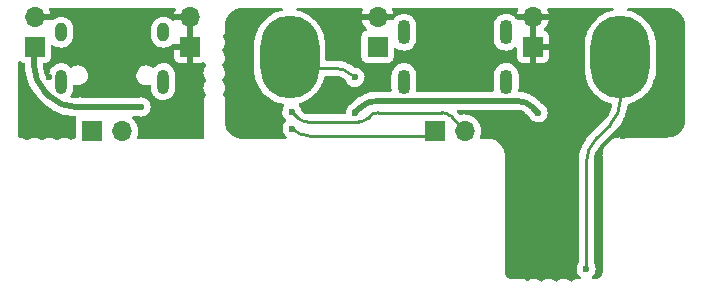
<source format=gbr>
%TF.GenerationSoftware,KiCad,Pcbnew,(6.0.10)*%
%TF.CreationDate,2023-01-23T13:10:32-05:00*%
%TF.ProjectId,nfdb_mkii,6e666462-5f6d-46b6-9969-2e6b69636164,rev?*%
%TF.SameCoordinates,Original*%
%TF.FileFunction,Copper,L2,Bot*%
%TF.FilePolarity,Positive*%
%FSLAX46Y46*%
G04 Gerber Fmt 4.6, Leading zero omitted, Abs format (unit mm)*
G04 Created by KiCad (PCBNEW (6.0.10)) date 2023-01-23 13:10:32*
%MOMM*%
%LPD*%
G01*
G04 APERTURE LIST*
%TA.AperFunction,ComponentPad*%
%ADD10R,1.700000X1.700000*%
%TD*%
%TA.AperFunction,ComponentPad*%
%ADD11O,1.700000X1.700000*%
%TD*%
%TA.AperFunction,ComponentPad*%
%ADD12O,1.000000X2.100000*%
%TD*%
%TA.AperFunction,ComponentPad*%
%ADD13O,1.000000X1.600000*%
%TD*%
%TA.AperFunction,ComponentPad*%
%ADD14O,5.000000X7.000000*%
%TD*%
%TA.AperFunction,ComponentPad*%
%ADD15O,1.100000X2.100000*%
%TD*%
%TA.AperFunction,ViaPad*%
%ADD16C,0.600000*%
%TD*%
%TA.AperFunction,Conductor*%
%ADD17C,0.500000*%
%TD*%
%TA.AperFunction,Conductor*%
%ADD18C,0.250000*%
%TD*%
G04 APERTURE END LIST*
D10*
X118533200Y-25318000D03*
D11*
X118533200Y-22778000D03*
D10*
X147563451Y-25318000D03*
D11*
X147563451Y-22778000D03*
D12*
X107614000Y-28272000D03*
D13*
X116254000Y-24092000D03*
D12*
X116254000Y-28272000D03*
D13*
X107614000Y-24092000D03*
D14*
X154964251Y-26209000D03*
D10*
X134406251Y-25318000D03*
D11*
X134406251Y-22778000D03*
D10*
X110234000Y-32418000D03*
D11*
X112774000Y-32418000D03*
D10*
X105376000Y-25318000D03*
D11*
X105376000Y-22778000D03*
D10*
X139264251Y-32418000D03*
D11*
X141804251Y-32418000D03*
D14*
X126964251Y-26209000D03*
D15*
X145284251Y-28272000D03*
X136644251Y-28272000D03*
X136644251Y-24092000D03*
X145284251Y-24092000D03*
D16*
X152936250Y-30569000D03*
X106600000Y-27860000D03*
X116826000Y-30844000D03*
X123099251Y-32432000D03*
X122210251Y-31543000D03*
X105076000Y-31924000D03*
X158913251Y-22399000D03*
X150034000Y-44539000D03*
X145970000Y-34972000D03*
X145316250Y-31585000D03*
X159802251Y-23492000D03*
X145970000Y-40262000D03*
X123099251Y-22399000D03*
X122210251Y-23492000D03*
X107168200Y-22441000D03*
X159802251Y-28317200D03*
X148510000Y-44539000D03*
X158913251Y-28317200D03*
X155222250Y-32855000D03*
X114384000Y-30418800D03*
X132528750Y-30914500D03*
X148002000Y-30914500D03*
X109185200Y-30427000D03*
X127155250Y-30823000D03*
X127174000Y-32249000D03*
X132489250Y-27902000D03*
X152066000Y-44116000D03*
D17*
X109193400Y-30418800D02*
X109185200Y-30427000D01*
X108818138Y-30427000D02*
X109185200Y-30427000D01*
X114384000Y-30418800D02*
X109193400Y-30418800D01*
X105376000Y-25318000D02*
X105330000Y-25364000D01*
X132528750Y-30887250D02*
X132938214Y-30477786D01*
X132528750Y-30914500D02*
X132528750Y-30887250D01*
X147571787Y-30477787D02*
X148002000Y-30908000D01*
X105330000Y-25364000D02*
X105330000Y-26938862D01*
X134352427Y-29892000D02*
X146157573Y-29892000D01*
X106208680Y-29060183D02*
X106696818Y-29548321D01*
X148002000Y-30908000D02*
X148002000Y-30914500D01*
X105330027Y-26938862D02*
G75*
G03*
X106208680Y-29060183I2999973J-38D01*
G01*
X147571801Y-30477773D02*
G75*
G03*
X146157573Y-29892000I-1414201J-1414227D01*
G01*
X134352427Y-29892020D02*
G75*
G03*
X132938215Y-30477787I-27J-1999980D01*
G01*
X108818138Y-30426973D02*
G75*
G02*
X106696818Y-29548321I-38J2999973D01*
G01*
D18*
X133739107Y-31200893D02*
X133562893Y-31377107D01*
X127709357Y-31377107D02*
X127155250Y-30823000D01*
X132855786Y-31670000D02*
X128416464Y-31670000D01*
X139880037Y-30908000D02*
X134446214Y-30908000D01*
X141804251Y-32418000D02*
X140587144Y-31200893D01*
X133562900Y-31377114D02*
G75*
G02*
X132855786Y-31670000I-707100J707114D01*
G01*
X140587125Y-31200912D02*
G75*
G03*
X139880037Y-30908000I-707125J-707088D01*
G01*
X128416464Y-31670025D02*
G75*
G02*
X127709358Y-31377106I36J1000025D01*
G01*
X133739100Y-31200886D02*
G75*
G02*
X134446214Y-30908000I707100J-707114D01*
G01*
X127174000Y-32249000D02*
X127207214Y-32282214D01*
X128621427Y-32868000D02*
X138814251Y-32868000D01*
X138814251Y-32868000D02*
X139264251Y-32418000D01*
X128621427Y-32867980D02*
G75*
G02*
X127207215Y-32282213I-27J1999980D01*
G01*
X152066000Y-44116000D02*
X152066000Y-35198641D01*
X130802198Y-27140000D02*
X127895251Y-27140000D01*
X132489250Y-27902000D02*
X132392625Y-27902000D01*
X132392625Y-27902000D02*
X132216411Y-27725786D01*
X127895251Y-27140000D02*
X126964251Y-26209000D01*
X154964251Y-29815108D02*
X154964251Y-26209000D01*
X152944680Y-33077320D02*
X154085572Y-31936428D01*
X130802198Y-27140002D02*
G75*
G02*
X132216411Y-27725786I2J-1999998D01*
G01*
X152066029Y-35198641D02*
G75*
G02*
X152944680Y-33077320I2999971J41D01*
G01*
X154964271Y-29815108D02*
G75*
G02*
X154085572Y-31936428I-2999971J8D01*
G01*
%TA.AperFunction,Conductor*%
G36*
X146286220Y-22045502D02*
G01*
X146332713Y-22099158D01*
X146342817Y-22169432D01*
X146332387Y-22204550D01*
X146286790Y-22302783D01*
X146283226Y-22312470D01*
X146227840Y-22512183D01*
X146229363Y-22520607D01*
X146241743Y-22524000D01*
X148881795Y-22524000D01*
X148895326Y-22520027D01*
X148896631Y-22510947D01*
X148854665Y-22343875D01*
X148851345Y-22334124D01*
X148793784Y-22201742D01*
X148784964Y-22131296D01*
X148815631Y-22067264D01*
X148876047Y-22029976D01*
X148909332Y-22025500D01*
X154272867Y-22025500D01*
X154340988Y-22045502D01*
X154387481Y-22099158D01*
X154397585Y-22169432D01*
X154368091Y-22234012D01*
X154308365Y-22272396D01*
X154299709Y-22274608D01*
X154299705Y-22274609D01*
X154153834Y-22306414D01*
X154150407Y-22307587D01*
X154150401Y-22307589D01*
X153926105Y-22384383D01*
X153825590Y-22418797D01*
X153512439Y-22568163D01*
X153509360Y-22570094D01*
X153509359Y-22570095D01*
X153447848Y-22608681D01*
X153218530Y-22752532D01*
X153215694Y-22754804D01*
X153215687Y-22754809D01*
X153027160Y-22905848D01*
X152947760Y-22969459D01*
X152703717Y-23216071D01*
X152701476Y-23218929D01*
X152493619Y-23484020D01*
X152489637Y-23489098D01*
X152487744Y-23492187D01*
X152487742Y-23492190D01*
X152441484Y-23567676D01*
X152308356Y-23784921D01*
X152306831Y-23788206D01*
X152306829Y-23788210D01*
X152259933Y-23889239D01*
X152162278Y-24099620D01*
X152119177Y-24229946D01*
X152096081Y-24299782D01*
X152053338Y-24429023D01*
X152052602Y-24432578D01*
X152052601Y-24432581D01*
X152008769Y-24644237D01*
X151982981Y-24768764D01*
X151974923Y-24859057D01*
X151956523Y-25065222D01*
X151955751Y-25073869D01*
X151955751Y-27297432D01*
X151955856Y-27299251D01*
X151955856Y-27299255D01*
X151968773Y-27523266D01*
X151970624Y-27555374D01*
X151971247Y-27558943D01*
X152026848Y-27877520D01*
X152030275Y-27897158D01*
X152031304Y-27900633D01*
X152031306Y-27900640D01*
X152047922Y-27956734D01*
X152128814Y-28229820D01*
X152130237Y-28233156D01*
X152130238Y-28233159D01*
X152258737Y-28534420D01*
X152264935Y-28548952D01*
X152266730Y-28552099D01*
X152266732Y-28552103D01*
X152359533Y-28714800D01*
X152436834Y-28850324D01*
X152642233Y-29129940D01*
X152644699Y-29132593D01*
X152644700Y-29132595D01*
X152654886Y-29143556D01*
X152878409Y-29384096D01*
X153142232Y-29609422D01*
X153430204Y-29802931D01*
X153738510Y-29962060D01*
X154063062Y-30084698D01*
X154191738Y-30117019D01*
X154252933Y-30153014D01*
X154284954Y-30216379D01*
X154285262Y-30260330D01*
X154272620Y-30334732D01*
X154269475Y-30348507D01*
X154250358Y-30414862D01*
X154207695Y-30562948D01*
X154199926Y-30589913D01*
X154195260Y-30603247D01*
X154175008Y-30652138D01*
X154099116Y-30835354D01*
X154092985Y-30848085D01*
X153971460Y-31067962D01*
X153963943Y-31079926D01*
X153818558Y-31284822D01*
X153809748Y-31295869D01*
X153665139Y-31457684D01*
X153665034Y-31457801D01*
X153647791Y-31473800D01*
X153639086Y-31480479D01*
X153617306Y-31507664D01*
X153617103Y-31507918D01*
X153607864Y-31518232D01*
X152534905Y-32591190D01*
X152521464Y-32602854D01*
X152502982Y-32616731D01*
X152493433Y-32626082D01*
X152491428Y-32628639D01*
X152490939Y-32628943D01*
X152491086Y-32629076D01*
X152253879Y-32890798D01*
X152252042Y-32893274D01*
X152252037Y-32893281D01*
X152043062Y-33175058D01*
X152041215Y-33177549D01*
X151857681Y-33483763D01*
X151809702Y-33585210D01*
X151706540Y-33803335D01*
X151705046Y-33806493D01*
X151704006Y-33809400D01*
X151704003Y-33809407D01*
X151653715Y-33949958D01*
X151584779Y-34142629D01*
X151498038Y-34488935D01*
X151497586Y-34491984D01*
X151497584Y-34491993D01*
X151446112Y-34839025D01*
X151446111Y-34839036D01*
X151445660Y-34842076D01*
X151445509Y-34845157D01*
X151445508Y-34845164D01*
X151429519Y-35170714D01*
X151428771Y-35178556D01*
X151428571Y-35181184D01*
X151427987Y-35185286D01*
X151427847Y-35198650D01*
X151431587Y-35229550D01*
X151432500Y-35244690D01*
X151432500Y-43569331D01*
X151412411Y-43637586D01*
X151341054Y-43748310D01*
X151341050Y-43748319D01*
X151337235Y-43754238D01*
X151334826Y-43760858D01*
X151334825Y-43760859D01*
X151277606Y-43918066D01*
X151275197Y-43924685D01*
X151252463Y-44104640D01*
X151270163Y-44285160D01*
X151327418Y-44457273D01*
X151331065Y-44463295D01*
X151331066Y-44463297D01*
X151407656Y-44589762D01*
X151421380Y-44612424D01*
X151426269Y-44617487D01*
X151426270Y-44617488D01*
X151488791Y-44682230D01*
X151547382Y-44742902D01*
X151553274Y-44746757D01*
X151553278Y-44746761D01*
X151577936Y-44762896D01*
X151623985Y-44816933D01*
X151633508Y-44887288D01*
X151603483Y-44951623D01*
X151543443Y-44989513D01*
X151495772Y-44993638D01*
X151490333Y-44993066D01*
X151481553Y-44992143D01*
X151481546Y-44992143D01*
X151478286Y-44991800D01*
X151383714Y-44991800D01*
X151272387Y-45003501D01*
X151248953Y-45005964D01*
X151248952Y-45005964D01*
X151242389Y-45006654D01*
X151236111Y-45008694D01*
X151236110Y-45008694D01*
X151206198Y-45018413D01*
X151062021Y-45065259D01*
X151056299Y-45068562D01*
X151056298Y-45068563D01*
X151004499Y-45098469D01*
X150897779Y-45160084D01*
X150880308Y-45175815D01*
X150816302Y-45206531D01*
X150745849Y-45197766D01*
X150711693Y-45175816D01*
X150694221Y-45160084D01*
X150587501Y-45098469D01*
X150535702Y-45068563D01*
X150535701Y-45068562D01*
X150529979Y-45065259D01*
X150385802Y-45018413D01*
X150355890Y-45008694D01*
X150355889Y-45008694D01*
X150349611Y-45006654D01*
X150343048Y-45005964D01*
X150343047Y-45005964D01*
X150319613Y-45003501D01*
X150208286Y-44991800D01*
X150113714Y-44991800D01*
X150002387Y-45003501D01*
X149978953Y-45005964D01*
X149978952Y-45005964D01*
X149972389Y-45006654D01*
X149966111Y-45008694D01*
X149966110Y-45008694D01*
X149936198Y-45018413D01*
X149792021Y-45065259D01*
X149786299Y-45068562D01*
X149786298Y-45068563D01*
X149734499Y-45098469D01*
X149627779Y-45160084D01*
X149610308Y-45175815D01*
X149546302Y-45206531D01*
X149475849Y-45197766D01*
X149441693Y-45175816D01*
X149424221Y-45160084D01*
X149317501Y-45098469D01*
X149265702Y-45068563D01*
X149265701Y-45068562D01*
X149259979Y-45065259D01*
X149115802Y-45018413D01*
X149085890Y-45008694D01*
X149085889Y-45008694D01*
X149079611Y-45006654D01*
X149073048Y-45005964D01*
X149073047Y-45005964D01*
X149049613Y-45003501D01*
X148938286Y-44991800D01*
X148843714Y-44991800D01*
X148732387Y-45003501D01*
X148708953Y-45005964D01*
X148708952Y-45005964D01*
X148702389Y-45006654D01*
X148696111Y-45008694D01*
X148696110Y-45008694D01*
X148666198Y-45018413D01*
X148522021Y-45065259D01*
X148516299Y-45068562D01*
X148516298Y-45068563D01*
X148464499Y-45098469D01*
X148357779Y-45160084D01*
X148340308Y-45175815D01*
X148276302Y-45206531D01*
X148205849Y-45197766D01*
X148171693Y-45175816D01*
X148154221Y-45160084D01*
X148047501Y-45098469D01*
X147995702Y-45068563D01*
X147995701Y-45068562D01*
X147989979Y-45065259D01*
X147845802Y-45018413D01*
X147815890Y-45008694D01*
X147815889Y-45008694D01*
X147809611Y-45006654D01*
X147803048Y-45005964D01*
X147803047Y-45005964D01*
X147779613Y-45003501D01*
X147668286Y-44991800D01*
X147573714Y-44991800D01*
X147462387Y-45003501D01*
X147438953Y-45005964D01*
X147438952Y-45005964D01*
X147432389Y-45006654D01*
X147426111Y-45008694D01*
X147426110Y-45008694D01*
X147396198Y-45018413D01*
X147252021Y-45065259D01*
X147246299Y-45068562D01*
X147246298Y-45068563D01*
X147128730Y-45136441D01*
X147059735Y-45153179D01*
X146992643Y-45129959D01*
X146982322Y-45121763D01*
X146974062Y-45114468D01*
X146962018Y-45102276D01*
X146948573Y-45086673D01*
X146948570Y-45086671D01*
X146942713Y-45079873D01*
X146921165Y-45065906D01*
X146906291Y-45054615D01*
X146893783Y-45043569D01*
X146893782Y-45043568D01*
X146887049Y-45037622D01*
X146860287Y-45025057D01*
X146845309Y-45016737D01*
X146828017Y-45005529D01*
X146828012Y-45005527D01*
X146820485Y-45000648D01*
X146811892Y-44998078D01*
X146811887Y-44998076D01*
X146795880Y-44993289D01*
X146778436Y-44986628D01*
X146763324Y-44979533D01*
X146763322Y-44979532D01*
X146755200Y-44975719D01*
X146746333Y-44974338D01*
X146746332Y-44974338D01*
X146736690Y-44972837D01*
X146725983Y-44971170D01*
X146709268Y-44967387D01*
X146689534Y-44961485D01*
X146689528Y-44961484D01*
X146680934Y-44958914D01*
X146671963Y-44958859D01*
X146671962Y-44958859D01*
X146661903Y-44958798D01*
X146646494Y-44958704D01*
X146645711Y-44958671D01*
X146644614Y-44958500D01*
X146613623Y-44958500D01*
X146612853Y-44958498D01*
X146539215Y-44958048D01*
X146539214Y-44958048D01*
X146535279Y-44958024D01*
X146533935Y-44958408D01*
X146532590Y-44958500D01*
X145748634Y-44958500D01*
X145729243Y-44956999D01*
X145714425Y-44954691D01*
X145705552Y-44953309D01*
X145696542Y-44954487D01*
X145696524Y-44954489D01*
X145666086Y-44954758D01*
X145604018Y-44947762D01*
X145576512Y-44941483D01*
X145542093Y-44929438D01*
X145499426Y-44914507D01*
X145474015Y-44902268D01*
X145404864Y-44858815D01*
X145382807Y-44841224D01*
X145325062Y-44783476D01*
X145307472Y-44761418D01*
X145264024Y-44692269D01*
X145251782Y-44666848D01*
X145243732Y-44643841D01*
X145224809Y-44589762D01*
X145218532Y-44562256D01*
X145212443Y-44508205D01*
X145212162Y-44483501D01*
X145212827Y-44479552D01*
X145212980Y-44467000D01*
X145209024Y-44439376D01*
X145207751Y-44421514D01*
X145207751Y-34670250D01*
X145209497Y-34649345D01*
X145212021Y-34634344D01*
X145212021Y-34634341D01*
X145212827Y-34629552D01*
X145212980Y-34617000D01*
X145210761Y-34601504D01*
X145209811Y-34592644D01*
X145196481Y-34406267D01*
X145196160Y-34401777D01*
X145150296Y-34190934D01*
X145074893Y-33988765D01*
X145069902Y-33979623D01*
X144986441Y-33826771D01*
X144971487Y-33799384D01*
X144842183Y-33626646D01*
X144702097Y-33486553D01*
X144692792Y-33477247D01*
X144689612Y-33474067D01*
X144516881Y-33344754D01*
X144327505Y-33241339D01*
X144125340Y-33165926D01*
X143914500Y-33120051D01*
X143910005Y-33119729D01*
X143910003Y-33119729D01*
X143739746Y-33107543D01*
X143727833Y-33106118D01*
X143727411Y-33106047D01*
X143711829Y-33103425D01*
X143706977Y-33103365D01*
X143706972Y-33103365D01*
X143705337Y-33103345D01*
X143699277Y-33103271D01*
X143694459Y-33103961D01*
X143694455Y-33103961D01*
X143671637Y-33107228D01*
X143653781Y-33108500D01*
X143181248Y-33108500D01*
X143113127Y-33088498D01*
X143066634Y-33034842D01*
X143056530Y-32964568D01*
X143067487Y-32929261D01*
X143067485Y-32929260D01*
X143067493Y-32929239D01*
X143068288Y-32926678D01*
X143069390Y-32924449D01*
X143069395Y-32924437D01*
X143071681Y-32919811D01*
X143115369Y-32776018D01*
X143135116Y-32711023D01*
X143135116Y-32711021D01*
X143136621Y-32706069D01*
X143165780Y-32484590D01*
X143165862Y-32481240D01*
X143167325Y-32421365D01*
X143167325Y-32421361D01*
X143167407Y-32418000D01*
X143149103Y-32195361D01*
X143094682Y-31978702D01*
X143005605Y-31773840D01*
X142931071Y-31658628D01*
X142887073Y-31590617D01*
X142887071Y-31590614D01*
X142884265Y-31586277D01*
X142733921Y-31421051D01*
X142729870Y-31417852D01*
X142729866Y-31417848D01*
X142562665Y-31285800D01*
X142562661Y-31285798D01*
X142558610Y-31282598D01*
X142527344Y-31265338D01*
X142503785Y-31252333D01*
X142363040Y-31174638D01*
X142358171Y-31172914D01*
X142358167Y-31172912D01*
X142157338Y-31101795D01*
X142157334Y-31101794D01*
X142152463Y-31100069D01*
X142147370Y-31099162D01*
X142147367Y-31099161D01*
X141937624Y-31061800D01*
X141937618Y-31061799D01*
X141932535Y-31060894D01*
X141858703Y-31059992D01*
X141714332Y-31058228D01*
X141714330Y-31058228D01*
X141709162Y-31058165D01*
X141488342Y-31091955D01*
X141475783Y-31096060D01*
X141404819Y-31098210D01*
X141347545Y-31065389D01*
X141147751Y-30865595D01*
X141113725Y-30803283D01*
X141118790Y-30732468D01*
X141161337Y-30675632D01*
X141227857Y-30650821D01*
X141236846Y-30650500D01*
X146101591Y-30650500D01*
X146117382Y-30651493D01*
X146146926Y-30655225D01*
X146167320Y-30653225D01*
X146189498Y-30653011D01*
X146341915Y-30665004D01*
X146361439Y-30668097D01*
X146392828Y-30675632D01*
X146531591Y-30708945D01*
X146550391Y-30715053D01*
X146712061Y-30782017D01*
X146729671Y-30790989D01*
X146878867Y-30882415D01*
X146894863Y-30894036D01*
X147002995Y-30986388D01*
X147015343Y-30999332D01*
X147015350Y-30999325D01*
X147020255Y-31004369D01*
X147024575Y-31009938D01*
X147030017Y-31014408D01*
X147030018Y-31014409D01*
X147057232Y-31036762D01*
X147066352Y-31045033D01*
X147237409Y-31216090D01*
X147261891Y-31251181D01*
X147263418Y-31255773D01*
X147279664Y-31282598D01*
X147349938Y-31398635D01*
X147357380Y-31410924D01*
X147362269Y-31415987D01*
X147362270Y-31415988D01*
X147395021Y-31449902D01*
X147483382Y-31541402D01*
X147502614Y-31553987D01*
X147608499Y-31623276D01*
X147635159Y-31640722D01*
X147641763Y-31643178D01*
X147641765Y-31643179D01*
X147798558Y-31701490D01*
X147798560Y-31701490D01*
X147805168Y-31703948D01*
X147888995Y-31715133D01*
X147977980Y-31727007D01*
X147977984Y-31727007D01*
X147984961Y-31727938D01*
X147991972Y-31727300D01*
X147991976Y-31727300D01*
X148134459Y-31714332D01*
X148165600Y-31711498D01*
X148172302Y-31709320D01*
X148172304Y-31709320D01*
X148331409Y-31657624D01*
X148331412Y-31657623D01*
X148338108Y-31655447D01*
X148460550Y-31582457D01*
X148487860Y-31566177D01*
X148487862Y-31566176D01*
X148493912Y-31562569D01*
X148625266Y-31437482D01*
X148725643Y-31286402D01*
X148774575Y-31157590D01*
X148787555Y-31123420D01*
X148787556Y-31123418D01*
X148790055Y-31116838D01*
X148792975Y-31096060D01*
X148814748Y-30941139D01*
X148814748Y-30941136D01*
X148815299Y-30937217D01*
X148815616Y-30914500D01*
X148795397Y-30734245D01*
X148793080Y-30727591D01*
X148738064Y-30569606D01*
X148738062Y-30569603D01*
X148735745Y-30562948D01*
X148639626Y-30409124D01*
X148572673Y-30341702D01*
X148516778Y-30285415D01*
X148516774Y-30285412D01*
X148511815Y-30280418D01*
X148500697Y-30273362D01*
X148364618Y-30187004D01*
X148364616Y-30187003D01*
X148358666Y-30183227D01*
X148358463Y-30183155D01*
X148328364Y-30161683D01*
X148152076Y-29985395D01*
X148140544Y-29972130D01*
X148128760Y-29956492D01*
X148128756Y-29956488D01*
X148126376Y-29953329D01*
X148111516Y-29938048D01*
X148106546Y-29934080D01*
X148096472Y-29926038D01*
X148090467Y-29920928D01*
X147911959Y-29759142D01*
X147909664Y-29757062D01*
X147907184Y-29755223D01*
X147907177Y-29755217D01*
X147705895Y-29605940D01*
X147691965Y-29595609D01*
X147656000Y-29574053D01*
X147462155Y-29457869D01*
X147462150Y-29457867D01*
X147459490Y-29456272D01*
X147214476Y-29340393D01*
X146959285Y-29249087D01*
X146946661Y-29245925D01*
X146699371Y-29183985D01*
X146699368Y-29183984D01*
X146696372Y-29183234D01*
X146693322Y-29182782D01*
X146693314Y-29182780D01*
X146511348Y-29155790D01*
X146428862Y-29143556D01*
X146364415Y-29113776D01*
X146326297Y-29053880D01*
X146324171Y-28994586D01*
X146324630Y-28993139D01*
X146342751Y-28831587D01*
X146342751Y-27719763D01*
X146342031Y-27712413D01*
X146328217Y-27571534D01*
X146328216Y-27571531D01*
X146327616Y-27565408D01*
X146286366Y-27428778D01*
X146269403Y-27372593D01*
X146269402Y-27372590D01*
X146267619Y-27366685D01*
X146254137Y-27341329D01*
X146173060Y-27188847D01*
X146173059Y-27188845D01*
X146170164Y-27183401D01*
X146110203Y-27109881D01*
X146042861Y-27027311D01*
X146042858Y-27027308D01*
X146038966Y-27022536D01*
X146032021Y-27016790D01*
X145912047Y-26917539D01*
X145879021Y-26890217D01*
X145873604Y-26887288D01*
X145873601Y-26887286D01*
X145701841Y-26794416D01*
X145701836Y-26794414D01*
X145696421Y-26791486D01*
X145498122Y-26730102D01*
X145491997Y-26729458D01*
X145491996Y-26729458D01*
X145297805Y-26709048D01*
X145297803Y-26709048D01*
X145291676Y-26708404D01*
X145205766Y-26716223D01*
X145091087Y-26726659D01*
X145091084Y-26726660D01*
X145084948Y-26727218D01*
X145079042Y-26728956D01*
X145079038Y-26728957D01*
X144966058Y-26762209D01*
X144885811Y-26785827D01*
X144701851Y-26881999D01*
X144540074Y-27012071D01*
X144536116Y-27016788D01*
X144536114Y-27016790D01*
X144484919Y-27077802D01*
X144406642Y-27171089D01*
X144403678Y-27176481D01*
X144403675Y-27176485D01*
X144319064Y-27330392D01*
X144306638Y-27352995D01*
X144243872Y-27550861D01*
X144243186Y-27556978D01*
X144243185Y-27556982D01*
X144234592Y-27633598D01*
X144225751Y-27712413D01*
X144225751Y-28824237D01*
X144226051Y-28827293D01*
X144226051Y-28827300D01*
X144236014Y-28928902D01*
X144240886Y-28978592D01*
X144242341Y-28983411D01*
X144235990Y-29053730D01*
X144192389Y-29109761D01*
X144118777Y-29133500D01*
X137809778Y-29133500D01*
X137741657Y-29113498D01*
X137695164Y-29059842D01*
X137685589Y-28993247D01*
X137684630Y-28993139D01*
X137692182Y-28925810D01*
X137702751Y-28831587D01*
X137702751Y-27719763D01*
X137702031Y-27712413D01*
X137688217Y-27571534D01*
X137688216Y-27571531D01*
X137687616Y-27565408D01*
X137646366Y-27428778D01*
X137629403Y-27372593D01*
X137629402Y-27372590D01*
X137627619Y-27366685D01*
X137614137Y-27341329D01*
X137533060Y-27188847D01*
X137533059Y-27188845D01*
X137530164Y-27183401D01*
X137470203Y-27109881D01*
X137402861Y-27027311D01*
X137402858Y-27027308D01*
X137398966Y-27022536D01*
X137392021Y-27016790D01*
X137272047Y-26917539D01*
X137239021Y-26890217D01*
X137233604Y-26887288D01*
X137233601Y-26887286D01*
X137061841Y-26794416D01*
X137061836Y-26794414D01*
X137056421Y-26791486D01*
X136858122Y-26730102D01*
X136851997Y-26729458D01*
X136851996Y-26729458D01*
X136657805Y-26709048D01*
X136657803Y-26709048D01*
X136651676Y-26708404D01*
X136565766Y-26716223D01*
X136451087Y-26726659D01*
X136451084Y-26726660D01*
X136444948Y-26727218D01*
X136439042Y-26728956D01*
X136439038Y-26728957D01*
X136326058Y-26762209D01*
X136245811Y-26785827D01*
X136061851Y-26881999D01*
X135900074Y-27012071D01*
X135896116Y-27016788D01*
X135896114Y-27016790D01*
X135844919Y-27077802D01*
X135766642Y-27171089D01*
X135763678Y-27176481D01*
X135763675Y-27176485D01*
X135679064Y-27330392D01*
X135666638Y-27352995D01*
X135603872Y-27550861D01*
X135603186Y-27556978D01*
X135603185Y-27556982D01*
X135594592Y-27633598D01*
X135585751Y-27712413D01*
X135585751Y-28824237D01*
X135586051Y-28827293D01*
X135586051Y-28827300D01*
X135596014Y-28928902D01*
X135600886Y-28978592D01*
X135602341Y-28983411D01*
X135595990Y-29053730D01*
X135552389Y-29109761D01*
X135478777Y-29133500D01*
X134414588Y-29133500D01*
X134397050Y-29132273D01*
X134377685Y-29129551D01*
X134377668Y-29129550D01*
X134373750Y-29128999D01*
X134363696Y-29128858D01*
X134356401Y-29128756D01*
X134356394Y-29128756D01*
X134352437Y-29128701D01*
X134332671Y-29130917D01*
X134324838Y-29131548D01*
X134183015Y-29138514D01*
X134084821Y-29143336D01*
X134084816Y-29143336D01*
X134081731Y-29143488D01*
X134078671Y-29143942D01*
X134078670Y-29143942D01*
X133816691Y-29182800D01*
X133816686Y-29182801D01*
X133813632Y-29183254D01*
X133810636Y-29184004D01*
X133810633Y-29184005D01*
X133563422Y-29245925D01*
X133550722Y-29249106D01*
X133436969Y-29289806D01*
X133298446Y-29339368D01*
X133298439Y-29339371D01*
X133295532Y-29340411D01*
X133292736Y-29341733D01*
X133292732Y-29341735D01*
X133217418Y-29377355D01*
X133050521Y-29456289D01*
X132818047Y-29595625D01*
X132815566Y-29597465D01*
X132602837Y-29755231D01*
X132602830Y-29755237D01*
X132600350Y-29757076D01*
X132475118Y-29870577D01*
X132470533Y-29874325D01*
X132469107Y-29875191D01*
X132460731Y-29882588D01*
X132451951Y-29891368D01*
X132447475Y-29895631D01*
X132437593Y-29904588D01*
X132428814Y-29911848D01*
X132413767Y-29923187D01*
X132398485Y-29938047D01*
X132396017Y-29941139D01*
X132396013Y-29941143D01*
X132376011Y-29966199D01*
X132366635Y-29976684D01*
X132147763Y-30195556D01*
X132124690Y-30213778D01*
X132033845Y-30269666D01*
X132033842Y-30269668D01*
X132027838Y-30273362D01*
X132022803Y-30278293D01*
X132022800Y-30278295D01*
X131903275Y-30395343D01*
X131898243Y-30400271D01*
X131799985Y-30552738D01*
X131797576Y-30559358D01*
X131797574Y-30559361D01*
X131751363Y-30686324D01*
X131737947Y-30723185D01*
X131715213Y-30903140D01*
X131715901Y-30910153D01*
X131715871Y-30912263D01*
X131694917Y-30980097D01*
X131640616Y-31025835D01*
X131589883Y-31036500D01*
X128466494Y-31036500D01*
X128450043Y-31035421D01*
X128430703Y-31032874D01*
X128423170Y-31031882D01*
X128415513Y-31032727D01*
X128385241Y-31032410D01*
X128338068Y-31026198D01*
X128306299Y-31017684D01*
X128248551Y-30993762D01*
X128220068Y-30977316D01*
X128185651Y-30950906D01*
X128172340Y-30939107D01*
X128169932Y-30936648D01*
X128165312Y-30930627D01*
X128137874Y-30908644D01*
X128127562Y-30899407D01*
X127989671Y-30761516D01*
X127955645Y-30699204D01*
X127953551Y-30686465D01*
X127950047Y-30655225D01*
X127948647Y-30642745D01*
X127906517Y-30521763D01*
X127891314Y-30478106D01*
X127891312Y-30478103D01*
X127888995Y-30471448D01*
X127853784Y-30415098D01*
X127796609Y-30323598D01*
X127792876Y-30317624D01*
X127777375Y-30302015D01*
X127743567Y-30239586D01*
X127748878Y-30168788D01*
X127791622Y-30112100D01*
X127825966Y-30094023D01*
X128099486Y-30000376D01*
X128102912Y-29999203D01*
X128416063Y-29849837D01*
X128709972Y-29665468D01*
X128712808Y-29663196D01*
X128712815Y-29663191D01*
X128977906Y-29450813D01*
X128980742Y-29448541D01*
X129177086Y-29250130D01*
X129222234Y-29204507D01*
X129222235Y-29204506D01*
X129224785Y-29201929D01*
X129270555Y-29143556D01*
X129436625Y-28931759D01*
X129436626Y-28931757D01*
X129438865Y-28928902D01*
X129485232Y-28853239D01*
X129570067Y-28714800D01*
X129620146Y-28633079D01*
X129624192Y-28624364D01*
X129732818Y-28390347D01*
X129766224Y-28318380D01*
X129854771Y-28050641D01*
X129874025Y-27992422D01*
X129874026Y-27992417D01*
X129875164Y-27988977D01*
X129878307Y-27973803D01*
X129897489Y-27881172D01*
X129898985Y-27873949D01*
X129932385Y-27811300D01*
X129994354Y-27776653D01*
X130022367Y-27773500D01*
X130752181Y-27773500D01*
X130768627Y-27774578D01*
X130787985Y-27777127D01*
X130787989Y-27777127D01*
X130795516Y-27778118D01*
X130813237Y-27776162D01*
X130835290Y-27775671D01*
X130922802Y-27781407D01*
X130972318Y-27784652D01*
X130988659Y-27786803D01*
X131147778Y-27818454D01*
X131163697Y-27822720D01*
X131280836Y-27862483D01*
X131314616Y-27873949D01*
X131317314Y-27874865D01*
X131332538Y-27881171D01*
X131478045Y-27952926D01*
X131492311Y-27961163D01*
X131528613Y-27985419D01*
X131627200Y-28051293D01*
X131640274Y-28061325D01*
X131684987Y-28100536D01*
X131721468Y-28155495D01*
X131750668Y-28243273D01*
X131754315Y-28249295D01*
X131754316Y-28249297D01*
X131807079Y-28336419D01*
X131844630Y-28398424D01*
X131970632Y-28528902D01*
X132122409Y-28628222D01*
X132129013Y-28630678D01*
X132129015Y-28630679D01*
X132285808Y-28688990D01*
X132285810Y-28688990D01*
X132292418Y-28691448D01*
X132376245Y-28702633D01*
X132465230Y-28714507D01*
X132465234Y-28714507D01*
X132472211Y-28715438D01*
X132479222Y-28714800D01*
X132479226Y-28714800D01*
X132621709Y-28701832D01*
X132652850Y-28698998D01*
X132659552Y-28696820D01*
X132659554Y-28696820D01*
X132818659Y-28645124D01*
X132818662Y-28645123D01*
X132825358Y-28642947D01*
X132963065Y-28560857D01*
X132975110Y-28553677D01*
X132975112Y-28553676D01*
X132981162Y-28550069D01*
X133112516Y-28424982D01*
X133212893Y-28273902D01*
X133261932Y-28144807D01*
X133274805Y-28110920D01*
X133274806Y-28110918D01*
X133277305Y-28104338D01*
X133279314Y-28090041D01*
X133301998Y-27928639D01*
X133301998Y-27928636D01*
X133302549Y-27924717D01*
X133302866Y-27902000D01*
X133282647Y-27721745D01*
X133279397Y-27712413D01*
X133225314Y-27557106D01*
X133225312Y-27557103D01*
X133222995Y-27550448D01*
X133194869Y-27505436D01*
X133130609Y-27402598D01*
X133126876Y-27396624D01*
X133103012Y-27372593D01*
X133004028Y-27272915D01*
X133004024Y-27272912D01*
X132999065Y-27267918D01*
X132845916Y-27170727D01*
X132801404Y-27154877D01*
X132681675Y-27112243D01*
X132681670Y-27112242D01*
X132675040Y-27109881D01*
X132668052Y-27109048D01*
X132668049Y-27109047D01*
X132494930Y-27088404D01*
X132495101Y-27086968D01*
X132430115Y-27066003D01*
X132348280Y-27007938D01*
X132205511Y-26906638D01*
X131946630Y-26763560D01*
X131673357Y-26650367D01*
X131389129Y-26568483D01*
X131097520Y-26518937D01*
X130883957Y-26506944D01*
X130884037Y-26505517D01*
X130882228Y-26505742D01*
X130882228Y-26506500D01*
X130879591Y-26506500D01*
X130876757Y-26506421D01*
X130876119Y-26506500D01*
X130876052Y-26506500D01*
X130872897Y-26506323D01*
X130872788Y-26506309D01*
X130872526Y-26506302D01*
X130833869Y-26504131D01*
X130823177Y-26503071D01*
X130819657Y-26502570D01*
X130819655Y-26502570D01*
X130815561Y-26501987D01*
X130808154Y-26501909D01*
X130806317Y-26501890D01*
X130806315Y-26501890D01*
X130802197Y-26501847D01*
X130798107Y-26502342D01*
X130798106Y-26502342D01*
X130796222Y-26502570D01*
X130771290Y-26505587D01*
X130756155Y-26506500D01*
X130098751Y-26506500D01*
X130030630Y-26486498D01*
X129984137Y-26432842D01*
X129972751Y-26380500D01*
X129972751Y-26216134D01*
X133047751Y-26216134D01*
X133054506Y-26278316D01*
X133105636Y-26414705D01*
X133192990Y-26531261D01*
X133309546Y-26618615D01*
X133445935Y-26669745D01*
X133508117Y-26676500D01*
X135304385Y-26676500D01*
X135366567Y-26669745D01*
X135502956Y-26618615D01*
X135619512Y-26531261D01*
X135706866Y-26414705D01*
X135757996Y-26278316D01*
X135764751Y-26216134D01*
X135764751Y-25505997D01*
X135784753Y-25437876D01*
X135838409Y-25391383D01*
X135908683Y-25381279D01*
X135971067Y-25408913D01*
X136049481Y-25473783D01*
X136054898Y-25476712D01*
X136054901Y-25476714D01*
X136226661Y-25569584D01*
X136226666Y-25569586D01*
X136232081Y-25572514D01*
X136430380Y-25633898D01*
X136436505Y-25634542D01*
X136436506Y-25634542D01*
X136630697Y-25654952D01*
X136630699Y-25654952D01*
X136636826Y-25655596D01*
X136722736Y-25647777D01*
X136837415Y-25637341D01*
X136837418Y-25637340D01*
X136843554Y-25636782D01*
X136849460Y-25635044D01*
X136849464Y-25635043D01*
X137017633Y-25585548D01*
X137042691Y-25578173D01*
X137226651Y-25482001D01*
X137388428Y-25351929D01*
X137393913Y-25345393D01*
X137517901Y-25197629D01*
X137521860Y-25192911D01*
X137524824Y-25187519D01*
X137524827Y-25187515D01*
X137618897Y-25016402D01*
X137621864Y-25011005D01*
X137684630Y-24813139D01*
X137685601Y-24804489D01*
X137702358Y-24655087D01*
X137702751Y-24651587D01*
X137702751Y-24644237D01*
X144225751Y-24644237D01*
X144226051Y-24647293D01*
X144226051Y-24647300D01*
X144239587Y-24785344D01*
X144240886Y-24798592D01*
X144280725Y-24930546D01*
X144290984Y-24964526D01*
X144300883Y-24997315D01*
X144303778Y-25002760D01*
X144303779Y-25002762D01*
X144366419Y-25120568D01*
X144398338Y-25180599D01*
X144437161Y-25228201D01*
X144525641Y-25336689D01*
X144525644Y-25336692D01*
X144529536Y-25341464D01*
X144534284Y-25345392D01*
X144534285Y-25345393D01*
X144611067Y-25408913D01*
X144689481Y-25473783D01*
X144694898Y-25476712D01*
X144694901Y-25476714D01*
X144866661Y-25569584D01*
X144866666Y-25569586D01*
X144872081Y-25572514D01*
X145070380Y-25633898D01*
X145076505Y-25634542D01*
X145076506Y-25634542D01*
X145270697Y-25654952D01*
X145270699Y-25654952D01*
X145276826Y-25655596D01*
X145362736Y-25647777D01*
X145477415Y-25637341D01*
X145477418Y-25637340D01*
X145483554Y-25636782D01*
X145489460Y-25635044D01*
X145489464Y-25635043D01*
X145657633Y-25585548D01*
X145682691Y-25578173D01*
X145866651Y-25482001D01*
X145871447Y-25478145D01*
X145871459Y-25478137D01*
X146000499Y-25374385D01*
X146066121Y-25347288D01*
X146135976Y-25359971D01*
X146187884Y-25408407D01*
X146205451Y-25472581D01*
X146205452Y-26212669D01*
X146205822Y-26219490D01*
X146211346Y-26270352D01*
X146214972Y-26285604D01*
X146260127Y-26406054D01*
X146268665Y-26421649D01*
X146345166Y-26523724D01*
X146357727Y-26536285D01*
X146459802Y-26612786D01*
X146475397Y-26621324D01*
X146595845Y-26666478D01*
X146611100Y-26670105D01*
X146661965Y-26675631D01*
X146668779Y-26676000D01*
X147291336Y-26676000D01*
X147306575Y-26671525D01*
X147307780Y-26670135D01*
X147309451Y-26662452D01*
X147309451Y-26657884D01*
X147817451Y-26657884D01*
X147821926Y-26673123D01*
X147823316Y-26674328D01*
X147830999Y-26675999D01*
X148458120Y-26675999D01*
X148464941Y-26675629D01*
X148515803Y-26670105D01*
X148531055Y-26666479D01*
X148651505Y-26621324D01*
X148667100Y-26612786D01*
X148769175Y-26536285D01*
X148781736Y-26523724D01*
X148858237Y-26421649D01*
X148866775Y-26406054D01*
X148911929Y-26285606D01*
X148915556Y-26270351D01*
X148921082Y-26219486D01*
X148921451Y-26212672D01*
X148921451Y-25590115D01*
X148916976Y-25574876D01*
X148915586Y-25573671D01*
X148907903Y-25572000D01*
X147835566Y-25572000D01*
X147820327Y-25576475D01*
X147819122Y-25577865D01*
X147817451Y-25585548D01*
X147817451Y-26657884D01*
X147309451Y-26657884D01*
X147309451Y-25045885D01*
X147817451Y-25045885D01*
X147821926Y-25061124D01*
X147823316Y-25062329D01*
X147830999Y-25064000D01*
X148903335Y-25064000D01*
X148918574Y-25059525D01*
X148919779Y-25058135D01*
X148921450Y-25050452D01*
X148921450Y-24423331D01*
X148921080Y-24416510D01*
X148915556Y-24365648D01*
X148911930Y-24350396D01*
X148866775Y-24229946D01*
X148858237Y-24214351D01*
X148781736Y-24112276D01*
X148769175Y-24099715D01*
X148667100Y-24023214D01*
X148651505Y-24014676D01*
X148540748Y-23973155D01*
X148483984Y-23930513D01*
X148459284Y-23863952D01*
X148474491Y-23794603D01*
X148496038Y-23765922D01*
X148597508Y-23664805D01*
X148604181Y-23656965D01*
X148728454Y-23484020D01*
X148733764Y-23475183D01*
X148828121Y-23284267D01*
X148831920Y-23274672D01*
X148893828Y-23070910D01*
X148896006Y-23060837D01*
X148897437Y-23049962D01*
X148895226Y-23035778D01*
X148882068Y-23032000D01*
X147835566Y-23032000D01*
X147820327Y-23036475D01*
X147819122Y-23037865D01*
X147817451Y-23045548D01*
X147817451Y-25045885D01*
X147309451Y-25045885D01*
X147309451Y-23050115D01*
X147304976Y-23034876D01*
X147303586Y-23033671D01*
X147295903Y-23032000D01*
X146253318Y-23032000D01*
X146185197Y-23011998D01*
X146155675Y-22985635D01*
X146042865Y-22847316D01*
X146042860Y-22847311D01*
X146038966Y-22842536D01*
X146032021Y-22836790D01*
X145883769Y-22714145D01*
X145883770Y-22714145D01*
X145879021Y-22710217D01*
X145873604Y-22707288D01*
X145873601Y-22707286D01*
X145701841Y-22614416D01*
X145701836Y-22614414D01*
X145696421Y-22611486D01*
X145498122Y-22550102D01*
X145491997Y-22549458D01*
X145491996Y-22549458D01*
X145297805Y-22529048D01*
X145297803Y-22529048D01*
X145291676Y-22528404D01*
X145214958Y-22535386D01*
X145091087Y-22546659D01*
X145091084Y-22546660D01*
X145084948Y-22547218D01*
X145079042Y-22548956D01*
X145079038Y-22548957D01*
X144931183Y-22592473D01*
X144885811Y-22605827D01*
X144701851Y-22701999D01*
X144540074Y-22832071D01*
X144536116Y-22836788D01*
X144536114Y-22836790D01*
X144491877Y-22889510D01*
X144406642Y-22991089D01*
X144403678Y-22996481D01*
X144403675Y-22996485D01*
X144330307Y-23129942D01*
X144306638Y-23172995D01*
X144243872Y-23370861D01*
X144243186Y-23376978D01*
X144243185Y-23376982D01*
X144237338Y-23429112D01*
X144225751Y-23532413D01*
X144225751Y-24644237D01*
X137702751Y-24644237D01*
X137702751Y-23539763D01*
X137702031Y-23532413D01*
X137688217Y-23391534D01*
X137688216Y-23391531D01*
X137687616Y-23385408D01*
X137639150Y-23224877D01*
X137629403Y-23192593D01*
X137629402Y-23192590D01*
X137627619Y-23186685D01*
X137617470Y-23167598D01*
X137533060Y-23008847D01*
X137533059Y-23008845D01*
X137530164Y-23003401D01*
X137437265Y-22889495D01*
X137402861Y-22847311D01*
X137402858Y-22847308D01*
X137398966Y-22842536D01*
X137392021Y-22836790D01*
X137243769Y-22714145D01*
X137243770Y-22714145D01*
X137239021Y-22710217D01*
X137233604Y-22707288D01*
X137233601Y-22707286D01*
X137061841Y-22614416D01*
X137061836Y-22614414D01*
X137056421Y-22611486D01*
X136858122Y-22550102D01*
X136851997Y-22549458D01*
X136851996Y-22549458D01*
X136657805Y-22529048D01*
X136657803Y-22529048D01*
X136651676Y-22528404D01*
X136574958Y-22535386D01*
X136451087Y-22546659D01*
X136451084Y-22546660D01*
X136444948Y-22547218D01*
X136439042Y-22548956D01*
X136439038Y-22548957D01*
X136291183Y-22592473D01*
X136245811Y-22605827D01*
X136061851Y-22701999D01*
X135900074Y-22832071D01*
X135770601Y-22986371D01*
X135770081Y-22986991D01*
X135710971Y-23026318D01*
X135673559Y-23032000D01*
X133089476Y-23032000D01*
X133075945Y-23035973D01*
X133074508Y-23045966D01*
X133104816Y-23180446D01*
X133107896Y-23190275D01*
X133188021Y-23387603D01*
X133192664Y-23396794D01*
X133303945Y-23578388D01*
X133310028Y-23586699D01*
X133449464Y-23747667D01*
X133456828Y-23754879D01*
X133461773Y-23758985D01*
X133501407Y-23817889D01*
X133502904Y-23888870D01*
X133465788Y-23949392D01*
X133425515Y-23973910D01*
X133317956Y-24014232D01*
X133317955Y-24014233D01*
X133309546Y-24017385D01*
X133192990Y-24104739D01*
X133105636Y-24221295D01*
X133054506Y-24357684D01*
X133047751Y-24419866D01*
X133047751Y-26216134D01*
X129972751Y-26216134D01*
X129972751Y-25120568D01*
X129972510Y-25116384D01*
X129958087Y-24866246D01*
X129958086Y-24866241D01*
X129957878Y-24862626D01*
X129913537Y-24608564D01*
X129898851Y-24524415D01*
X129898849Y-24524408D01*
X129898227Y-24520842D01*
X129895714Y-24512356D01*
X129848563Y-24353179D01*
X129799688Y-24188180D01*
X129789353Y-24163949D01*
X129664991Y-23872386D01*
X129664989Y-23872383D01*
X129663567Y-23869048D01*
X129660661Y-23863952D01*
X129493459Y-23570816D01*
X129491668Y-23567676D01*
X129468354Y-23535937D01*
X129357778Y-23385408D01*
X129286269Y-23288060D01*
X129282745Y-23284267D01*
X129080746Y-23066891D01*
X129050093Y-23033904D01*
X128786270Y-22808578D01*
X128498298Y-22615069D01*
X128353363Y-22540262D01*
X128193212Y-22457602D01*
X128189992Y-22455940D01*
X127865440Y-22333302D01*
X127861919Y-22332418D01*
X127861914Y-22332416D01*
X127628174Y-22273705D01*
X127566978Y-22237710D01*
X127534957Y-22174345D01*
X127542277Y-22103727D01*
X127586615Y-22048276D01*
X127658869Y-22025501D01*
X133060899Y-22025501D01*
X133129020Y-22045503D01*
X133175513Y-22099159D01*
X133185617Y-22169433D01*
X133175187Y-22204551D01*
X133129589Y-22302783D01*
X133126026Y-22312470D01*
X133070640Y-22512183D01*
X133072163Y-22520607D01*
X133084543Y-22524000D01*
X135724595Y-22524000D01*
X135738126Y-22520027D01*
X135739431Y-22510947D01*
X135697465Y-22343875D01*
X135694145Y-22334124D01*
X135636585Y-22201743D01*
X135627765Y-22131296D01*
X135658432Y-22067265D01*
X135718849Y-22029977D01*
X135752135Y-22025501D01*
X140994967Y-22025500D01*
X146218100Y-22025500D01*
X146286220Y-22045502D01*
G37*
%TD.AperFunction*%
%TA.AperFunction,Conductor*%
G36*
X158934279Y-22027000D02*
G01*
X158957988Y-22030691D01*
X158973244Y-22028696D01*
X158998567Y-22027953D01*
X159017533Y-22029309D01*
X159167543Y-22040034D01*
X159185332Y-22042592D01*
X159375669Y-22083993D01*
X159392916Y-22089057D01*
X159575421Y-22157124D01*
X159591774Y-22164591D01*
X159762743Y-22257943D01*
X159777857Y-22267656D01*
X159933797Y-22384387D01*
X159947378Y-22396155D01*
X160071834Y-22520607D01*
X160085114Y-22533887D01*
X160096888Y-22547473D01*
X160112376Y-22568163D01*
X160213622Y-22703410D01*
X160223341Y-22718534D01*
X160316695Y-22889495D01*
X160324163Y-22905848D01*
X160392232Y-23088345D01*
X160397297Y-23105594D01*
X160421331Y-23216071D01*
X160436414Y-23285405D01*
X160438702Y-23295924D01*
X160441261Y-23313717D01*
X160444451Y-23358326D01*
X160452823Y-23475385D01*
X160452032Y-23494431D01*
X160451941Y-23501852D01*
X160450560Y-23510723D01*
X160451724Y-23519625D01*
X160451724Y-23519627D01*
X160453022Y-23529551D01*
X160454358Y-23539763D01*
X160454687Y-23542282D01*
X160455751Y-23558620D01*
X160455751Y-31467633D01*
X160454251Y-31487018D01*
X160451941Y-31501851D01*
X160451941Y-31501855D01*
X160450560Y-31510724D01*
X160452555Y-31525976D01*
X160453298Y-31551302D01*
X160441795Y-31712137D01*
X160441213Y-31720273D01*
X160438655Y-31738064D01*
X160397251Y-31928390D01*
X160392186Y-31945639D01*
X160324116Y-32128137D01*
X160316649Y-32144487D01*
X160261954Y-32244653D01*
X160223302Y-32315437D01*
X160213584Y-32330559D01*
X160138701Y-32430590D01*
X160096852Y-32486493D01*
X160085078Y-32500079D01*
X159947347Y-32637807D01*
X159933767Y-32649575D01*
X159777830Y-32766304D01*
X159762713Y-32776018D01*
X159651897Y-32836526D01*
X159597296Y-32866340D01*
X159591761Y-32869362D01*
X159575410Y-32876830D01*
X159393734Y-32944587D01*
X159392903Y-32944897D01*
X159375656Y-32949961D01*
X159185325Y-32991360D01*
X159167536Y-32993918D01*
X159005448Y-33005507D01*
X158988387Y-33004797D01*
X158988387Y-33004801D01*
X158979413Y-33004691D01*
X158970540Y-33003309D01*
X158961637Y-33004473D01*
X158961636Y-33004473D01*
X158938965Y-33007437D01*
X158922631Y-33008500D01*
X155017487Y-33008500D01*
X154996589Y-33006755D01*
X154981577Y-33004230D01*
X154981575Y-33004230D01*
X154976778Y-33003423D01*
X154971914Y-33003364D01*
X154971913Y-33003364D01*
X154970274Y-33003344D01*
X154964226Y-33003271D01*
X154950473Y-33005241D01*
X154950148Y-33005288D01*
X154941274Y-33006241D01*
X154748996Y-33020002D01*
X154744595Y-33020960D01*
X154744592Y-33020960D01*
X154542556Y-33064919D01*
X154542554Y-33064919D01*
X154538149Y-33065878D01*
X154533929Y-33067452D01*
X154533926Y-33067453D01*
X154340192Y-33139720D01*
X154340188Y-33139722D01*
X154335976Y-33141293D01*
X154146594Y-33244712D01*
X153973857Y-33374029D01*
X153821281Y-33526613D01*
X153818584Y-33530216D01*
X153694667Y-33695755D01*
X153694664Y-33695760D01*
X153691972Y-33699356D01*
X153588562Y-33888744D01*
X153586990Y-33892959D01*
X153586989Y-33892961D01*
X153576769Y-33920364D01*
X153513157Y-34090920D01*
X153467291Y-34301769D01*
X153466970Y-34306259D01*
X153454239Y-34484271D01*
X153453059Y-34494671D01*
X153451941Y-34501847D01*
X153451941Y-34501856D01*
X153450560Y-34510724D01*
X153451724Y-34519626D01*
X153451724Y-34519628D01*
X153454687Y-34542283D01*
X153455751Y-34558621D01*
X153455751Y-44417633D01*
X153454251Y-44437018D01*
X153450560Y-44460724D01*
X153451724Y-44469626D01*
X153451740Y-44469750D01*
X153452011Y-44500192D01*
X153445019Y-44562252D01*
X153438741Y-44589759D01*
X153421516Y-44638982D01*
X153411768Y-44666840D01*
X153399526Y-44692259D01*
X153367704Y-44742902D01*
X153356079Y-44761402D01*
X153338487Y-44783460D01*
X153309609Y-44812337D01*
X153280741Y-44841203D01*
X153258683Y-44858792D01*
X153189540Y-44902236D01*
X153164119Y-44914477D01*
X153121359Y-44929438D01*
X153087037Y-44941446D01*
X153059535Y-44947722D01*
X153003669Y-44954014D01*
X152988031Y-44954796D01*
X152979422Y-44954691D01*
X152970552Y-44953309D01*
X152946324Y-44956476D01*
X152938972Y-44957437D01*
X152922641Y-44958500D01*
X152668762Y-44958500D01*
X152600641Y-44938498D01*
X152554148Y-44884842D01*
X152544044Y-44814568D01*
X152573538Y-44749988D01*
X152581870Y-44741254D01*
X152633309Y-44692269D01*
X152689266Y-44638982D01*
X152789643Y-44487902D01*
X152854055Y-44318338D01*
X152855035Y-44311366D01*
X152878748Y-44142639D01*
X152878748Y-44142636D01*
X152879299Y-44138717D01*
X152879616Y-44116000D01*
X152859397Y-43935745D01*
X152857080Y-43929091D01*
X152802064Y-43771106D01*
X152802062Y-43771103D01*
X152799745Y-43764448D01*
X152718646Y-43634661D01*
X152699500Y-43567892D01*
X152699500Y-35248651D01*
X152700578Y-35232206D01*
X152703127Y-35212847D01*
X152703127Y-35212843D01*
X152704118Y-35205315D01*
X152701978Y-35185932D01*
X152701415Y-35165041D01*
X152714008Y-34940734D01*
X152715589Y-34926701D01*
X152750786Y-34719531D01*
X152757670Y-34679015D01*
X152760814Y-34665240D01*
X152830360Y-34423828D01*
X152835027Y-34410491D01*
X152931164Y-34178390D01*
X152937294Y-34165660D01*
X153011886Y-34030691D01*
X153058818Y-33945771D01*
X153066333Y-33933811D01*
X153072366Y-33925309D01*
X153211709Y-33728920D01*
X153220516Y-33717875D01*
X153248357Y-33686721D01*
X153365232Y-33555935D01*
X153382478Y-33539933D01*
X153385150Y-33537883D01*
X153391176Y-33533259D01*
X153395922Y-33527335D01*
X153395925Y-33527332D01*
X153413156Y-33505823D01*
X153422396Y-33495508D01*
X154495341Y-32422564D01*
X154508785Y-32410898D01*
X154523950Y-32399512D01*
X154523956Y-32399507D01*
X154527259Y-32397027D01*
X154536808Y-32387676D01*
X154538809Y-32385124D01*
X154539295Y-32384822D01*
X154539149Y-32384690D01*
X154601918Y-32315437D01*
X154776371Y-32122963D01*
X154989043Y-31836215D01*
X155172584Y-31530002D01*
X155174489Y-31525976D01*
X155313721Y-31231600D01*
X155325227Y-31207273D01*
X155377279Y-31061800D01*
X155444458Y-30874052D01*
X155444460Y-30874045D01*
X155445501Y-30871136D01*
X155452827Y-30841892D01*
X155531497Y-30527831D01*
X155532249Y-30524829D01*
X155541055Y-30465469D01*
X155564299Y-30308771D01*
X155574726Y-30238478D01*
X155604507Y-30174029D01*
X155664404Y-30135913D01*
X155672520Y-30133858D01*
X155771123Y-30112359D01*
X155771124Y-30112359D01*
X155774668Y-30111586D01*
X155778095Y-30110413D01*
X155778101Y-30110411D01*
X156099486Y-30000376D01*
X156102912Y-29999203D01*
X156416063Y-29849837D01*
X156709972Y-29665468D01*
X156712808Y-29663196D01*
X156712815Y-29663191D01*
X156977906Y-29450813D01*
X156980742Y-29448541D01*
X157177086Y-29250130D01*
X157222234Y-29204507D01*
X157222235Y-29204506D01*
X157224785Y-29201929D01*
X157270555Y-29143556D01*
X157436625Y-28931759D01*
X157436626Y-28931757D01*
X157438865Y-28928902D01*
X157485232Y-28853239D01*
X157570067Y-28714800D01*
X157620146Y-28633079D01*
X157624192Y-28624364D01*
X157732818Y-28390347D01*
X157766224Y-28318380D01*
X157854771Y-28050641D01*
X157874025Y-27992422D01*
X157874026Y-27992417D01*
X157875164Y-27988977D01*
X157878307Y-27973803D01*
X157944786Y-27652786D01*
X157944786Y-27652783D01*
X157945521Y-27649236D01*
X157965027Y-27430673D01*
X157972502Y-27346924D01*
X157972502Y-27346918D01*
X157972751Y-27344131D01*
X157972751Y-25120568D01*
X157972510Y-25116384D01*
X157958087Y-24866246D01*
X157958086Y-24866241D01*
X157957878Y-24862626D01*
X157913537Y-24608564D01*
X157898851Y-24524415D01*
X157898849Y-24524408D01*
X157898227Y-24520842D01*
X157895714Y-24512356D01*
X157848563Y-24353179D01*
X157799688Y-24188180D01*
X157789353Y-24163949D01*
X157664991Y-23872386D01*
X157664989Y-23872383D01*
X157663567Y-23869048D01*
X157660661Y-23863952D01*
X157493459Y-23570816D01*
X157491668Y-23567676D01*
X157468354Y-23535937D01*
X157357778Y-23385408D01*
X157286269Y-23288060D01*
X157282745Y-23284267D01*
X157080746Y-23066891D01*
X157050093Y-23033904D01*
X156786270Y-22808578D01*
X156498298Y-22615069D01*
X156353363Y-22540262D01*
X156193212Y-22457602D01*
X156189992Y-22455940D01*
X155865440Y-22333302D01*
X155861919Y-22332418D01*
X155861914Y-22332416D01*
X155628170Y-22273704D01*
X155566974Y-22237709D01*
X155534953Y-22174344D01*
X155542273Y-22103726D01*
X155586611Y-22048275D01*
X155658865Y-22025500D01*
X158914897Y-22025500D01*
X158934279Y-22027000D01*
G37*
%TD.AperFunction*%
%TA.AperFunction,Conductor*%
G36*
X104186998Y-26549442D02*
G01*
X104279295Y-26618615D01*
X104415684Y-26669745D01*
X104423536Y-26670598D01*
X104423540Y-26670599D01*
X104451478Y-26673633D01*
X104459108Y-26674462D01*
X104524669Y-26701703D01*
X104565096Y-26760066D01*
X104571500Y-26799725D01*
X104571500Y-26876701D01*
X104570274Y-26894238D01*
X104568068Y-26909936D01*
X104566999Y-26917539D01*
X104566701Y-26938852D01*
X104567596Y-26946828D01*
X104568261Y-26952762D01*
X104568926Y-26961309D01*
X104579206Y-27196816D01*
X104582258Y-27266739D01*
X104625092Y-27592130D01*
X104625683Y-27594795D01*
X104625684Y-27594802D01*
X104654069Y-27722845D01*
X104696124Y-27912550D01*
X104696945Y-27915155D01*
X104696948Y-27915165D01*
X104729271Y-28017682D01*
X104794812Y-28225560D01*
X104920405Y-28528777D01*
X104921673Y-28531213D01*
X104921674Y-28531215D01*
X104930907Y-28548952D01*
X105071947Y-28819894D01*
X105248285Y-29096696D01*
X105249947Y-29098862D01*
X105249954Y-29098872D01*
X105337993Y-29213608D01*
X105448077Y-29357075D01*
X105449937Y-29359105D01*
X105449943Y-29359112D01*
X105610781Y-29534640D01*
X105612129Y-29536137D01*
X105612179Y-29536190D01*
X105613464Y-29537645D01*
X105613438Y-29537668D01*
X105614029Y-29538836D01*
X105614354Y-29538538D01*
X105638388Y-29564767D01*
X105646110Y-29574053D01*
X105651701Y-29581472D01*
X105651705Y-29581477D01*
X105654082Y-29584631D01*
X105668941Y-29599912D01*
X105672033Y-29602380D01*
X105672037Y-29602384D01*
X105697093Y-29622386D01*
X105707578Y-29631762D01*
X106116529Y-30040713D01*
X106128061Y-30053978D01*
X106142229Y-30072779D01*
X106144992Y-30075620D01*
X106153820Y-30084698D01*
X106157089Y-30088060D01*
X106167740Y-30096562D01*
X106174238Y-30102122D01*
X106399926Y-30308924D01*
X106488940Y-30377226D01*
X106658129Y-30507047D01*
X106658139Y-30507054D01*
X106660305Y-30508716D01*
X106937107Y-30685054D01*
X107035940Y-30736502D01*
X107151339Y-30796573D01*
X107228224Y-30836596D01*
X107531441Y-30962189D01*
X107534060Y-30963015D01*
X107534069Y-30963018D01*
X107634776Y-30994769D01*
X107844451Y-31060876D01*
X107847120Y-31061468D01*
X107847125Y-31061469D01*
X108162198Y-31131316D01*
X108162206Y-31131317D01*
X108164870Y-31131908D01*
X108490261Y-31174742D01*
X108493011Y-31174862D01*
X108493022Y-31174863D01*
X108661292Y-31182208D01*
X108729461Y-31185183D01*
X108731679Y-31185300D01*
X108734902Y-31185500D01*
X108736635Y-31185500D01*
X108737197Y-31185521D01*
X108761024Y-31186561D01*
X108771414Y-31187014D01*
X108783440Y-31188119D01*
X108796835Y-31190001D01*
X108801920Y-31190072D01*
X108802547Y-31190081D01*
X108803025Y-31190229D01*
X108804744Y-31190361D01*
X108804714Y-31190750D01*
X108870381Y-31211036D01*
X108916117Y-31265338D01*
X108925235Y-31335747D01*
X108918763Y-31360298D01*
X108885029Y-31450282D01*
X108885027Y-31450288D01*
X108882255Y-31457684D01*
X108875500Y-31519866D01*
X108875500Y-32974300D01*
X108855498Y-33042421D01*
X108801842Y-33088914D01*
X108794488Y-33091777D01*
X108791248Y-33093219D01*
X108784971Y-33095259D01*
X108779256Y-33098559D01*
X108774107Y-33100851D01*
X108749206Y-33107945D01*
X108749229Y-33108024D01*
X108720797Y-33116150D01*
X108704035Y-33119728D01*
X108674763Y-33123920D01*
X108666595Y-33127634D01*
X108666594Y-33127634D01*
X108651388Y-33134548D01*
X108633864Y-33140996D01*
X108609179Y-33148051D01*
X108601585Y-33152843D01*
X108601582Y-33152844D01*
X108584170Y-33163830D01*
X108569087Y-33171969D01*
X108542168Y-33184208D01*
X108540524Y-33185624D01*
X108475646Y-33204516D01*
X108412930Y-33187635D01*
X108258652Y-33098563D01*
X108258651Y-33098562D01*
X108252929Y-33095259D01*
X108107767Y-33048093D01*
X108078840Y-33038694D01*
X108078839Y-33038694D01*
X108072561Y-33036654D01*
X108065998Y-33035964D01*
X108065997Y-33035964D01*
X108042563Y-33033501D01*
X107931236Y-33021800D01*
X107836664Y-33021800D01*
X107725337Y-33033501D01*
X107701903Y-33035964D01*
X107701902Y-33035964D01*
X107695339Y-33036654D01*
X107689061Y-33038694D01*
X107689060Y-33038694D01*
X107660133Y-33048093D01*
X107514971Y-33095259D01*
X107509249Y-33098562D01*
X107509248Y-33098563D01*
X107494240Y-33107228D01*
X107350729Y-33190084D01*
X107333258Y-33205815D01*
X107269252Y-33236531D01*
X107198799Y-33227766D01*
X107164643Y-33205816D01*
X107147171Y-33190084D01*
X107003660Y-33107228D01*
X106988652Y-33098563D01*
X106988651Y-33098562D01*
X106982929Y-33095259D01*
X106837767Y-33048093D01*
X106808840Y-33038694D01*
X106808839Y-33038694D01*
X106802561Y-33036654D01*
X106795998Y-33035964D01*
X106795997Y-33035964D01*
X106772563Y-33033501D01*
X106661236Y-33021800D01*
X106566664Y-33021800D01*
X106455337Y-33033501D01*
X106431903Y-33035964D01*
X106431902Y-33035964D01*
X106425339Y-33036654D01*
X106419061Y-33038694D01*
X106419060Y-33038694D01*
X106390133Y-33048093D01*
X106244971Y-33095259D01*
X106239249Y-33098562D01*
X106239248Y-33098563D01*
X106224240Y-33107228D01*
X106080729Y-33190084D01*
X106063258Y-33205815D01*
X105999252Y-33236531D01*
X105928799Y-33227766D01*
X105894643Y-33205816D01*
X105877171Y-33190084D01*
X105733660Y-33107228D01*
X105718652Y-33098563D01*
X105718651Y-33098562D01*
X105712929Y-33095259D01*
X105567767Y-33048093D01*
X105538840Y-33038694D01*
X105538839Y-33038694D01*
X105532561Y-33036654D01*
X105525998Y-33035964D01*
X105525997Y-33035964D01*
X105502563Y-33033501D01*
X105391236Y-33021800D01*
X105296664Y-33021800D01*
X105185337Y-33033501D01*
X105161903Y-33035964D01*
X105161902Y-33035964D01*
X105155339Y-33036654D01*
X105149061Y-33038694D01*
X105149060Y-33038694D01*
X105120133Y-33048093D01*
X104974971Y-33095259D01*
X104969249Y-33098562D01*
X104969248Y-33098563D01*
X104816451Y-33186780D01*
X104816448Y-33186782D01*
X104810729Y-33190084D01*
X104805818Y-33194506D01*
X104805815Y-33194508D01*
X104801656Y-33198252D01*
X104737647Y-33228966D01*
X104667194Y-33220199D01*
X104633942Y-33199053D01*
X104628796Y-33194508D01*
X104620999Y-33187622D01*
X104594237Y-33175057D01*
X104579259Y-33166737D01*
X104561967Y-33155529D01*
X104561962Y-33155527D01*
X104554435Y-33150648D01*
X104545840Y-33148078D01*
X104545839Y-33148077D01*
X104536262Y-33145213D01*
X104509366Y-33133615D01*
X104448657Y-33098565D01*
X104448649Y-33098562D01*
X104442929Y-33095259D01*
X104436647Y-33093218D01*
X104436645Y-33093217D01*
X104268840Y-33038694D01*
X104268839Y-33038694D01*
X104262561Y-33036654D01*
X104255998Y-33035964D01*
X104255997Y-33035964D01*
X104232563Y-33033501D01*
X104121236Y-33021800D01*
X104112568Y-33021800D01*
X104044447Y-33001798D01*
X103997954Y-32948142D01*
X103986568Y-32895823D01*
X103986567Y-32886286D01*
X103985756Y-28429841D01*
X103985433Y-26650291D01*
X104005423Y-26582167D01*
X104059070Y-26535664D01*
X104129342Y-26525547D01*
X104186998Y-26549442D01*
G37*
%TD.AperFunction*%
%TA.AperFunction,Conductor*%
G36*
X117255969Y-22045503D02*
G01*
X117302462Y-22099159D01*
X117312566Y-22169433D01*
X117302136Y-22204551D01*
X117256538Y-22302783D01*
X117252975Y-22312470D01*
X117197589Y-22512183D01*
X117199112Y-22520607D01*
X117211492Y-22524000D01*
X118661200Y-22524000D01*
X118729321Y-22544002D01*
X118775814Y-22597658D01*
X118787200Y-22650000D01*
X118787200Y-26657884D01*
X118791675Y-26673123D01*
X118793065Y-26674328D01*
X118800748Y-26675999D01*
X119427869Y-26675999D01*
X119434690Y-26675629D01*
X119485552Y-26670105D01*
X119500806Y-26666478D01*
X119622454Y-26620875D01*
X119693261Y-26615692D01*
X119755630Y-26649613D01*
X119781789Y-26687606D01*
X119787568Y-26700585D01*
X119791448Y-26705926D01*
X119791449Y-26705927D01*
X119865565Y-26807939D01*
X119889424Y-26874807D01*
X119873343Y-26943959D01*
X119865565Y-26956061D01*
X119793234Y-27055617D01*
X119787568Y-27063415D01*
X119784884Y-27069443D01*
X119784883Y-27069445D01*
X119729464Y-27193918D01*
X119710430Y-27236669D01*
X119704039Y-27266739D01*
X119682795Y-27366685D01*
X119671000Y-27422175D01*
X119671000Y-27611825D01*
X119672372Y-27618278D01*
X119672372Y-27618282D01*
X119685318Y-27679188D01*
X119710430Y-27797331D01*
X119713114Y-27803360D01*
X119713115Y-27803362D01*
X119760538Y-27909874D01*
X119787568Y-27970585D01*
X119791448Y-27975926D01*
X119791449Y-27975927D01*
X119865565Y-28077939D01*
X119889424Y-28144807D01*
X119873343Y-28213959D01*
X119865565Y-28226061D01*
X119798492Y-28318380D01*
X119787568Y-28333415D01*
X119784884Y-28339443D01*
X119784883Y-28339445D01*
X119744636Y-28429841D01*
X119710430Y-28506669D01*
X119695800Y-28575500D01*
X119681464Y-28642947D01*
X119671000Y-28692175D01*
X119671000Y-28881825D01*
X119672372Y-28888278D01*
X119672372Y-28888282D01*
X119690265Y-28972463D01*
X119710430Y-29067331D01*
X119713114Y-29073360D01*
X119713115Y-29073362D01*
X119770509Y-29202269D01*
X119787568Y-29240585D01*
X119791448Y-29245925D01*
X119852904Y-29330513D01*
X119876762Y-29397381D01*
X119860681Y-29466532D01*
X119849506Y-29482329D01*
X119846073Y-29485287D01*
X119841189Y-29492822D01*
X119832106Y-29506835D01*
X119820815Y-29521709D01*
X119812357Y-29531287D01*
X119803822Y-29540951D01*
X119792643Y-29564761D01*
X119791258Y-29567711D01*
X119782937Y-29582691D01*
X119771729Y-29599983D01*
X119771727Y-29599988D01*
X119766848Y-29607515D01*
X119764278Y-29616108D01*
X119764276Y-29616113D01*
X119759489Y-29632120D01*
X119752828Y-29649564D01*
X119745733Y-29664676D01*
X119741919Y-29672800D01*
X119740538Y-29681667D01*
X119740538Y-29681668D01*
X119737370Y-29702015D01*
X119733587Y-29718732D01*
X119727685Y-29738466D01*
X119727684Y-29738472D01*
X119725114Y-29747066D01*
X119725059Y-29756037D01*
X119725059Y-29756038D01*
X119724904Y-29781497D01*
X119724871Y-29782289D01*
X119724700Y-29783386D01*
X119724700Y-29814377D01*
X119724698Y-29815147D01*
X119724224Y-29892721D01*
X119724608Y-29894065D01*
X119724700Y-29895410D01*
X119724700Y-32982500D01*
X119704698Y-33050621D01*
X119651042Y-33097114D01*
X119598700Y-33108500D01*
X114150997Y-33108500D01*
X114082876Y-33088498D01*
X114036383Y-33034842D01*
X114026279Y-32964568D01*
X114037236Y-32929261D01*
X114037234Y-32929260D01*
X114037242Y-32929239D01*
X114038037Y-32926678D01*
X114039139Y-32924449D01*
X114039144Y-32924437D01*
X114041430Y-32919811D01*
X114085118Y-32776018D01*
X114104865Y-32711023D01*
X114104865Y-32711021D01*
X114106370Y-32706069D01*
X114135529Y-32484590D01*
X114135611Y-32481240D01*
X114137074Y-32421365D01*
X114137074Y-32421361D01*
X114137156Y-32418000D01*
X114118852Y-32195361D01*
X114064431Y-31978702D01*
X113975354Y-31773840D01*
X113900820Y-31658628D01*
X113856822Y-31590617D01*
X113856820Y-31590614D01*
X113854014Y-31586277D01*
X113703670Y-31421051D01*
X113679777Y-31402181D01*
X113638715Y-31344264D01*
X113635483Y-31273341D01*
X113671109Y-31211930D01*
X113734280Y-31179528D01*
X113757870Y-31177300D01*
X114081282Y-31177300D01*
X114125202Y-31185203D01*
X114180558Y-31205790D01*
X114180560Y-31205791D01*
X114187168Y-31208248D01*
X114270072Y-31219310D01*
X114359980Y-31231307D01*
X114359984Y-31231307D01*
X114366961Y-31232238D01*
X114373972Y-31231600D01*
X114373976Y-31231600D01*
X114516459Y-31218632D01*
X114547600Y-31215798D01*
X114554302Y-31213620D01*
X114554304Y-31213620D01*
X114713409Y-31161924D01*
X114713412Y-31161923D01*
X114720108Y-31159747D01*
X114875912Y-31066869D01*
X115007266Y-30941782D01*
X115107643Y-30790702D01*
X115155392Y-30665004D01*
X115169555Y-30627720D01*
X115169556Y-30627718D01*
X115172055Y-30621138D01*
X115175488Y-30596712D01*
X115196748Y-30445439D01*
X115196748Y-30445436D01*
X115197299Y-30441517D01*
X115197616Y-30418800D01*
X115177397Y-30238545D01*
X115166071Y-30206022D01*
X115120064Y-30073906D01*
X115120062Y-30073903D01*
X115117745Y-30067248D01*
X115021626Y-29913424D01*
X115016653Y-29908416D01*
X114898778Y-29789715D01*
X114898774Y-29789712D01*
X114893815Y-29784718D01*
X114848623Y-29756038D01*
X114804314Y-29727919D01*
X114740666Y-29687527D01*
X114683421Y-29667143D01*
X114576425Y-29629043D01*
X114576420Y-29629042D01*
X114569790Y-29626681D01*
X114562802Y-29625848D01*
X114562799Y-29625847D01*
X114409060Y-29607515D01*
X114389680Y-29605204D01*
X114382677Y-29605940D01*
X114382676Y-29605940D01*
X114216288Y-29623428D01*
X114216286Y-29623429D01*
X114209288Y-29624164D01*
X114159574Y-29641088D01*
X114122884Y-29653578D01*
X114082279Y-29660300D01*
X109464138Y-29660300D01*
X109421871Y-29652999D01*
X109411686Y-29649372D01*
X109389239Y-29641379D01*
X109377624Y-29637243D01*
X109377622Y-29637243D01*
X109370990Y-29634881D01*
X109364002Y-29634048D01*
X109363999Y-29634047D01*
X109240898Y-29619368D01*
X109190880Y-29613404D01*
X109183877Y-29614140D01*
X109183876Y-29614140D01*
X109017488Y-29631628D01*
X109017486Y-29631629D01*
X109010488Y-29632364D01*
X108928426Y-29660300D01*
X108924084Y-29661778D01*
X108883479Y-29668500D01*
X108874120Y-29668500D01*
X108858330Y-29667507D01*
X108842188Y-29665468D01*
X108828785Y-29663775D01*
X108804107Y-29666195D01*
X108784751Y-29666599D01*
X108574219Y-29654778D01*
X108560195Y-29653198D01*
X108490627Y-29641379D01*
X108426819Y-29610249D01*
X108389971Y-29549563D01*
X108391781Y-29478590D01*
X108415210Y-29436170D01*
X108450154Y-29394526D01*
X108453121Y-29389128D01*
X108453125Y-29389123D01*
X108542467Y-29226608D01*
X108545433Y-29221213D01*
X108547846Y-29213608D01*
X108603373Y-29038564D01*
X108603373Y-29038563D01*
X108605235Y-29032694D01*
X108622500Y-28878773D01*
X108622500Y-28659138D01*
X108642502Y-28591017D01*
X108696158Y-28544524D01*
X108766432Y-28534420D01*
X108775986Y-28536172D01*
X108833161Y-28548952D01*
X108950543Y-28575190D01*
X108956088Y-28575500D01*
X109089244Y-28575500D01*
X109224037Y-28560857D01*
X109365866Y-28513126D01*
X109389204Y-28505272D01*
X109389206Y-28505271D01*
X109395675Y-28503094D01*
X109550905Y-28409823D01*
X109555862Y-28405135D01*
X109555865Y-28405133D01*
X109677527Y-28290082D01*
X109677529Y-28290080D01*
X109682485Y-28285393D01*
X109686317Y-28279755D01*
X109686320Y-28279751D01*
X109780442Y-28141255D01*
X109784277Y-28135612D01*
X109851530Y-27967466D01*
X109852644Y-27960738D01*
X109852645Y-27960734D01*
X109879993Y-27795539D01*
X109879993Y-27795536D01*
X109881108Y-27788802D01*
X109880549Y-27778118D01*
X109876203Y-27695198D01*
X113986892Y-27695198D01*
X113987249Y-27702015D01*
X113987249Y-27702019D01*
X113992561Y-27803362D01*
X113996370Y-27876047D01*
X113998181Y-27882620D01*
X113998181Y-27882623D01*
X114019815Y-27961165D01*
X114044461Y-28050641D01*
X114128922Y-28210836D01*
X114133327Y-28216049D01*
X114133330Y-28216053D01*
X114241406Y-28343943D01*
X114241410Y-28343947D01*
X114245813Y-28349157D01*
X114251237Y-28353304D01*
X114251238Y-28353305D01*
X114384257Y-28455006D01*
X114384261Y-28455009D01*
X114389678Y-28459150D01*
X114483916Y-28503094D01*
X114547631Y-28532805D01*
X114547634Y-28532806D01*
X114553808Y-28535685D01*
X114560456Y-28537171D01*
X114560459Y-28537172D01*
X114656686Y-28558681D01*
X114730543Y-28575190D01*
X114736088Y-28575500D01*
X114869244Y-28575500D01*
X115004037Y-28560857D01*
X115079312Y-28535524D01*
X115150253Y-28532754D01*
X115211432Y-28568777D01*
X115243423Y-28632158D01*
X115245500Y-28654943D01*
X115245500Y-28871769D01*
X115245800Y-28874825D01*
X115245800Y-28874832D01*
X115246486Y-28881825D01*
X115259920Y-29018833D01*
X115317084Y-29208169D01*
X115409934Y-29382796D01*
X115468776Y-29454943D01*
X115531040Y-29531287D01*
X115531043Y-29531290D01*
X115534935Y-29536062D01*
X115539682Y-29539989D01*
X115539684Y-29539991D01*
X115682575Y-29658201D01*
X115682579Y-29658203D01*
X115687325Y-29662130D01*
X115861299Y-29756198D01*
X116050232Y-29814682D01*
X116056357Y-29815326D01*
X116056358Y-29815326D01*
X116240796Y-29834711D01*
X116240798Y-29834711D01*
X116246925Y-29835355D01*
X116329424Y-29827847D01*
X116437749Y-29817989D01*
X116437752Y-29817988D01*
X116443888Y-29817430D01*
X116449794Y-29815692D01*
X116449798Y-29815691D01*
X116567862Y-29780943D01*
X116633619Y-29761590D01*
X116639077Y-29758737D01*
X116639081Y-29758735D01*
X116768059Y-29691306D01*
X116808890Y-29669960D01*
X116963025Y-29546032D01*
X116967289Y-29540951D01*
X117003637Y-29497633D01*
X117090154Y-29394526D01*
X117093121Y-29389128D01*
X117093125Y-29389123D01*
X117182467Y-29226608D01*
X117185433Y-29221213D01*
X117187846Y-29213608D01*
X117243373Y-29038564D01*
X117243373Y-29038563D01*
X117245235Y-29032694D01*
X117262500Y-28878773D01*
X117262500Y-27672231D01*
X117261814Y-27665227D01*
X117252626Y-27571534D01*
X117248080Y-27525167D01*
X117190916Y-27335831D01*
X117098066Y-27161204D01*
X116990238Y-27028994D01*
X116976960Y-27012713D01*
X116976957Y-27012710D01*
X116973065Y-27007938D01*
X116966718Y-27002687D01*
X116825425Y-26885799D01*
X116825421Y-26885797D01*
X116820675Y-26881870D01*
X116646701Y-26787802D01*
X116457768Y-26729318D01*
X116451643Y-26728674D01*
X116451642Y-26728674D01*
X116267204Y-26709289D01*
X116267202Y-26709289D01*
X116261075Y-26708645D01*
X116178576Y-26716153D01*
X116070251Y-26726011D01*
X116070248Y-26726012D01*
X116064112Y-26726570D01*
X116058206Y-26728308D01*
X116058202Y-26728309D01*
X115953076Y-26759249D01*
X115874381Y-26782410D01*
X115868923Y-26785263D01*
X115868919Y-26785265D01*
X115802400Y-26820041D01*
X115699110Y-26874040D01*
X115544975Y-26997968D01*
X115496600Y-27055619D01*
X115437493Y-27094944D01*
X115366506Y-27096070D01*
X115323552Y-27074722D01*
X115263743Y-27028994D01*
X115263739Y-27028991D01*
X115258322Y-27024850D01*
X115112873Y-26957026D01*
X115100369Y-26951195D01*
X115100366Y-26951194D01*
X115094192Y-26948315D01*
X115087544Y-26946829D01*
X115087541Y-26946828D01*
X114938962Y-26913617D01*
X114917457Y-26908810D01*
X114911912Y-26908500D01*
X114778756Y-26908500D01*
X114643963Y-26923143D01*
X114530556Y-26961309D01*
X114478796Y-26978728D01*
X114478794Y-26978729D01*
X114472325Y-26980906D01*
X114317095Y-27074177D01*
X114312138Y-27078865D01*
X114312135Y-27078867D01*
X114190473Y-27193918D01*
X114185515Y-27198607D01*
X114181683Y-27204245D01*
X114181680Y-27204249D01*
X114097133Y-27328656D01*
X114083723Y-27348388D01*
X114016470Y-27516534D01*
X114015356Y-27523262D01*
X114015355Y-27523266D01*
X113991270Y-27668751D01*
X113986892Y-27695198D01*
X109876203Y-27695198D01*
X109871987Y-27614766D01*
X109871630Y-27607953D01*
X109866523Y-27589410D01*
X109825352Y-27439941D01*
X109823539Y-27433359D01*
X109739078Y-27273164D01*
X109734673Y-27267951D01*
X109734670Y-27267947D01*
X109626594Y-27140057D01*
X109626590Y-27140053D01*
X109622187Y-27134843D01*
X109616762Y-27130695D01*
X109483743Y-27028994D01*
X109483739Y-27028991D01*
X109478322Y-27024850D01*
X109332873Y-26957026D01*
X109320369Y-26951195D01*
X109320366Y-26951194D01*
X109314192Y-26948315D01*
X109307544Y-26946829D01*
X109307541Y-26946828D01*
X109158962Y-26913617D01*
X109137457Y-26908810D01*
X109131912Y-26908500D01*
X108998756Y-26908500D01*
X108863963Y-26923143D01*
X108750556Y-26961309D01*
X108698796Y-26978728D01*
X108698794Y-26978729D01*
X108692325Y-26980906D01*
X108537095Y-27074177D01*
X108536671Y-27073472D01*
X108475480Y-27096762D01*
X108406007Y-27082135D01*
X108368008Y-27050782D01*
X108344971Y-27022536D01*
X108333065Y-27007938D01*
X108326718Y-27002687D01*
X108185425Y-26885799D01*
X108185421Y-26885797D01*
X108180675Y-26881870D01*
X108006701Y-26787802D01*
X107817768Y-26729318D01*
X107811643Y-26728674D01*
X107811642Y-26728674D01*
X107627204Y-26709289D01*
X107627202Y-26709289D01*
X107621075Y-26708645D01*
X107538576Y-26716153D01*
X107430251Y-26726011D01*
X107430248Y-26726012D01*
X107424112Y-26726570D01*
X107418206Y-26728308D01*
X107418202Y-26728309D01*
X107313076Y-26759249D01*
X107234381Y-26782410D01*
X107228923Y-26785263D01*
X107228919Y-26785265D01*
X107162400Y-26820041D01*
X107059110Y-26874040D01*
X106904975Y-26997968D01*
X106777846Y-27149474D01*
X106774879Y-27154872D01*
X106774875Y-27154877D01*
X106713379Y-27266739D01*
X106682567Y-27322787D01*
X106680706Y-27328654D01*
X106680705Y-27328656D01*
X106648343Y-27430673D01*
X106622765Y-27511306D01*
X106605500Y-27665227D01*
X106605500Y-27956734D01*
X106585498Y-28024855D01*
X106531842Y-28071348D01*
X106461568Y-28081452D01*
X106396988Y-28051958D01*
X106369222Y-28017682D01*
X106313911Y-27917603D01*
X106307788Y-27904890D01*
X106217006Y-27685714D01*
X106212346Y-27672395D01*
X106146679Y-27444448D01*
X106143535Y-27430673D01*
X106128356Y-27341329D01*
X106103802Y-27196807D01*
X106102221Y-27182774D01*
X106101412Y-27168362D01*
X106091030Y-26983450D01*
X106091826Y-26960606D01*
X106093225Y-26949529D01*
X106089101Y-26907465D01*
X106088500Y-26895171D01*
X106088500Y-26802500D01*
X106108502Y-26734379D01*
X106162158Y-26687886D01*
X106214500Y-26676500D01*
X106274134Y-26676500D01*
X106336316Y-26669745D01*
X106472705Y-26618615D01*
X106589261Y-26531261D01*
X106676615Y-26414705D01*
X106727745Y-26278316D01*
X106734500Y-26216134D01*
X106734500Y-26212669D01*
X117175201Y-26212669D01*
X117175571Y-26219490D01*
X117181095Y-26270352D01*
X117184721Y-26285604D01*
X117229876Y-26406054D01*
X117238414Y-26421649D01*
X117314915Y-26523724D01*
X117327476Y-26536285D01*
X117429551Y-26612786D01*
X117445146Y-26621324D01*
X117565594Y-26666478D01*
X117580849Y-26670105D01*
X117631714Y-26675631D01*
X117638528Y-26676000D01*
X118261085Y-26676000D01*
X118276324Y-26671525D01*
X118277529Y-26670135D01*
X118279200Y-26662452D01*
X118279200Y-25590115D01*
X118274725Y-25574876D01*
X118273335Y-25573671D01*
X118265652Y-25572000D01*
X117193316Y-25572000D01*
X117178077Y-25576475D01*
X117176872Y-25577865D01*
X117175201Y-25585548D01*
X117175201Y-26212669D01*
X106734500Y-26212669D01*
X106734500Y-25241102D01*
X106754502Y-25172981D01*
X106808158Y-25126488D01*
X106878432Y-25116384D01*
X106940813Y-25144016D01*
X107047325Y-25232130D01*
X107221299Y-25326198D01*
X107410232Y-25384682D01*
X107416357Y-25385326D01*
X107416358Y-25385326D01*
X107600796Y-25404711D01*
X107600798Y-25404711D01*
X107606925Y-25405355D01*
X107689424Y-25397847D01*
X107797749Y-25387989D01*
X107797752Y-25387988D01*
X107803888Y-25387430D01*
X107809794Y-25385692D01*
X107809798Y-25385691D01*
X107940546Y-25347210D01*
X107993619Y-25331590D01*
X107999077Y-25328737D01*
X107999081Y-25328735D01*
X108124126Y-25263362D01*
X108168890Y-25239960D01*
X108323025Y-25116032D01*
X108450154Y-24964526D01*
X108453121Y-24959128D01*
X108453125Y-24959123D01*
X108536744Y-24807018D01*
X108545433Y-24791213D01*
X108547846Y-24783608D01*
X108603373Y-24608564D01*
X108603373Y-24608563D01*
X108605235Y-24602694D01*
X108622500Y-24448773D01*
X108622500Y-24441769D01*
X115245500Y-24441769D01*
X115245800Y-24444825D01*
X115245800Y-24444832D01*
X115246530Y-24452273D01*
X115259920Y-24588833D01*
X115317084Y-24778169D01*
X115409934Y-24952796D01*
X115457408Y-25011005D01*
X115531040Y-25101287D01*
X115531043Y-25101290D01*
X115534935Y-25106062D01*
X115539682Y-25109989D01*
X115539684Y-25109991D01*
X115682575Y-25228201D01*
X115682579Y-25228203D01*
X115687325Y-25232130D01*
X115861299Y-25326198D01*
X116050232Y-25384682D01*
X116056357Y-25385326D01*
X116056358Y-25385326D01*
X116240796Y-25404711D01*
X116240798Y-25404711D01*
X116246925Y-25405355D01*
X116329424Y-25397847D01*
X116437749Y-25387989D01*
X116437752Y-25387988D01*
X116443888Y-25387430D01*
X116449794Y-25385692D01*
X116449798Y-25385691D01*
X116580546Y-25347210D01*
X116633619Y-25331590D01*
X116639077Y-25328737D01*
X116639081Y-25328735D01*
X116764126Y-25263362D01*
X116808890Y-25239960D01*
X116963025Y-25116032D01*
X116998624Y-25073606D01*
X117057732Y-25034281D01*
X117128720Y-25033155D01*
X117177658Y-25059376D01*
X117181066Y-25062329D01*
X117188748Y-25064000D01*
X118261085Y-25064000D01*
X118276324Y-25059525D01*
X118277529Y-25058135D01*
X118279200Y-25050452D01*
X118279200Y-23050115D01*
X118274725Y-23034876D01*
X118273335Y-23033671D01*
X118265652Y-23032000D01*
X117216425Y-23032000D01*
X117201186Y-23036475D01*
X117198364Y-23039732D01*
X117174696Y-23091557D01*
X117114971Y-23129942D01*
X117043974Y-23129943D01*
X116981830Y-23088684D01*
X116976963Y-23082716D01*
X116976957Y-23082710D01*
X116973065Y-23077938D01*
X116964570Y-23070910D01*
X116825425Y-22955799D01*
X116825421Y-22955797D01*
X116820675Y-22951870D01*
X116646701Y-22857802D01*
X116457768Y-22799318D01*
X116451643Y-22798674D01*
X116451642Y-22798674D01*
X116267204Y-22779289D01*
X116267202Y-22779289D01*
X116261075Y-22778645D01*
X116178576Y-22786153D01*
X116070251Y-22796011D01*
X116070248Y-22796012D01*
X116064112Y-22796570D01*
X116058206Y-22798308D01*
X116058202Y-22798309D01*
X116015313Y-22810932D01*
X115874381Y-22852410D01*
X115868923Y-22855263D01*
X115868919Y-22855265D01*
X115788325Y-22897399D01*
X115699110Y-22944040D01*
X115544975Y-23067968D01*
X115417846Y-23219474D01*
X115414879Y-23224872D01*
X115414875Y-23224877D01*
X115370970Y-23304741D01*
X115322567Y-23392787D01*
X115320706Y-23398654D01*
X115320705Y-23398656D01*
X115272563Y-23550420D01*
X115262765Y-23581306D01*
X115245500Y-23735227D01*
X115245500Y-24441769D01*
X108622500Y-24441769D01*
X108622500Y-23742231D01*
X108621814Y-23735227D01*
X108610388Y-23618710D01*
X108608080Y-23595167D01*
X108605524Y-23586699D01*
X108552697Y-23411731D01*
X108550916Y-23405831D01*
X108458066Y-23231204D01*
X108348440Y-23096789D01*
X108336960Y-23082713D01*
X108336957Y-23082710D01*
X108333065Y-23077938D01*
X108324570Y-23070910D01*
X108185425Y-22955799D01*
X108185421Y-22955797D01*
X108180675Y-22951870D01*
X108006701Y-22857802D01*
X107817768Y-22799318D01*
X107811643Y-22798674D01*
X107811642Y-22798674D01*
X107627204Y-22779289D01*
X107627202Y-22779289D01*
X107621075Y-22778645D01*
X107538576Y-22786153D01*
X107430251Y-22796011D01*
X107430248Y-22796012D01*
X107424112Y-22796570D01*
X107418206Y-22798308D01*
X107418202Y-22798309D01*
X107375313Y-22810932D01*
X107234381Y-22852410D01*
X107228923Y-22855263D01*
X107228919Y-22855265D01*
X107148325Y-22897399D01*
X107059110Y-22944040D01*
X106904975Y-23067968D01*
X106904109Y-23066891D01*
X106847641Y-23096967D01*
X106776882Y-23091165D01*
X106727905Y-23057213D01*
X106709259Y-23036205D01*
X106694617Y-23032000D01*
X105248000Y-23032000D01*
X105179879Y-23011998D01*
X105133386Y-22958342D01*
X105122000Y-22906000D01*
X105122000Y-22650000D01*
X105142002Y-22581879D01*
X105195658Y-22535386D01*
X105248000Y-22524000D01*
X106694344Y-22524000D01*
X106707875Y-22520027D01*
X106709180Y-22510947D01*
X106667214Y-22343875D01*
X106663894Y-22334124D01*
X106606334Y-22201743D01*
X106597514Y-22131296D01*
X106628181Y-22067265D01*
X106688598Y-22029977D01*
X106721884Y-22025501D01*
X117187848Y-22025501D01*
X117255969Y-22045503D01*
G37*
%TD.AperFunction*%
%TA.AperFunction,Conductor*%
G36*
X126340984Y-22045503D02*
G01*
X126387477Y-22099159D01*
X126397581Y-22169433D01*
X126368087Y-22234013D01*
X126308361Y-22272397D01*
X126299709Y-22274608D01*
X126153834Y-22306414D01*
X126150407Y-22307587D01*
X126150401Y-22307589D01*
X125926105Y-22384383D01*
X125825590Y-22418797D01*
X125512439Y-22568163D01*
X125509360Y-22570094D01*
X125509359Y-22570095D01*
X125447848Y-22608681D01*
X125218530Y-22752532D01*
X125215694Y-22754804D01*
X125215687Y-22754809D01*
X125027160Y-22905848D01*
X124947760Y-22969459D01*
X124703717Y-23216071D01*
X124701476Y-23218929D01*
X124493619Y-23484020D01*
X124489637Y-23489098D01*
X124487744Y-23492187D01*
X124487742Y-23492190D01*
X124441484Y-23567676D01*
X124308356Y-23784921D01*
X124306831Y-23788206D01*
X124306829Y-23788210D01*
X124259933Y-23889239D01*
X124162278Y-24099620D01*
X124119177Y-24229946D01*
X124096081Y-24299782D01*
X124053338Y-24429023D01*
X124052602Y-24432578D01*
X124052601Y-24432581D01*
X124008769Y-24644237D01*
X123982981Y-24768764D01*
X123974923Y-24859057D01*
X123956523Y-25065222D01*
X123955751Y-25073869D01*
X123955751Y-27297432D01*
X123955856Y-27299251D01*
X123955856Y-27299255D01*
X123968773Y-27523266D01*
X123970624Y-27555374D01*
X123971247Y-27558943D01*
X124026848Y-27877520D01*
X124030275Y-27897158D01*
X124031304Y-27900633D01*
X124031306Y-27900640D01*
X124047922Y-27956734D01*
X124128814Y-28229820D01*
X124130237Y-28233156D01*
X124130238Y-28233159D01*
X124258737Y-28534420D01*
X124264935Y-28548952D01*
X124266730Y-28552099D01*
X124266732Y-28552103D01*
X124359533Y-28714800D01*
X124436834Y-28850324D01*
X124642233Y-29129940D01*
X124644699Y-29132593D01*
X124644700Y-29132595D01*
X124654886Y-29143556D01*
X124878409Y-29384096D01*
X125142232Y-29609422D01*
X125430204Y-29802931D01*
X125738510Y-29962060D01*
X126063062Y-30084698D01*
X126066583Y-30085582D01*
X126066588Y-30085584D01*
X126227873Y-30126096D01*
X126399559Y-30169220D01*
X126403154Y-30169693D01*
X126406722Y-30170374D01*
X126406427Y-30171918D01*
X126465579Y-30198103D01*
X126504656Y-30257378D01*
X126505484Y-30328370D01*
X126490094Y-30362536D01*
X126426485Y-30461238D01*
X126424076Y-30467858D01*
X126424074Y-30467861D01*
X126370823Y-30614166D01*
X126364447Y-30631685D01*
X126363564Y-30638673D01*
X126363564Y-30638674D01*
X126361945Y-30651493D01*
X126341713Y-30811640D01*
X126359413Y-30992160D01*
X126416668Y-31164273D01*
X126420315Y-31170295D01*
X126420316Y-31170297D01*
X126496365Y-31295869D01*
X126510630Y-31319424D01*
X126636632Y-31449902D01*
X126637817Y-31450678D01*
X126676310Y-31507664D01*
X126677933Y-31578642D01*
X126644417Y-31635939D01*
X126543493Y-31734771D01*
X126445235Y-31887238D01*
X126442826Y-31893858D01*
X126442824Y-31893861D01*
X126394734Y-32025988D01*
X126383197Y-32057685D01*
X126360463Y-32237640D01*
X126378163Y-32418160D01*
X126435418Y-32590273D01*
X126439065Y-32596295D01*
X126439066Y-32596297D01*
X126458918Y-32629076D01*
X126529380Y-32745424D01*
X126534269Y-32750487D01*
X126534270Y-32750488D01*
X126558924Y-32776018D01*
X126655382Y-32875902D01*
X126661279Y-32879761D01*
X126666703Y-32884248D01*
X126665017Y-32886286D01*
X126703210Y-32931100D01*
X126712737Y-33001455D01*
X126682715Y-33065791D01*
X126622676Y-33103683D01*
X126588171Y-33108500D01*
X123013605Y-33108500D01*
X122994223Y-33107000D01*
X122993606Y-33106904D01*
X122970514Y-33103309D01*
X122961613Y-33104473D01*
X122961609Y-33104473D01*
X122955258Y-33105304D01*
X122929935Y-33106047D01*
X122889391Y-33103149D01*
X122760956Y-33093966D01*
X122743174Y-33091410D01*
X122572544Y-33054296D01*
X122552835Y-33050009D01*
X122535586Y-33044945D01*
X122353080Y-32976878D01*
X122336727Y-32969410D01*
X122165762Y-32876060D01*
X122150637Y-32866340D01*
X121994705Y-32749614D01*
X121981119Y-32737842D01*
X121862888Y-32619614D01*
X121843385Y-32600112D01*
X121831612Y-32586526D01*
X121714878Y-32430590D01*
X121705159Y-32415466D01*
X121611805Y-32244505D01*
X121604337Y-32228152D01*
X121554322Y-32094060D01*
X121536267Y-32045652D01*
X121531202Y-32028405D01*
X121489797Y-31838069D01*
X121487239Y-31820281D01*
X121487213Y-31819918D01*
X121475677Y-31658624D01*
X121476472Y-31639514D01*
X121476562Y-31632148D01*
X121477943Y-31623276D01*
X121474231Y-31594892D01*
X121473174Y-31577302D01*
X121473286Y-31566177D01*
X121489948Y-29900730D01*
X121490020Y-29899824D01*
X121490286Y-29898934D01*
X121490598Y-29847905D01*
X121490787Y-29816979D01*
X121490791Y-29816490D01*
X121490926Y-29802931D01*
X121491040Y-29791576D01*
X121490957Y-29790954D01*
X121490948Y-29790628D01*
X121491095Y-29766511D01*
X121491176Y-29753279D01*
X121483928Y-29727918D01*
X121480177Y-29709908D01*
X121477881Y-29692648D01*
X121476698Y-29683753D01*
X121465011Y-29657350D01*
X121459079Y-29640975D01*
X121453616Y-29621859D01*
X121453615Y-29621856D01*
X121451149Y-29613229D01*
X121446086Y-29605204D01*
X121437072Y-29590919D01*
X121428416Y-29574682D01*
X121425330Y-29567711D01*
X121417739Y-29550561D01*
X121399110Y-29528498D01*
X121388829Y-29514458D01*
X121373424Y-29490042D01*
X121353648Y-29472576D01*
X121340793Y-29459431D01*
X121328741Y-29445159D01*
X121300072Y-29380208D01*
X121311070Y-29310068D01*
X121323071Y-29289806D01*
X121354952Y-29245925D01*
X121358832Y-29240585D01*
X121375892Y-29202269D01*
X121433285Y-29073362D01*
X121433286Y-29073360D01*
X121435970Y-29067331D01*
X121456135Y-28972463D01*
X121474028Y-28888282D01*
X121474028Y-28888278D01*
X121475400Y-28881825D01*
X121475400Y-28692175D01*
X121464937Y-28642947D01*
X121450600Y-28575500D01*
X121435970Y-28506669D01*
X121401764Y-28429841D01*
X121361517Y-28339445D01*
X121361516Y-28339443D01*
X121358832Y-28333415D01*
X121347909Y-28318380D01*
X121280835Y-28226061D01*
X121256976Y-28159193D01*
X121273057Y-28090041D01*
X121280835Y-28077939D01*
X121354951Y-27975927D01*
X121354952Y-27975926D01*
X121358832Y-27970585D01*
X121385863Y-27909874D01*
X121433285Y-27803362D01*
X121433286Y-27803360D01*
X121435970Y-27797331D01*
X121461082Y-27679188D01*
X121474028Y-27618282D01*
X121474028Y-27618278D01*
X121475400Y-27611825D01*
X121475400Y-27422175D01*
X121463606Y-27366685D01*
X121442361Y-27266739D01*
X121435970Y-27236669D01*
X121416936Y-27193918D01*
X121361517Y-27069445D01*
X121361516Y-27069443D01*
X121358832Y-27063415D01*
X121353167Y-27055617D01*
X121280835Y-26956061D01*
X121256976Y-26889193D01*
X121273057Y-26820041D01*
X121280835Y-26807939D01*
X121354951Y-26705927D01*
X121354952Y-26705926D01*
X121358832Y-26700585D01*
X121369556Y-26676500D01*
X121433285Y-26533362D01*
X121433286Y-26533360D01*
X121435970Y-26527331D01*
X121461748Y-26406054D01*
X121474028Y-26348282D01*
X121474028Y-26348278D01*
X121475400Y-26341825D01*
X121475400Y-26152175D01*
X121435970Y-25966669D01*
X121358832Y-25793415D01*
X121280835Y-25686061D01*
X121256976Y-25619193D01*
X121273057Y-25550041D01*
X121280835Y-25537939D01*
X121354951Y-25435927D01*
X121354952Y-25435926D01*
X121358832Y-25430585D01*
X121368707Y-25408407D01*
X121433285Y-25263362D01*
X121433286Y-25263360D01*
X121435970Y-25257331D01*
X121464652Y-25122392D01*
X121474028Y-25078282D01*
X121474028Y-25078278D01*
X121475400Y-25071825D01*
X121475400Y-24882175D01*
X121472015Y-24866246D01*
X121437342Y-24703126D01*
X121435970Y-24696669D01*
X121433285Y-24690638D01*
X121361517Y-24529445D01*
X121361516Y-24529443D01*
X121358832Y-24523415D01*
X121354951Y-24518074D01*
X121351650Y-24512356D01*
X121353709Y-24511167D01*
X121333496Y-24454512D01*
X121349578Y-24385360D01*
X121363407Y-24365814D01*
X121369327Y-24360713D01*
X121374208Y-24353182D01*
X121374211Y-24353179D01*
X121389442Y-24329681D01*
X121397836Y-24318205D01*
X121415608Y-24296584D01*
X121415609Y-24296582D01*
X121421307Y-24289650D01*
X121428474Y-24272861D01*
X121438620Y-24253807D01*
X121448552Y-24238485D01*
X121451124Y-24229884D01*
X121451126Y-24229880D01*
X121459150Y-24203050D01*
X121463986Y-24189679D01*
X121474971Y-24163949D01*
X121474972Y-24163947D01*
X121478497Y-24155689D01*
X121479563Y-24146778D01*
X121479565Y-24146769D01*
X121480666Y-24137560D01*
X121485056Y-24116426D01*
X121487714Y-24107536D01*
X121487714Y-24107533D01*
X121490286Y-24098934D01*
X121490341Y-24089961D01*
X121490512Y-24061964D01*
X121491020Y-24053855D01*
X121491206Y-24049402D01*
X121491785Y-24044563D01*
X121490883Y-24019125D01*
X121490806Y-24013891D01*
X121490873Y-24002987D01*
X121491176Y-23953279D01*
X121488832Y-23945079D01*
X121487852Y-23933689D01*
X121474720Y-23563482D01*
X121476387Y-23538112D01*
X121477020Y-23534349D01*
X121477827Y-23529552D01*
X121477980Y-23517000D01*
X121477290Y-23512179D01*
X121476408Y-23506019D01*
X121475457Y-23479172D01*
X121482163Y-23385408D01*
X121487290Y-23313720D01*
X121489848Y-23295932D01*
X121491561Y-23288060D01*
X121531251Y-23105612D01*
X121536315Y-23088366D01*
X121604386Y-22905863D01*
X121611854Y-22889510D01*
X121705204Y-22718556D01*
X121714924Y-22703432D01*
X121714941Y-22703410D01*
X121831647Y-22547511D01*
X121843420Y-22533925D01*
X121856739Y-22520607D01*
X121981152Y-22396197D01*
X121994738Y-22384425D01*
X122150667Y-22267701D01*
X122165791Y-22257982D01*
X122336742Y-22164639D01*
X122353090Y-22157173D01*
X122535600Y-22089105D01*
X122552847Y-22084041D01*
X122743176Y-22042642D01*
X122760965Y-22040084D01*
X122923058Y-22028495D01*
X122940117Y-22029204D01*
X122940117Y-22029200D01*
X122949087Y-22029310D01*
X122957961Y-22030692D01*
X122966864Y-22029528D01*
X122966865Y-22029528D01*
X122989536Y-22026564D01*
X123005870Y-22025501D01*
X126272863Y-22025501D01*
X126340984Y-22045503D01*
G37*
%TD.AperFunction*%
%TA.AperFunction,Conductor*%
G36*
X146286220Y-22045502D02*
G01*
X146332713Y-22099158D01*
X146342817Y-22169432D01*
X146332387Y-22204550D01*
X146286790Y-22302783D01*
X146283226Y-22312470D01*
X146227840Y-22512183D01*
X146229363Y-22520607D01*
X146241743Y-22524000D01*
X148881795Y-22524000D01*
X148895326Y-22520027D01*
X148896631Y-22510947D01*
X148854665Y-22343875D01*
X148851345Y-22334124D01*
X148793784Y-22201742D01*
X148784964Y-22131296D01*
X148815631Y-22067264D01*
X148876047Y-22029976D01*
X148909332Y-22025500D01*
X154272867Y-22025500D01*
X154340988Y-22045502D01*
X154387481Y-22099158D01*
X154397585Y-22169432D01*
X154368091Y-22234012D01*
X154308365Y-22272396D01*
X154299709Y-22274608D01*
X154299705Y-22274609D01*
X154153834Y-22306414D01*
X154150407Y-22307587D01*
X154150401Y-22307589D01*
X153926105Y-22384383D01*
X153825590Y-22418797D01*
X153512439Y-22568163D01*
X153509360Y-22570094D01*
X153509359Y-22570095D01*
X153447848Y-22608681D01*
X153218530Y-22752532D01*
X153215694Y-22754804D01*
X153215687Y-22754809D01*
X153027160Y-22905848D01*
X152947760Y-22969459D01*
X152703717Y-23216071D01*
X152701476Y-23218929D01*
X152493619Y-23484020D01*
X152489637Y-23489098D01*
X152487744Y-23492187D01*
X152487742Y-23492190D01*
X152441484Y-23567676D01*
X152308356Y-23784921D01*
X152306831Y-23788206D01*
X152306829Y-23788210D01*
X152259933Y-23889239D01*
X152162278Y-24099620D01*
X152119177Y-24229946D01*
X152096081Y-24299782D01*
X152053338Y-24429023D01*
X152052602Y-24432578D01*
X152052601Y-24432581D01*
X152008769Y-24644237D01*
X151982981Y-24768764D01*
X151974923Y-24859057D01*
X151956523Y-25065222D01*
X151955751Y-25073869D01*
X151955751Y-27297432D01*
X151955856Y-27299251D01*
X151955856Y-27299255D01*
X151968773Y-27523266D01*
X151970624Y-27555374D01*
X151971247Y-27558943D01*
X152026848Y-27877520D01*
X152030275Y-27897158D01*
X152031304Y-27900633D01*
X152031306Y-27900640D01*
X152047922Y-27956734D01*
X152128814Y-28229820D01*
X152130237Y-28233156D01*
X152130238Y-28233159D01*
X152258737Y-28534420D01*
X152264935Y-28548952D01*
X152266730Y-28552099D01*
X152266732Y-28552103D01*
X152359533Y-28714800D01*
X152436834Y-28850324D01*
X152642233Y-29129940D01*
X152644699Y-29132593D01*
X152644700Y-29132595D01*
X152654886Y-29143556D01*
X152878409Y-29384096D01*
X153142232Y-29609422D01*
X153430204Y-29802931D01*
X153738510Y-29962060D01*
X154063062Y-30084698D01*
X154191738Y-30117019D01*
X154252933Y-30153014D01*
X154284954Y-30216379D01*
X154285262Y-30260330D01*
X154272620Y-30334732D01*
X154269475Y-30348507D01*
X154250358Y-30414862D01*
X154207695Y-30562948D01*
X154199926Y-30589913D01*
X154195260Y-30603247D01*
X154175008Y-30652138D01*
X154099116Y-30835354D01*
X154092985Y-30848085D01*
X153971460Y-31067962D01*
X153963943Y-31079926D01*
X153818558Y-31284822D01*
X153809748Y-31295869D01*
X153665139Y-31457684D01*
X153665034Y-31457801D01*
X153647791Y-31473800D01*
X153639086Y-31480479D01*
X153617306Y-31507664D01*
X153617103Y-31507918D01*
X153607864Y-31518232D01*
X152534905Y-32591190D01*
X152521464Y-32602854D01*
X152502982Y-32616731D01*
X152493433Y-32626082D01*
X152491428Y-32628639D01*
X152490939Y-32628943D01*
X152491086Y-32629076D01*
X152253879Y-32890798D01*
X152252042Y-32893274D01*
X152252037Y-32893281D01*
X152043062Y-33175058D01*
X152041215Y-33177549D01*
X151857681Y-33483763D01*
X151809702Y-33585210D01*
X151706540Y-33803335D01*
X151705046Y-33806493D01*
X151704006Y-33809400D01*
X151704003Y-33809407D01*
X151653715Y-33949958D01*
X151584779Y-34142629D01*
X151498038Y-34488935D01*
X151497586Y-34491984D01*
X151497584Y-34491993D01*
X151446112Y-34839025D01*
X151446111Y-34839036D01*
X151445660Y-34842076D01*
X151445509Y-34845157D01*
X151445508Y-34845164D01*
X151429519Y-35170714D01*
X151428771Y-35178556D01*
X151428571Y-35181184D01*
X151427987Y-35185286D01*
X151427847Y-35198650D01*
X151431587Y-35229550D01*
X151432500Y-35244690D01*
X151432500Y-43569331D01*
X151412411Y-43637586D01*
X151341054Y-43748310D01*
X151341050Y-43748319D01*
X151337235Y-43754238D01*
X151334826Y-43760858D01*
X151334825Y-43760859D01*
X151277606Y-43918066D01*
X151275197Y-43924685D01*
X151252463Y-44104640D01*
X151270163Y-44285160D01*
X151327418Y-44457273D01*
X151331065Y-44463295D01*
X151331066Y-44463297D01*
X151407656Y-44589762D01*
X151421380Y-44612424D01*
X151426269Y-44617487D01*
X151426270Y-44617488D01*
X151488791Y-44682230D01*
X151547382Y-44742902D01*
X151553274Y-44746757D01*
X151553278Y-44746761D01*
X151577936Y-44762896D01*
X151623985Y-44816933D01*
X151633508Y-44887288D01*
X151603483Y-44951623D01*
X151543443Y-44989513D01*
X151495772Y-44993638D01*
X151490333Y-44993066D01*
X151481553Y-44992143D01*
X151481546Y-44992143D01*
X151478286Y-44991800D01*
X151383714Y-44991800D01*
X151272387Y-45003501D01*
X151248953Y-45005964D01*
X151248952Y-45005964D01*
X151242389Y-45006654D01*
X151236111Y-45008694D01*
X151236110Y-45008694D01*
X151206198Y-45018413D01*
X151062021Y-45065259D01*
X151056299Y-45068562D01*
X151056298Y-45068563D01*
X151004499Y-45098469D01*
X150897779Y-45160084D01*
X150880308Y-45175815D01*
X150816302Y-45206531D01*
X150745849Y-45197766D01*
X150711693Y-45175816D01*
X150694221Y-45160084D01*
X150587501Y-45098469D01*
X150535702Y-45068563D01*
X150535701Y-45068562D01*
X150529979Y-45065259D01*
X150385802Y-45018413D01*
X150355890Y-45008694D01*
X150355889Y-45008694D01*
X150349611Y-45006654D01*
X150343048Y-45005964D01*
X150343047Y-45005964D01*
X150319613Y-45003501D01*
X150208286Y-44991800D01*
X150113714Y-44991800D01*
X150002387Y-45003501D01*
X149978953Y-45005964D01*
X149978952Y-45005964D01*
X149972389Y-45006654D01*
X149966111Y-45008694D01*
X149966110Y-45008694D01*
X149936198Y-45018413D01*
X149792021Y-45065259D01*
X149786299Y-45068562D01*
X149786298Y-45068563D01*
X149734499Y-45098469D01*
X149627779Y-45160084D01*
X149610308Y-45175815D01*
X149546302Y-45206531D01*
X149475849Y-45197766D01*
X149441693Y-45175816D01*
X149424221Y-45160084D01*
X149317501Y-45098469D01*
X149265702Y-45068563D01*
X149265701Y-45068562D01*
X149259979Y-45065259D01*
X149115802Y-45018413D01*
X149085890Y-45008694D01*
X149085889Y-45008694D01*
X149079611Y-45006654D01*
X149073048Y-45005964D01*
X149073047Y-45005964D01*
X149049613Y-45003501D01*
X148938286Y-44991800D01*
X148843714Y-44991800D01*
X148732387Y-45003501D01*
X148708953Y-45005964D01*
X148708952Y-45005964D01*
X148702389Y-45006654D01*
X148696111Y-45008694D01*
X148696110Y-45008694D01*
X148666198Y-45018413D01*
X148522021Y-45065259D01*
X148516299Y-45068562D01*
X148516298Y-45068563D01*
X148464499Y-45098469D01*
X148357779Y-45160084D01*
X148340308Y-45175815D01*
X148276302Y-45206531D01*
X148205849Y-45197766D01*
X148171693Y-45175816D01*
X148154221Y-45160084D01*
X148047501Y-45098469D01*
X147995702Y-45068563D01*
X147995701Y-45068562D01*
X147989979Y-45065259D01*
X147845802Y-45018413D01*
X147815890Y-45008694D01*
X147815889Y-45008694D01*
X147809611Y-45006654D01*
X147803048Y-45005964D01*
X147803047Y-45005964D01*
X147779613Y-45003501D01*
X147668286Y-44991800D01*
X147573714Y-44991800D01*
X147462387Y-45003501D01*
X147438953Y-45005964D01*
X147438952Y-45005964D01*
X147432389Y-45006654D01*
X147426111Y-45008694D01*
X147426110Y-45008694D01*
X147396198Y-45018413D01*
X147252021Y-45065259D01*
X147246299Y-45068562D01*
X147246298Y-45068563D01*
X147128730Y-45136441D01*
X147059735Y-45153179D01*
X146992643Y-45129959D01*
X146982322Y-45121763D01*
X146974062Y-45114468D01*
X146962018Y-45102276D01*
X146948573Y-45086673D01*
X146948570Y-45086671D01*
X146942713Y-45079873D01*
X146921165Y-45065906D01*
X146906291Y-45054615D01*
X146893783Y-45043569D01*
X146893782Y-45043568D01*
X146887049Y-45037622D01*
X146860287Y-45025057D01*
X146845309Y-45016737D01*
X146828017Y-45005529D01*
X146828012Y-45005527D01*
X146820485Y-45000648D01*
X146811892Y-44998078D01*
X146811887Y-44998076D01*
X146795880Y-44993289D01*
X146778436Y-44986628D01*
X146763324Y-44979533D01*
X146763322Y-44979532D01*
X146755200Y-44975719D01*
X146746333Y-44974338D01*
X146746332Y-44974338D01*
X146736690Y-44972837D01*
X146725983Y-44971170D01*
X146709268Y-44967387D01*
X146689534Y-44961485D01*
X146689528Y-44961484D01*
X146680934Y-44958914D01*
X146671963Y-44958859D01*
X146671962Y-44958859D01*
X146661903Y-44958798D01*
X146646494Y-44958704D01*
X146645711Y-44958671D01*
X146644614Y-44958500D01*
X146613623Y-44958500D01*
X146612853Y-44958498D01*
X146539215Y-44958048D01*
X146539214Y-44958048D01*
X146535279Y-44958024D01*
X146533935Y-44958408D01*
X146532590Y-44958500D01*
X145748634Y-44958500D01*
X145729243Y-44956999D01*
X145714425Y-44954691D01*
X145705552Y-44953309D01*
X145696542Y-44954487D01*
X145696524Y-44954489D01*
X145666086Y-44954758D01*
X145604018Y-44947762D01*
X145576512Y-44941483D01*
X145542093Y-44929438D01*
X145499426Y-44914507D01*
X145474015Y-44902268D01*
X145404864Y-44858815D01*
X145382807Y-44841224D01*
X145325062Y-44783476D01*
X145307472Y-44761418D01*
X145264024Y-44692269D01*
X145251782Y-44666848D01*
X145243732Y-44643841D01*
X145224809Y-44589762D01*
X145218532Y-44562256D01*
X145212443Y-44508205D01*
X145212162Y-44483501D01*
X145212827Y-44479552D01*
X145212980Y-44467000D01*
X145209024Y-44439376D01*
X145207751Y-44421514D01*
X145207751Y-34670250D01*
X145209497Y-34649345D01*
X145212021Y-34634344D01*
X145212021Y-34634341D01*
X145212827Y-34629552D01*
X145212980Y-34617000D01*
X145210761Y-34601504D01*
X145209811Y-34592644D01*
X145196481Y-34406267D01*
X145196160Y-34401777D01*
X145150296Y-34190934D01*
X145074893Y-33988765D01*
X145069902Y-33979623D01*
X144986441Y-33826771D01*
X144971487Y-33799384D01*
X144842183Y-33626646D01*
X144702097Y-33486553D01*
X144692792Y-33477247D01*
X144689612Y-33474067D01*
X144516881Y-33344754D01*
X144327505Y-33241339D01*
X144125340Y-33165926D01*
X143914500Y-33120051D01*
X143910005Y-33119729D01*
X143910003Y-33119729D01*
X143739746Y-33107543D01*
X143727833Y-33106118D01*
X143727411Y-33106047D01*
X143711829Y-33103425D01*
X143706977Y-33103365D01*
X143706972Y-33103365D01*
X143705337Y-33103345D01*
X143699277Y-33103271D01*
X143694459Y-33103961D01*
X143694455Y-33103961D01*
X143671637Y-33107228D01*
X143653781Y-33108500D01*
X143181248Y-33108500D01*
X143113127Y-33088498D01*
X143066634Y-33034842D01*
X143056530Y-32964568D01*
X143067487Y-32929261D01*
X143067485Y-32929260D01*
X143067493Y-32929239D01*
X143068288Y-32926678D01*
X143069390Y-32924449D01*
X143069395Y-32924437D01*
X143071681Y-32919811D01*
X143115369Y-32776018D01*
X143135116Y-32711023D01*
X143135116Y-32711021D01*
X143136621Y-32706069D01*
X143165780Y-32484590D01*
X143165862Y-32481240D01*
X143167325Y-32421365D01*
X143167325Y-32421361D01*
X143167407Y-32418000D01*
X143149103Y-32195361D01*
X143094682Y-31978702D01*
X143005605Y-31773840D01*
X142931071Y-31658628D01*
X142887073Y-31590617D01*
X142887071Y-31590614D01*
X142884265Y-31586277D01*
X142733921Y-31421051D01*
X142729870Y-31417852D01*
X142729866Y-31417848D01*
X142562665Y-31285800D01*
X142562661Y-31285798D01*
X142558610Y-31282598D01*
X142527344Y-31265338D01*
X142503785Y-31252333D01*
X142363040Y-31174638D01*
X142358171Y-31172914D01*
X142358167Y-31172912D01*
X142157338Y-31101795D01*
X142157334Y-31101794D01*
X142152463Y-31100069D01*
X142147370Y-31099162D01*
X142147367Y-31099161D01*
X141937624Y-31061800D01*
X141937618Y-31061799D01*
X141932535Y-31060894D01*
X141858703Y-31059992D01*
X141714332Y-31058228D01*
X141714330Y-31058228D01*
X141709162Y-31058165D01*
X141488342Y-31091955D01*
X141475783Y-31096060D01*
X141404819Y-31098210D01*
X141347545Y-31065389D01*
X141147751Y-30865595D01*
X141113725Y-30803283D01*
X141118790Y-30732468D01*
X141161337Y-30675632D01*
X141227857Y-30650821D01*
X141236846Y-30650500D01*
X146101591Y-30650500D01*
X146117382Y-30651493D01*
X146146926Y-30655225D01*
X146167320Y-30653225D01*
X146189498Y-30653011D01*
X146341915Y-30665004D01*
X146361439Y-30668097D01*
X146392828Y-30675632D01*
X146531591Y-30708945D01*
X146550391Y-30715053D01*
X146712061Y-30782017D01*
X146729671Y-30790989D01*
X146878867Y-30882415D01*
X146894863Y-30894036D01*
X147002995Y-30986388D01*
X147015343Y-30999332D01*
X147015350Y-30999325D01*
X147020255Y-31004369D01*
X147024575Y-31009938D01*
X147030017Y-31014408D01*
X147030018Y-31014409D01*
X147057232Y-31036762D01*
X147066352Y-31045033D01*
X147237409Y-31216090D01*
X147261891Y-31251181D01*
X147263418Y-31255773D01*
X147279664Y-31282598D01*
X147349938Y-31398635D01*
X147357380Y-31410924D01*
X147362269Y-31415987D01*
X147362270Y-31415988D01*
X147395021Y-31449902D01*
X147483382Y-31541402D01*
X147502614Y-31553987D01*
X147608499Y-31623276D01*
X147635159Y-31640722D01*
X147641763Y-31643178D01*
X147641765Y-31643179D01*
X147798558Y-31701490D01*
X147798560Y-31701490D01*
X147805168Y-31703948D01*
X147888995Y-31715133D01*
X147977980Y-31727007D01*
X147977984Y-31727007D01*
X147984961Y-31727938D01*
X147991972Y-31727300D01*
X147991976Y-31727300D01*
X148134459Y-31714332D01*
X148165600Y-31711498D01*
X148172302Y-31709320D01*
X148172304Y-31709320D01*
X148331409Y-31657624D01*
X148331412Y-31657623D01*
X148338108Y-31655447D01*
X148460550Y-31582457D01*
X148487860Y-31566177D01*
X148487862Y-31566176D01*
X148493912Y-31562569D01*
X148625266Y-31437482D01*
X148725643Y-31286402D01*
X148774575Y-31157590D01*
X148787555Y-31123420D01*
X148787556Y-31123418D01*
X148790055Y-31116838D01*
X148792975Y-31096060D01*
X148814748Y-30941139D01*
X148814748Y-30941136D01*
X148815299Y-30937217D01*
X148815616Y-30914500D01*
X148795397Y-30734245D01*
X148793080Y-30727591D01*
X148738064Y-30569606D01*
X148738062Y-30569603D01*
X148735745Y-30562948D01*
X148639626Y-30409124D01*
X148572673Y-30341702D01*
X148516778Y-30285415D01*
X148516774Y-30285412D01*
X148511815Y-30280418D01*
X148500697Y-30273362D01*
X148364618Y-30187004D01*
X148364616Y-30187003D01*
X148358666Y-30183227D01*
X148358463Y-30183155D01*
X148328364Y-30161683D01*
X148152076Y-29985395D01*
X148140544Y-29972130D01*
X148128760Y-29956492D01*
X148128756Y-29956488D01*
X148126376Y-29953329D01*
X148111516Y-29938048D01*
X148106546Y-29934080D01*
X148096472Y-29926038D01*
X148090467Y-29920928D01*
X147911959Y-29759142D01*
X147909664Y-29757062D01*
X147907184Y-29755223D01*
X147907177Y-29755217D01*
X147705895Y-29605940D01*
X147691965Y-29595609D01*
X147656000Y-29574053D01*
X147462155Y-29457869D01*
X147462150Y-29457867D01*
X147459490Y-29456272D01*
X147214476Y-29340393D01*
X146959285Y-29249087D01*
X146946661Y-29245925D01*
X146699371Y-29183985D01*
X146699368Y-29183984D01*
X146696372Y-29183234D01*
X146693322Y-29182782D01*
X146693314Y-29182780D01*
X146511348Y-29155790D01*
X146428862Y-29143556D01*
X146364415Y-29113776D01*
X146326297Y-29053880D01*
X146324171Y-28994586D01*
X146324630Y-28993139D01*
X146342751Y-28831587D01*
X146342751Y-27719763D01*
X146342031Y-27712413D01*
X146328217Y-27571534D01*
X146328216Y-27571531D01*
X146327616Y-27565408D01*
X146286366Y-27428778D01*
X146269403Y-27372593D01*
X146269402Y-27372590D01*
X146267619Y-27366685D01*
X146254137Y-27341329D01*
X146173060Y-27188847D01*
X146173059Y-27188845D01*
X146170164Y-27183401D01*
X146110203Y-27109881D01*
X146042861Y-27027311D01*
X146042858Y-27027308D01*
X146038966Y-27022536D01*
X146032021Y-27016790D01*
X145912047Y-26917539D01*
X145879021Y-26890217D01*
X145873604Y-26887288D01*
X145873601Y-26887286D01*
X145701841Y-26794416D01*
X145701836Y-26794414D01*
X145696421Y-26791486D01*
X145498122Y-26730102D01*
X145491997Y-26729458D01*
X145491996Y-26729458D01*
X145297805Y-26709048D01*
X145297803Y-26709048D01*
X145291676Y-26708404D01*
X145205766Y-26716223D01*
X145091087Y-26726659D01*
X145091084Y-26726660D01*
X145084948Y-26727218D01*
X145079042Y-26728956D01*
X145079038Y-26728957D01*
X144966058Y-26762209D01*
X144885811Y-26785827D01*
X144701851Y-26881999D01*
X144540074Y-27012071D01*
X144536116Y-27016788D01*
X144536114Y-27016790D01*
X144484919Y-27077802D01*
X144406642Y-27171089D01*
X144403678Y-27176481D01*
X144403675Y-27176485D01*
X144319064Y-27330392D01*
X144306638Y-27352995D01*
X144243872Y-27550861D01*
X144243186Y-27556978D01*
X144243185Y-27556982D01*
X144234592Y-27633598D01*
X144225751Y-27712413D01*
X144225751Y-28824237D01*
X144226051Y-28827293D01*
X144226051Y-28827300D01*
X144236014Y-28928902D01*
X144240886Y-28978592D01*
X144242341Y-28983411D01*
X144235990Y-29053730D01*
X144192389Y-29109761D01*
X144118777Y-29133500D01*
X137809778Y-29133500D01*
X137741657Y-29113498D01*
X137695164Y-29059842D01*
X137685589Y-28993247D01*
X137684630Y-28993139D01*
X137692182Y-28925810D01*
X137702751Y-28831587D01*
X137702751Y-27719763D01*
X137702031Y-27712413D01*
X137688217Y-27571534D01*
X137688216Y-27571531D01*
X137687616Y-27565408D01*
X137646366Y-27428778D01*
X137629403Y-27372593D01*
X137629402Y-27372590D01*
X137627619Y-27366685D01*
X137614137Y-27341329D01*
X137533060Y-27188847D01*
X137533059Y-27188845D01*
X137530164Y-27183401D01*
X137470203Y-27109881D01*
X137402861Y-27027311D01*
X137402858Y-27027308D01*
X137398966Y-27022536D01*
X137392021Y-27016790D01*
X137272047Y-26917539D01*
X137239021Y-26890217D01*
X137233604Y-26887288D01*
X137233601Y-26887286D01*
X137061841Y-26794416D01*
X137061836Y-26794414D01*
X137056421Y-26791486D01*
X136858122Y-26730102D01*
X136851997Y-26729458D01*
X136851996Y-26729458D01*
X136657805Y-26709048D01*
X136657803Y-26709048D01*
X136651676Y-26708404D01*
X136565766Y-26716223D01*
X136451087Y-26726659D01*
X136451084Y-26726660D01*
X136444948Y-26727218D01*
X136439042Y-26728956D01*
X136439038Y-26728957D01*
X136326058Y-26762209D01*
X136245811Y-26785827D01*
X136061851Y-26881999D01*
X135900074Y-27012071D01*
X135896116Y-27016788D01*
X135896114Y-27016790D01*
X135844919Y-27077802D01*
X135766642Y-27171089D01*
X135763678Y-27176481D01*
X135763675Y-27176485D01*
X135679064Y-27330392D01*
X135666638Y-27352995D01*
X135603872Y-27550861D01*
X135603186Y-27556978D01*
X135603185Y-27556982D01*
X135594592Y-27633598D01*
X135585751Y-27712413D01*
X135585751Y-28824237D01*
X135586051Y-28827293D01*
X135586051Y-28827300D01*
X135596014Y-28928902D01*
X135600886Y-28978592D01*
X135602341Y-28983411D01*
X135595990Y-29053730D01*
X135552389Y-29109761D01*
X135478777Y-29133500D01*
X134414588Y-29133500D01*
X134397050Y-29132273D01*
X134377685Y-29129551D01*
X134377668Y-29129550D01*
X134373750Y-29128999D01*
X134363696Y-29128858D01*
X134356401Y-29128756D01*
X134356394Y-29128756D01*
X134352437Y-29128701D01*
X134332671Y-29130917D01*
X134324838Y-29131548D01*
X134183015Y-29138514D01*
X134084821Y-29143336D01*
X134084816Y-29143336D01*
X134081731Y-29143488D01*
X134078671Y-29143942D01*
X134078670Y-29143942D01*
X133816691Y-29182800D01*
X133816686Y-29182801D01*
X133813632Y-29183254D01*
X133810636Y-29184004D01*
X133810633Y-29184005D01*
X133563422Y-29245925D01*
X133550722Y-29249106D01*
X133436969Y-29289806D01*
X133298446Y-29339368D01*
X133298439Y-29339371D01*
X133295532Y-29340411D01*
X133292736Y-29341733D01*
X133292732Y-29341735D01*
X133217418Y-29377355D01*
X133050521Y-29456289D01*
X132818047Y-29595625D01*
X132815566Y-29597465D01*
X132602837Y-29755231D01*
X132602830Y-29755237D01*
X132600350Y-29757076D01*
X132475118Y-29870577D01*
X132470533Y-29874325D01*
X132469107Y-29875191D01*
X132460731Y-29882588D01*
X132451951Y-29891368D01*
X132447475Y-29895631D01*
X132437593Y-29904588D01*
X132428814Y-29911848D01*
X132413767Y-29923187D01*
X132398485Y-29938047D01*
X132396017Y-29941139D01*
X132396013Y-29941143D01*
X132376011Y-29966199D01*
X132366635Y-29976684D01*
X132147763Y-30195556D01*
X132124690Y-30213778D01*
X132033845Y-30269666D01*
X132033842Y-30269668D01*
X132027838Y-30273362D01*
X132022803Y-30278293D01*
X132022800Y-30278295D01*
X131903275Y-30395343D01*
X131898243Y-30400271D01*
X131799985Y-30552738D01*
X131797576Y-30559358D01*
X131797574Y-30559361D01*
X131751363Y-30686324D01*
X131737947Y-30723185D01*
X131715213Y-30903140D01*
X131715901Y-30910153D01*
X131715871Y-30912263D01*
X131694917Y-30980097D01*
X131640616Y-31025835D01*
X131589883Y-31036500D01*
X128466494Y-31036500D01*
X128450043Y-31035421D01*
X128430703Y-31032874D01*
X128423170Y-31031882D01*
X128415513Y-31032727D01*
X128385241Y-31032410D01*
X128338068Y-31026198D01*
X128306299Y-31017684D01*
X128248551Y-30993762D01*
X128220068Y-30977316D01*
X128185651Y-30950906D01*
X128172340Y-30939107D01*
X128169932Y-30936648D01*
X128165312Y-30930627D01*
X128137874Y-30908644D01*
X128127562Y-30899407D01*
X127989671Y-30761516D01*
X127955645Y-30699204D01*
X127953551Y-30686465D01*
X127950047Y-30655225D01*
X127948647Y-30642745D01*
X127906517Y-30521763D01*
X127891314Y-30478106D01*
X127891312Y-30478103D01*
X127888995Y-30471448D01*
X127853784Y-30415098D01*
X127796609Y-30323598D01*
X127792876Y-30317624D01*
X127777375Y-30302015D01*
X127743567Y-30239586D01*
X127748878Y-30168788D01*
X127791622Y-30112100D01*
X127825966Y-30094023D01*
X128099486Y-30000376D01*
X128102912Y-29999203D01*
X128416063Y-29849837D01*
X128709972Y-29665468D01*
X128712808Y-29663196D01*
X128712815Y-29663191D01*
X128977906Y-29450813D01*
X128980742Y-29448541D01*
X129177086Y-29250130D01*
X129222234Y-29204507D01*
X129222235Y-29204506D01*
X129224785Y-29201929D01*
X129270555Y-29143556D01*
X129436625Y-28931759D01*
X129436626Y-28931757D01*
X129438865Y-28928902D01*
X129485232Y-28853239D01*
X129570067Y-28714800D01*
X129620146Y-28633079D01*
X129624192Y-28624364D01*
X129732818Y-28390347D01*
X129766224Y-28318380D01*
X129854771Y-28050641D01*
X129874025Y-27992422D01*
X129874026Y-27992417D01*
X129875164Y-27988977D01*
X129878307Y-27973803D01*
X129897489Y-27881172D01*
X129898985Y-27873949D01*
X129932385Y-27811300D01*
X129994354Y-27776653D01*
X130022367Y-27773500D01*
X130752181Y-27773500D01*
X130768627Y-27774578D01*
X130787985Y-27777127D01*
X130787989Y-27777127D01*
X130795516Y-27778118D01*
X130813237Y-27776162D01*
X130835290Y-27775671D01*
X130922802Y-27781407D01*
X130972318Y-27784652D01*
X130988659Y-27786803D01*
X131147778Y-27818454D01*
X131163697Y-27822720D01*
X131280836Y-27862483D01*
X131314616Y-27873949D01*
X131317314Y-27874865D01*
X131332538Y-27881171D01*
X131478045Y-27952926D01*
X131492311Y-27961163D01*
X131528613Y-27985419D01*
X131627200Y-28051293D01*
X131640274Y-28061325D01*
X131684987Y-28100536D01*
X131721468Y-28155495D01*
X131750668Y-28243273D01*
X131754315Y-28249295D01*
X131754316Y-28249297D01*
X131807079Y-28336419D01*
X131844630Y-28398424D01*
X131970632Y-28528902D01*
X132122409Y-28628222D01*
X132129013Y-28630678D01*
X132129015Y-28630679D01*
X132285808Y-28688990D01*
X132285810Y-28688990D01*
X132292418Y-28691448D01*
X132376245Y-28702633D01*
X132465230Y-28714507D01*
X132465234Y-28714507D01*
X132472211Y-28715438D01*
X132479222Y-28714800D01*
X132479226Y-28714800D01*
X132621709Y-28701832D01*
X132652850Y-28698998D01*
X132659552Y-28696820D01*
X132659554Y-28696820D01*
X132818659Y-28645124D01*
X132818662Y-28645123D01*
X132825358Y-28642947D01*
X132963065Y-28560857D01*
X132975110Y-28553677D01*
X132975112Y-28553676D01*
X132981162Y-28550069D01*
X133112516Y-28424982D01*
X133212893Y-28273902D01*
X133261932Y-28144807D01*
X133274805Y-28110920D01*
X133274806Y-28110918D01*
X133277305Y-28104338D01*
X133279314Y-28090041D01*
X133301998Y-27928639D01*
X133301998Y-27928636D01*
X133302549Y-27924717D01*
X133302866Y-27902000D01*
X133282647Y-27721745D01*
X133279397Y-27712413D01*
X133225314Y-27557106D01*
X133225312Y-27557103D01*
X133222995Y-27550448D01*
X133194869Y-27505436D01*
X133130609Y-27402598D01*
X133126876Y-27396624D01*
X133103012Y-27372593D01*
X133004028Y-27272915D01*
X133004024Y-27272912D01*
X132999065Y-27267918D01*
X132845916Y-27170727D01*
X132801404Y-27154877D01*
X132681675Y-27112243D01*
X132681670Y-27112242D01*
X132675040Y-27109881D01*
X132668052Y-27109048D01*
X132668049Y-27109047D01*
X132494930Y-27088404D01*
X132495101Y-27086968D01*
X132430115Y-27066003D01*
X132348280Y-27007938D01*
X132205511Y-26906638D01*
X131946630Y-26763560D01*
X131673357Y-26650367D01*
X131389129Y-26568483D01*
X131097520Y-26518937D01*
X130883957Y-26506944D01*
X130884037Y-26505517D01*
X130882228Y-26505742D01*
X130882228Y-26506500D01*
X130879591Y-26506500D01*
X130876757Y-26506421D01*
X130876119Y-26506500D01*
X130876052Y-26506500D01*
X130872897Y-26506323D01*
X130872788Y-26506309D01*
X130872526Y-26506302D01*
X130833869Y-26504131D01*
X130823177Y-26503071D01*
X130819657Y-26502570D01*
X130819655Y-26502570D01*
X130815561Y-26501987D01*
X130808154Y-26501909D01*
X130806317Y-26501890D01*
X130806315Y-26501890D01*
X130802197Y-26501847D01*
X130798107Y-26502342D01*
X130798106Y-26502342D01*
X130796222Y-26502570D01*
X130771290Y-26505587D01*
X130756155Y-26506500D01*
X130098751Y-26506500D01*
X130030630Y-26486498D01*
X129984137Y-26432842D01*
X129972751Y-26380500D01*
X129972751Y-26216134D01*
X133047751Y-26216134D01*
X133054506Y-26278316D01*
X133105636Y-26414705D01*
X133192990Y-26531261D01*
X133309546Y-26618615D01*
X133445935Y-26669745D01*
X133508117Y-26676500D01*
X135304385Y-26676500D01*
X135366567Y-26669745D01*
X135502956Y-26618615D01*
X135619512Y-26531261D01*
X135706866Y-26414705D01*
X135757996Y-26278316D01*
X135764751Y-26216134D01*
X135764751Y-25505997D01*
X135784753Y-25437876D01*
X135838409Y-25391383D01*
X135908683Y-25381279D01*
X135971067Y-25408913D01*
X136049481Y-25473783D01*
X136054898Y-25476712D01*
X136054901Y-25476714D01*
X136226661Y-25569584D01*
X136226666Y-25569586D01*
X136232081Y-25572514D01*
X136430380Y-25633898D01*
X136436505Y-25634542D01*
X136436506Y-25634542D01*
X136630697Y-25654952D01*
X136630699Y-25654952D01*
X136636826Y-25655596D01*
X136722736Y-25647777D01*
X136837415Y-25637341D01*
X136837418Y-25637340D01*
X136843554Y-25636782D01*
X136849460Y-25635044D01*
X136849464Y-25635043D01*
X137017633Y-25585548D01*
X137042691Y-25578173D01*
X137226651Y-25482001D01*
X137388428Y-25351929D01*
X137393913Y-25345393D01*
X137517901Y-25197629D01*
X137521860Y-25192911D01*
X137524824Y-25187519D01*
X137524827Y-25187515D01*
X137618897Y-25016402D01*
X137621864Y-25011005D01*
X137684630Y-24813139D01*
X137685601Y-24804489D01*
X137702358Y-24655087D01*
X137702751Y-24651587D01*
X137702751Y-24644237D01*
X144225751Y-24644237D01*
X144226051Y-24647293D01*
X144226051Y-24647300D01*
X144239587Y-24785344D01*
X144240886Y-24798592D01*
X144280725Y-24930546D01*
X144290984Y-24964526D01*
X144300883Y-24997315D01*
X144303778Y-25002760D01*
X144303779Y-25002762D01*
X144366419Y-25120568D01*
X144398338Y-25180599D01*
X144437161Y-25228201D01*
X144525641Y-25336689D01*
X144525644Y-25336692D01*
X144529536Y-25341464D01*
X144534284Y-25345392D01*
X144534285Y-25345393D01*
X144611067Y-25408913D01*
X144689481Y-25473783D01*
X144694898Y-25476712D01*
X144694901Y-25476714D01*
X144866661Y-25569584D01*
X144866666Y-25569586D01*
X144872081Y-25572514D01*
X145070380Y-25633898D01*
X145076505Y-25634542D01*
X145076506Y-25634542D01*
X145270697Y-25654952D01*
X145270699Y-25654952D01*
X145276826Y-25655596D01*
X145362736Y-25647777D01*
X145477415Y-25637341D01*
X145477418Y-25637340D01*
X145483554Y-25636782D01*
X145489460Y-25635044D01*
X145489464Y-25635043D01*
X145657633Y-25585548D01*
X145682691Y-25578173D01*
X145866651Y-25482001D01*
X145871447Y-25478145D01*
X145871459Y-25478137D01*
X146000499Y-25374385D01*
X146066121Y-25347288D01*
X146135976Y-25359971D01*
X146187884Y-25408407D01*
X146205451Y-25472581D01*
X146205452Y-26212669D01*
X146205822Y-26219490D01*
X146211346Y-26270352D01*
X146214972Y-26285604D01*
X146260127Y-26406054D01*
X146268665Y-26421649D01*
X146345166Y-26523724D01*
X146357727Y-26536285D01*
X146459802Y-26612786D01*
X146475397Y-26621324D01*
X146595845Y-26666478D01*
X146611100Y-26670105D01*
X146661965Y-26675631D01*
X146668779Y-26676000D01*
X147291336Y-26676000D01*
X147306575Y-26671525D01*
X147307780Y-26670135D01*
X147309451Y-26662452D01*
X147309451Y-26657884D01*
X147817451Y-26657884D01*
X147821926Y-26673123D01*
X147823316Y-26674328D01*
X147830999Y-26675999D01*
X148458120Y-26675999D01*
X148464941Y-26675629D01*
X148515803Y-26670105D01*
X148531055Y-26666479D01*
X148651505Y-26621324D01*
X148667100Y-26612786D01*
X148769175Y-26536285D01*
X148781736Y-26523724D01*
X148858237Y-26421649D01*
X148866775Y-26406054D01*
X148911929Y-26285606D01*
X148915556Y-26270351D01*
X148921082Y-26219486D01*
X148921451Y-26212672D01*
X148921451Y-25590115D01*
X148916976Y-25574876D01*
X148915586Y-25573671D01*
X148907903Y-25572000D01*
X147835566Y-25572000D01*
X147820327Y-25576475D01*
X147819122Y-25577865D01*
X147817451Y-25585548D01*
X147817451Y-26657884D01*
X147309451Y-26657884D01*
X147309451Y-25045885D01*
X147817451Y-25045885D01*
X147821926Y-25061124D01*
X147823316Y-25062329D01*
X147830999Y-25064000D01*
X148903335Y-25064000D01*
X148918574Y-25059525D01*
X148919779Y-25058135D01*
X148921450Y-25050452D01*
X148921450Y-24423331D01*
X148921080Y-24416510D01*
X148915556Y-24365648D01*
X148911930Y-24350396D01*
X148866775Y-24229946D01*
X148858237Y-24214351D01*
X148781736Y-24112276D01*
X148769175Y-24099715D01*
X148667100Y-24023214D01*
X148651505Y-24014676D01*
X148540748Y-23973155D01*
X148483984Y-23930513D01*
X148459284Y-23863952D01*
X148474491Y-23794603D01*
X148496038Y-23765922D01*
X148597508Y-23664805D01*
X148604181Y-23656965D01*
X148728454Y-23484020D01*
X148733764Y-23475183D01*
X148828121Y-23284267D01*
X148831920Y-23274672D01*
X148893828Y-23070910D01*
X148896006Y-23060837D01*
X148897437Y-23049962D01*
X148895226Y-23035778D01*
X148882068Y-23032000D01*
X147835566Y-23032000D01*
X147820327Y-23036475D01*
X147819122Y-23037865D01*
X147817451Y-23045548D01*
X147817451Y-25045885D01*
X147309451Y-25045885D01*
X147309451Y-23050115D01*
X147304976Y-23034876D01*
X147303586Y-23033671D01*
X147295903Y-23032000D01*
X146253318Y-23032000D01*
X146185197Y-23011998D01*
X146155675Y-22985635D01*
X146042865Y-22847316D01*
X146042860Y-22847311D01*
X146038966Y-22842536D01*
X146032021Y-22836790D01*
X145883769Y-22714145D01*
X145883770Y-22714145D01*
X145879021Y-22710217D01*
X145873604Y-22707288D01*
X145873601Y-22707286D01*
X145701841Y-22614416D01*
X145701836Y-22614414D01*
X145696421Y-22611486D01*
X145498122Y-22550102D01*
X145491997Y-22549458D01*
X145491996Y-22549458D01*
X145297805Y-22529048D01*
X145297803Y-22529048D01*
X145291676Y-22528404D01*
X145214958Y-22535386D01*
X145091087Y-22546659D01*
X145091084Y-22546660D01*
X145084948Y-22547218D01*
X145079042Y-22548956D01*
X145079038Y-22548957D01*
X144931183Y-22592473D01*
X144885811Y-22605827D01*
X144701851Y-22701999D01*
X144540074Y-22832071D01*
X144536116Y-22836788D01*
X144536114Y-22836790D01*
X144491877Y-22889510D01*
X144406642Y-22991089D01*
X144403678Y-22996481D01*
X144403675Y-22996485D01*
X144330307Y-23129942D01*
X144306638Y-23172995D01*
X144243872Y-23370861D01*
X144243186Y-23376978D01*
X144243185Y-23376982D01*
X144237338Y-23429112D01*
X144225751Y-23532413D01*
X144225751Y-24644237D01*
X137702751Y-24644237D01*
X137702751Y-23539763D01*
X137702031Y-23532413D01*
X137688217Y-23391534D01*
X137688216Y-23391531D01*
X137687616Y-23385408D01*
X137639150Y-23224877D01*
X137629403Y-23192593D01*
X137629402Y-23192590D01*
X137627619Y-23186685D01*
X137617470Y-23167598D01*
X137533060Y-23008847D01*
X137533059Y-23008845D01*
X137530164Y-23003401D01*
X137437265Y-22889495D01*
X137402861Y-22847311D01*
X137402858Y-22847308D01*
X137398966Y-22842536D01*
X137392021Y-22836790D01*
X137243769Y-22714145D01*
X137243770Y-22714145D01*
X137239021Y-22710217D01*
X137233604Y-22707288D01*
X137233601Y-22707286D01*
X137061841Y-22614416D01*
X137061836Y-22614414D01*
X137056421Y-22611486D01*
X136858122Y-22550102D01*
X136851997Y-22549458D01*
X136851996Y-22549458D01*
X136657805Y-22529048D01*
X136657803Y-22529048D01*
X136651676Y-22528404D01*
X136574958Y-22535386D01*
X136451087Y-22546659D01*
X136451084Y-22546660D01*
X136444948Y-22547218D01*
X136439042Y-22548956D01*
X136439038Y-22548957D01*
X136291183Y-22592473D01*
X136245811Y-22605827D01*
X136061851Y-22701999D01*
X135900074Y-22832071D01*
X135770601Y-22986371D01*
X135770081Y-22986991D01*
X135710971Y-23026318D01*
X135673559Y-23032000D01*
X133089476Y-23032000D01*
X133075945Y-23035973D01*
X133074508Y-23045966D01*
X133104816Y-23180446D01*
X133107896Y-23190275D01*
X133188021Y-23387603D01*
X133192664Y-23396794D01*
X133303945Y-23578388D01*
X133310028Y-23586699D01*
X133449464Y-23747667D01*
X133456828Y-23754879D01*
X133461773Y-23758985D01*
X133501407Y-23817889D01*
X133502904Y-23888870D01*
X133465788Y-23949392D01*
X133425515Y-23973910D01*
X133317956Y-24014232D01*
X133317955Y-24014233D01*
X133309546Y-24017385D01*
X133192990Y-24104739D01*
X133105636Y-24221295D01*
X133054506Y-24357684D01*
X133047751Y-24419866D01*
X133047751Y-26216134D01*
X129972751Y-26216134D01*
X129972751Y-25120568D01*
X129972510Y-25116384D01*
X129958087Y-24866246D01*
X129958086Y-24866241D01*
X129957878Y-24862626D01*
X129913537Y-24608564D01*
X129898851Y-24524415D01*
X129898849Y-24524408D01*
X129898227Y-24520842D01*
X129895714Y-24512356D01*
X129848563Y-24353179D01*
X129799688Y-24188180D01*
X129789353Y-24163949D01*
X129664991Y-23872386D01*
X129664989Y-23872383D01*
X129663567Y-23869048D01*
X129660661Y-23863952D01*
X129493459Y-23570816D01*
X129491668Y-23567676D01*
X129468354Y-23535937D01*
X129357778Y-23385408D01*
X129286269Y-23288060D01*
X129282745Y-23284267D01*
X129080746Y-23066891D01*
X129050093Y-23033904D01*
X128786270Y-22808578D01*
X128498298Y-22615069D01*
X128353363Y-22540262D01*
X128193212Y-22457602D01*
X128189992Y-22455940D01*
X127865440Y-22333302D01*
X127861919Y-22332418D01*
X127861914Y-22332416D01*
X127628174Y-22273705D01*
X127566978Y-22237710D01*
X127534957Y-22174345D01*
X127542277Y-22103727D01*
X127586615Y-22048276D01*
X127658869Y-22025501D01*
X133060899Y-22025501D01*
X133129020Y-22045503D01*
X133175513Y-22099159D01*
X133185617Y-22169433D01*
X133175187Y-22204551D01*
X133129589Y-22302783D01*
X133126026Y-22312470D01*
X133070640Y-22512183D01*
X133072163Y-22520607D01*
X133084543Y-22524000D01*
X135724595Y-22524000D01*
X135738126Y-22520027D01*
X135739431Y-22510947D01*
X135697465Y-22343875D01*
X135694145Y-22334124D01*
X135636585Y-22201743D01*
X135627765Y-22131296D01*
X135658432Y-22067265D01*
X135718849Y-22029977D01*
X135752135Y-22025501D01*
X140994967Y-22025500D01*
X146218100Y-22025500D01*
X146286220Y-22045502D01*
G37*
%TD.AperFunction*%
%TA.AperFunction,Conductor*%
G36*
X158934279Y-22027000D02*
G01*
X158957988Y-22030691D01*
X158973244Y-22028696D01*
X158998567Y-22027953D01*
X159017533Y-22029309D01*
X159167543Y-22040034D01*
X159185332Y-22042592D01*
X159375669Y-22083993D01*
X159392916Y-22089057D01*
X159575421Y-22157124D01*
X159591774Y-22164591D01*
X159762743Y-22257943D01*
X159777857Y-22267656D01*
X159933797Y-22384387D01*
X159947378Y-22396155D01*
X160071834Y-22520607D01*
X160085114Y-22533887D01*
X160096888Y-22547473D01*
X160112376Y-22568163D01*
X160213622Y-22703410D01*
X160223341Y-22718534D01*
X160316695Y-22889495D01*
X160324163Y-22905848D01*
X160392232Y-23088345D01*
X160397297Y-23105594D01*
X160421331Y-23216071D01*
X160436414Y-23285405D01*
X160438702Y-23295924D01*
X160441261Y-23313717D01*
X160444451Y-23358326D01*
X160452823Y-23475385D01*
X160452032Y-23494431D01*
X160451941Y-23501852D01*
X160450560Y-23510723D01*
X160451724Y-23519625D01*
X160451724Y-23519627D01*
X160453022Y-23529551D01*
X160454358Y-23539763D01*
X160454687Y-23542282D01*
X160455751Y-23558620D01*
X160455751Y-31467633D01*
X160454251Y-31487018D01*
X160451941Y-31501851D01*
X160451941Y-31501855D01*
X160450560Y-31510724D01*
X160452555Y-31525976D01*
X160453298Y-31551302D01*
X160441795Y-31712137D01*
X160441213Y-31720273D01*
X160438655Y-31738064D01*
X160397251Y-31928390D01*
X160392186Y-31945639D01*
X160324116Y-32128137D01*
X160316649Y-32144487D01*
X160261954Y-32244653D01*
X160223302Y-32315437D01*
X160213584Y-32330559D01*
X160138701Y-32430590D01*
X160096852Y-32486493D01*
X160085078Y-32500079D01*
X159947347Y-32637807D01*
X159933767Y-32649575D01*
X159777830Y-32766304D01*
X159762713Y-32776018D01*
X159651897Y-32836526D01*
X159597296Y-32866340D01*
X159591761Y-32869362D01*
X159575410Y-32876830D01*
X159393734Y-32944587D01*
X159392903Y-32944897D01*
X159375656Y-32949961D01*
X159185325Y-32991360D01*
X159167536Y-32993918D01*
X159005448Y-33005507D01*
X158988387Y-33004797D01*
X158988387Y-33004801D01*
X158979413Y-33004691D01*
X158970540Y-33003309D01*
X158961637Y-33004473D01*
X158961636Y-33004473D01*
X158938965Y-33007437D01*
X158922631Y-33008500D01*
X155017487Y-33008500D01*
X154996589Y-33006755D01*
X154981577Y-33004230D01*
X154981575Y-33004230D01*
X154976778Y-33003423D01*
X154971914Y-33003364D01*
X154971913Y-33003364D01*
X154970274Y-33003344D01*
X154964226Y-33003271D01*
X154950473Y-33005241D01*
X154950148Y-33005288D01*
X154941274Y-33006241D01*
X154748996Y-33020002D01*
X154744595Y-33020960D01*
X154744592Y-33020960D01*
X154542556Y-33064919D01*
X154542554Y-33064919D01*
X154538149Y-33065878D01*
X154533929Y-33067452D01*
X154533926Y-33067453D01*
X154340192Y-33139720D01*
X154340188Y-33139722D01*
X154335976Y-33141293D01*
X154146594Y-33244712D01*
X153973857Y-33374029D01*
X153821281Y-33526613D01*
X153818584Y-33530216D01*
X153694667Y-33695755D01*
X153694664Y-33695760D01*
X153691972Y-33699356D01*
X153588562Y-33888744D01*
X153586990Y-33892959D01*
X153586989Y-33892961D01*
X153576769Y-33920364D01*
X153513157Y-34090920D01*
X153467291Y-34301769D01*
X153466970Y-34306259D01*
X153454239Y-34484271D01*
X153453059Y-34494671D01*
X153451941Y-34501847D01*
X153451941Y-34501856D01*
X153450560Y-34510724D01*
X153451724Y-34519626D01*
X153451724Y-34519628D01*
X153454687Y-34542283D01*
X153455751Y-34558621D01*
X153455751Y-44417633D01*
X153454251Y-44437018D01*
X153450560Y-44460724D01*
X153451724Y-44469626D01*
X153451740Y-44469750D01*
X153452011Y-44500192D01*
X153445019Y-44562252D01*
X153438741Y-44589759D01*
X153421516Y-44638982D01*
X153411768Y-44666840D01*
X153399526Y-44692259D01*
X153367704Y-44742902D01*
X153356079Y-44761402D01*
X153338487Y-44783460D01*
X153309609Y-44812337D01*
X153280741Y-44841203D01*
X153258683Y-44858792D01*
X153189540Y-44902236D01*
X153164119Y-44914477D01*
X153121359Y-44929438D01*
X153087037Y-44941446D01*
X153059535Y-44947722D01*
X153003669Y-44954014D01*
X152988031Y-44954796D01*
X152979422Y-44954691D01*
X152970552Y-44953309D01*
X152946324Y-44956476D01*
X152938972Y-44957437D01*
X152922641Y-44958500D01*
X152668762Y-44958500D01*
X152600641Y-44938498D01*
X152554148Y-44884842D01*
X152544044Y-44814568D01*
X152573538Y-44749988D01*
X152581870Y-44741254D01*
X152633309Y-44692269D01*
X152689266Y-44638982D01*
X152789643Y-44487902D01*
X152854055Y-44318338D01*
X152855035Y-44311366D01*
X152878748Y-44142639D01*
X152878748Y-44142636D01*
X152879299Y-44138717D01*
X152879616Y-44116000D01*
X152859397Y-43935745D01*
X152857080Y-43929091D01*
X152802064Y-43771106D01*
X152802062Y-43771103D01*
X152799745Y-43764448D01*
X152718646Y-43634661D01*
X152699500Y-43567892D01*
X152699500Y-35248651D01*
X152700578Y-35232206D01*
X152703127Y-35212847D01*
X152703127Y-35212843D01*
X152704118Y-35205315D01*
X152701978Y-35185932D01*
X152701415Y-35165041D01*
X152714008Y-34940734D01*
X152715589Y-34926701D01*
X152750786Y-34719531D01*
X152757670Y-34679015D01*
X152760814Y-34665240D01*
X152830360Y-34423828D01*
X152835027Y-34410491D01*
X152931164Y-34178390D01*
X152937294Y-34165660D01*
X153011886Y-34030691D01*
X153058818Y-33945771D01*
X153066333Y-33933811D01*
X153072366Y-33925309D01*
X153211709Y-33728920D01*
X153220516Y-33717875D01*
X153248357Y-33686721D01*
X153365232Y-33555935D01*
X153382478Y-33539933D01*
X153385150Y-33537883D01*
X153391176Y-33533259D01*
X153395922Y-33527335D01*
X153395925Y-33527332D01*
X153413156Y-33505823D01*
X153422396Y-33495508D01*
X154495341Y-32422564D01*
X154508785Y-32410898D01*
X154523950Y-32399512D01*
X154523956Y-32399507D01*
X154527259Y-32397027D01*
X154536808Y-32387676D01*
X154538809Y-32385124D01*
X154539295Y-32384822D01*
X154539149Y-32384690D01*
X154601918Y-32315437D01*
X154776371Y-32122963D01*
X154989043Y-31836215D01*
X155172584Y-31530002D01*
X155174489Y-31525976D01*
X155313721Y-31231600D01*
X155325227Y-31207273D01*
X155377279Y-31061800D01*
X155444458Y-30874052D01*
X155444460Y-30874045D01*
X155445501Y-30871136D01*
X155452827Y-30841892D01*
X155531497Y-30527831D01*
X155532249Y-30524829D01*
X155541055Y-30465469D01*
X155564299Y-30308771D01*
X155574726Y-30238478D01*
X155604507Y-30174029D01*
X155664404Y-30135913D01*
X155672520Y-30133858D01*
X155771123Y-30112359D01*
X155771124Y-30112359D01*
X155774668Y-30111586D01*
X155778095Y-30110413D01*
X155778101Y-30110411D01*
X156099486Y-30000376D01*
X156102912Y-29999203D01*
X156416063Y-29849837D01*
X156709972Y-29665468D01*
X156712808Y-29663196D01*
X156712815Y-29663191D01*
X156977906Y-29450813D01*
X156980742Y-29448541D01*
X157177086Y-29250130D01*
X157222234Y-29204507D01*
X157222235Y-29204506D01*
X157224785Y-29201929D01*
X157270555Y-29143556D01*
X157436625Y-28931759D01*
X157436626Y-28931757D01*
X157438865Y-28928902D01*
X157485232Y-28853239D01*
X157570067Y-28714800D01*
X157620146Y-28633079D01*
X157624192Y-28624364D01*
X157732818Y-28390347D01*
X157766224Y-28318380D01*
X157854771Y-28050641D01*
X157874025Y-27992422D01*
X157874026Y-27992417D01*
X157875164Y-27988977D01*
X157878307Y-27973803D01*
X157944786Y-27652786D01*
X157944786Y-27652783D01*
X157945521Y-27649236D01*
X157965027Y-27430673D01*
X157972502Y-27346924D01*
X157972502Y-27346918D01*
X157972751Y-27344131D01*
X157972751Y-25120568D01*
X157972510Y-25116384D01*
X157958087Y-24866246D01*
X157958086Y-24866241D01*
X157957878Y-24862626D01*
X157913537Y-24608564D01*
X157898851Y-24524415D01*
X157898849Y-24524408D01*
X157898227Y-24520842D01*
X157895714Y-24512356D01*
X157848563Y-24353179D01*
X157799688Y-24188180D01*
X157789353Y-24163949D01*
X157664991Y-23872386D01*
X157664989Y-23872383D01*
X157663567Y-23869048D01*
X157660661Y-23863952D01*
X157493459Y-23570816D01*
X157491668Y-23567676D01*
X157468354Y-23535937D01*
X157357778Y-23385408D01*
X157286269Y-23288060D01*
X157282745Y-23284267D01*
X157080746Y-23066891D01*
X157050093Y-23033904D01*
X156786270Y-22808578D01*
X156498298Y-22615069D01*
X156353363Y-22540262D01*
X156193212Y-22457602D01*
X156189992Y-22455940D01*
X155865440Y-22333302D01*
X155861919Y-22332418D01*
X155861914Y-22332416D01*
X155628170Y-22273704D01*
X155566974Y-22237709D01*
X155534953Y-22174344D01*
X155542273Y-22103726D01*
X155586611Y-22048275D01*
X155658865Y-22025500D01*
X158914897Y-22025500D01*
X158934279Y-22027000D01*
G37*
%TD.AperFunction*%
%TA.AperFunction,Conductor*%
G36*
X104186998Y-26549442D02*
G01*
X104279295Y-26618615D01*
X104415684Y-26669745D01*
X104423536Y-26670598D01*
X104423540Y-26670599D01*
X104451478Y-26673633D01*
X104459108Y-26674462D01*
X104524669Y-26701703D01*
X104565096Y-26760066D01*
X104571500Y-26799725D01*
X104571500Y-26876701D01*
X104570274Y-26894238D01*
X104568068Y-26909936D01*
X104566999Y-26917539D01*
X104566701Y-26938852D01*
X104567596Y-26946828D01*
X104568261Y-26952762D01*
X104568926Y-26961309D01*
X104579206Y-27196816D01*
X104582258Y-27266739D01*
X104625092Y-27592130D01*
X104625683Y-27594795D01*
X104625684Y-27594802D01*
X104654069Y-27722845D01*
X104696124Y-27912550D01*
X104696945Y-27915155D01*
X104696948Y-27915165D01*
X104729271Y-28017682D01*
X104794812Y-28225560D01*
X104920405Y-28528777D01*
X104921673Y-28531213D01*
X104921674Y-28531215D01*
X104930907Y-28548952D01*
X105071947Y-28819894D01*
X105248285Y-29096696D01*
X105249947Y-29098862D01*
X105249954Y-29098872D01*
X105337993Y-29213608D01*
X105448077Y-29357075D01*
X105449937Y-29359105D01*
X105449943Y-29359112D01*
X105610781Y-29534640D01*
X105612129Y-29536137D01*
X105612179Y-29536190D01*
X105613464Y-29537645D01*
X105613438Y-29537668D01*
X105614029Y-29538836D01*
X105614354Y-29538538D01*
X105638388Y-29564767D01*
X105646110Y-29574053D01*
X105651701Y-29581472D01*
X105651705Y-29581477D01*
X105654082Y-29584631D01*
X105668941Y-29599912D01*
X105672033Y-29602380D01*
X105672037Y-29602384D01*
X105697093Y-29622386D01*
X105707578Y-29631762D01*
X106116529Y-30040713D01*
X106128061Y-30053978D01*
X106142229Y-30072779D01*
X106144992Y-30075620D01*
X106153820Y-30084698D01*
X106157089Y-30088060D01*
X106167740Y-30096562D01*
X106174238Y-30102122D01*
X106399926Y-30308924D01*
X106488940Y-30377226D01*
X106658129Y-30507047D01*
X106658139Y-30507054D01*
X106660305Y-30508716D01*
X106937107Y-30685054D01*
X107035940Y-30736502D01*
X107151339Y-30796573D01*
X107228224Y-30836596D01*
X107531441Y-30962189D01*
X107534060Y-30963015D01*
X107534069Y-30963018D01*
X107634776Y-30994769D01*
X107844451Y-31060876D01*
X107847120Y-31061468D01*
X107847125Y-31061469D01*
X108162198Y-31131316D01*
X108162206Y-31131317D01*
X108164870Y-31131908D01*
X108490261Y-31174742D01*
X108493011Y-31174862D01*
X108493022Y-31174863D01*
X108661292Y-31182208D01*
X108729461Y-31185183D01*
X108731679Y-31185300D01*
X108734902Y-31185500D01*
X108736635Y-31185500D01*
X108737197Y-31185521D01*
X108761024Y-31186561D01*
X108771414Y-31187014D01*
X108783440Y-31188119D01*
X108796835Y-31190001D01*
X108801920Y-31190072D01*
X108802547Y-31190081D01*
X108803025Y-31190229D01*
X108804744Y-31190361D01*
X108804714Y-31190750D01*
X108870381Y-31211036D01*
X108916117Y-31265338D01*
X108925235Y-31335747D01*
X108918763Y-31360298D01*
X108885029Y-31450282D01*
X108885027Y-31450288D01*
X108882255Y-31457684D01*
X108875500Y-31519866D01*
X108875500Y-32974300D01*
X108855498Y-33042421D01*
X108801842Y-33088914D01*
X108794488Y-33091777D01*
X108791248Y-33093219D01*
X108784971Y-33095259D01*
X108779256Y-33098559D01*
X108774107Y-33100851D01*
X108749206Y-33107945D01*
X108749229Y-33108024D01*
X108720797Y-33116150D01*
X108704035Y-33119728D01*
X108674763Y-33123920D01*
X108666595Y-33127634D01*
X108666594Y-33127634D01*
X108651388Y-33134548D01*
X108633864Y-33140996D01*
X108609179Y-33148051D01*
X108601585Y-33152843D01*
X108601582Y-33152844D01*
X108584170Y-33163830D01*
X108569087Y-33171969D01*
X108542168Y-33184208D01*
X108540524Y-33185624D01*
X108475646Y-33204516D01*
X108412930Y-33187635D01*
X108258652Y-33098563D01*
X108258651Y-33098562D01*
X108252929Y-33095259D01*
X108107767Y-33048093D01*
X108078840Y-33038694D01*
X108078839Y-33038694D01*
X108072561Y-33036654D01*
X108065998Y-33035964D01*
X108065997Y-33035964D01*
X108042563Y-33033501D01*
X107931236Y-33021800D01*
X107836664Y-33021800D01*
X107725337Y-33033501D01*
X107701903Y-33035964D01*
X107701902Y-33035964D01*
X107695339Y-33036654D01*
X107689061Y-33038694D01*
X107689060Y-33038694D01*
X107660133Y-33048093D01*
X107514971Y-33095259D01*
X107509249Y-33098562D01*
X107509248Y-33098563D01*
X107494240Y-33107228D01*
X107350729Y-33190084D01*
X107333258Y-33205815D01*
X107269252Y-33236531D01*
X107198799Y-33227766D01*
X107164643Y-33205816D01*
X107147171Y-33190084D01*
X107003660Y-33107228D01*
X106988652Y-33098563D01*
X106988651Y-33098562D01*
X106982929Y-33095259D01*
X106837767Y-33048093D01*
X106808840Y-33038694D01*
X106808839Y-33038694D01*
X106802561Y-33036654D01*
X106795998Y-33035964D01*
X106795997Y-33035964D01*
X106772563Y-33033501D01*
X106661236Y-33021800D01*
X106566664Y-33021800D01*
X106455337Y-33033501D01*
X106431903Y-33035964D01*
X106431902Y-33035964D01*
X106425339Y-33036654D01*
X106419061Y-33038694D01*
X106419060Y-33038694D01*
X106390133Y-33048093D01*
X106244971Y-33095259D01*
X106239249Y-33098562D01*
X106239248Y-33098563D01*
X106224240Y-33107228D01*
X106080729Y-33190084D01*
X106063258Y-33205815D01*
X105999252Y-33236531D01*
X105928799Y-33227766D01*
X105894643Y-33205816D01*
X105877171Y-33190084D01*
X105733660Y-33107228D01*
X105718652Y-33098563D01*
X105718651Y-33098562D01*
X105712929Y-33095259D01*
X105567767Y-33048093D01*
X105538840Y-33038694D01*
X105538839Y-33038694D01*
X105532561Y-33036654D01*
X105525998Y-33035964D01*
X105525997Y-33035964D01*
X105502563Y-33033501D01*
X105391236Y-33021800D01*
X105296664Y-33021800D01*
X105185337Y-33033501D01*
X105161903Y-33035964D01*
X105161902Y-33035964D01*
X105155339Y-33036654D01*
X105149061Y-33038694D01*
X105149060Y-33038694D01*
X105120133Y-33048093D01*
X104974971Y-33095259D01*
X104969249Y-33098562D01*
X104969248Y-33098563D01*
X104816451Y-33186780D01*
X104816448Y-33186782D01*
X104810729Y-33190084D01*
X104805818Y-33194506D01*
X104805815Y-33194508D01*
X104801656Y-33198252D01*
X104737647Y-33228966D01*
X104667194Y-33220199D01*
X104633942Y-33199053D01*
X104628796Y-33194508D01*
X104620999Y-33187622D01*
X104594237Y-33175057D01*
X104579259Y-33166737D01*
X104561967Y-33155529D01*
X104561962Y-33155527D01*
X104554435Y-33150648D01*
X104545840Y-33148078D01*
X104545839Y-33148077D01*
X104536262Y-33145213D01*
X104509366Y-33133615D01*
X104448657Y-33098565D01*
X104448649Y-33098562D01*
X104442929Y-33095259D01*
X104436647Y-33093218D01*
X104436645Y-33093217D01*
X104268840Y-33038694D01*
X104268839Y-33038694D01*
X104262561Y-33036654D01*
X104255998Y-33035964D01*
X104255997Y-33035964D01*
X104232563Y-33033501D01*
X104121236Y-33021800D01*
X104112568Y-33021800D01*
X104044447Y-33001798D01*
X103997954Y-32948142D01*
X103986568Y-32895823D01*
X103986567Y-32886286D01*
X103985756Y-28429841D01*
X103985433Y-26650291D01*
X104005423Y-26582167D01*
X104059070Y-26535664D01*
X104129342Y-26525547D01*
X104186998Y-26549442D01*
G37*
%TD.AperFunction*%
%TA.AperFunction,Conductor*%
G36*
X117255969Y-22045503D02*
G01*
X117302462Y-22099159D01*
X117312566Y-22169433D01*
X117302136Y-22204551D01*
X117256538Y-22302783D01*
X117252975Y-22312470D01*
X117197589Y-22512183D01*
X117199112Y-22520607D01*
X117211492Y-22524000D01*
X118661200Y-22524000D01*
X118729321Y-22544002D01*
X118775814Y-22597658D01*
X118787200Y-22650000D01*
X118787200Y-26657884D01*
X118791675Y-26673123D01*
X118793065Y-26674328D01*
X118800748Y-26675999D01*
X119427869Y-26675999D01*
X119434690Y-26675629D01*
X119485552Y-26670105D01*
X119500806Y-26666478D01*
X119622454Y-26620875D01*
X119693261Y-26615692D01*
X119755630Y-26649613D01*
X119781789Y-26687606D01*
X119787568Y-26700585D01*
X119791448Y-26705926D01*
X119791449Y-26705927D01*
X119865565Y-26807939D01*
X119889424Y-26874807D01*
X119873343Y-26943959D01*
X119865565Y-26956061D01*
X119793234Y-27055617D01*
X119787568Y-27063415D01*
X119784884Y-27069443D01*
X119784883Y-27069445D01*
X119729464Y-27193918D01*
X119710430Y-27236669D01*
X119704039Y-27266739D01*
X119682795Y-27366685D01*
X119671000Y-27422175D01*
X119671000Y-27611825D01*
X119672372Y-27618278D01*
X119672372Y-27618282D01*
X119685318Y-27679188D01*
X119710430Y-27797331D01*
X119713114Y-27803360D01*
X119713115Y-27803362D01*
X119760538Y-27909874D01*
X119787568Y-27970585D01*
X119791448Y-27975926D01*
X119791449Y-27975927D01*
X119865565Y-28077939D01*
X119889424Y-28144807D01*
X119873343Y-28213959D01*
X119865565Y-28226061D01*
X119798492Y-28318380D01*
X119787568Y-28333415D01*
X119784884Y-28339443D01*
X119784883Y-28339445D01*
X119744636Y-28429841D01*
X119710430Y-28506669D01*
X119695800Y-28575500D01*
X119681464Y-28642947D01*
X119671000Y-28692175D01*
X119671000Y-28881825D01*
X119672372Y-28888278D01*
X119672372Y-28888282D01*
X119690265Y-28972463D01*
X119710430Y-29067331D01*
X119713114Y-29073360D01*
X119713115Y-29073362D01*
X119770509Y-29202269D01*
X119787568Y-29240585D01*
X119791448Y-29245925D01*
X119852904Y-29330513D01*
X119876762Y-29397381D01*
X119860681Y-29466532D01*
X119849506Y-29482329D01*
X119846073Y-29485287D01*
X119841189Y-29492822D01*
X119832106Y-29506835D01*
X119820815Y-29521709D01*
X119812357Y-29531287D01*
X119803822Y-29540951D01*
X119792643Y-29564761D01*
X119791258Y-29567711D01*
X119782937Y-29582691D01*
X119771729Y-29599983D01*
X119771727Y-29599988D01*
X119766848Y-29607515D01*
X119764278Y-29616108D01*
X119764276Y-29616113D01*
X119759489Y-29632120D01*
X119752828Y-29649564D01*
X119745733Y-29664676D01*
X119741919Y-29672800D01*
X119740538Y-29681667D01*
X119740538Y-29681668D01*
X119737370Y-29702015D01*
X119733587Y-29718732D01*
X119727685Y-29738466D01*
X119727684Y-29738472D01*
X119725114Y-29747066D01*
X119725059Y-29756037D01*
X119725059Y-29756038D01*
X119724904Y-29781497D01*
X119724871Y-29782289D01*
X119724700Y-29783386D01*
X119724700Y-29814377D01*
X119724698Y-29815147D01*
X119724224Y-29892721D01*
X119724608Y-29894065D01*
X119724700Y-29895410D01*
X119724700Y-32982500D01*
X119704698Y-33050621D01*
X119651042Y-33097114D01*
X119598700Y-33108500D01*
X114150997Y-33108500D01*
X114082876Y-33088498D01*
X114036383Y-33034842D01*
X114026279Y-32964568D01*
X114037236Y-32929261D01*
X114037234Y-32929260D01*
X114037242Y-32929239D01*
X114038037Y-32926678D01*
X114039139Y-32924449D01*
X114039144Y-32924437D01*
X114041430Y-32919811D01*
X114085118Y-32776018D01*
X114104865Y-32711023D01*
X114104865Y-32711021D01*
X114106370Y-32706069D01*
X114135529Y-32484590D01*
X114135611Y-32481240D01*
X114137074Y-32421365D01*
X114137074Y-32421361D01*
X114137156Y-32418000D01*
X114118852Y-32195361D01*
X114064431Y-31978702D01*
X113975354Y-31773840D01*
X113900820Y-31658628D01*
X113856822Y-31590617D01*
X113856820Y-31590614D01*
X113854014Y-31586277D01*
X113703670Y-31421051D01*
X113679777Y-31402181D01*
X113638715Y-31344264D01*
X113635483Y-31273341D01*
X113671109Y-31211930D01*
X113734280Y-31179528D01*
X113757870Y-31177300D01*
X114081282Y-31177300D01*
X114125202Y-31185203D01*
X114180558Y-31205790D01*
X114180560Y-31205791D01*
X114187168Y-31208248D01*
X114270072Y-31219310D01*
X114359980Y-31231307D01*
X114359984Y-31231307D01*
X114366961Y-31232238D01*
X114373972Y-31231600D01*
X114373976Y-31231600D01*
X114516459Y-31218632D01*
X114547600Y-31215798D01*
X114554302Y-31213620D01*
X114554304Y-31213620D01*
X114713409Y-31161924D01*
X114713412Y-31161923D01*
X114720108Y-31159747D01*
X114875912Y-31066869D01*
X115007266Y-30941782D01*
X115107643Y-30790702D01*
X115155392Y-30665004D01*
X115169555Y-30627720D01*
X115169556Y-30627718D01*
X115172055Y-30621138D01*
X115175488Y-30596712D01*
X115196748Y-30445439D01*
X115196748Y-30445436D01*
X115197299Y-30441517D01*
X115197616Y-30418800D01*
X115177397Y-30238545D01*
X115166071Y-30206022D01*
X115120064Y-30073906D01*
X115120062Y-30073903D01*
X115117745Y-30067248D01*
X115021626Y-29913424D01*
X115016653Y-29908416D01*
X114898778Y-29789715D01*
X114898774Y-29789712D01*
X114893815Y-29784718D01*
X114848623Y-29756038D01*
X114804314Y-29727919D01*
X114740666Y-29687527D01*
X114683421Y-29667143D01*
X114576425Y-29629043D01*
X114576420Y-29629042D01*
X114569790Y-29626681D01*
X114562802Y-29625848D01*
X114562799Y-29625847D01*
X114409060Y-29607515D01*
X114389680Y-29605204D01*
X114382677Y-29605940D01*
X114382676Y-29605940D01*
X114216288Y-29623428D01*
X114216286Y-29623429D01*
X114209288Y-29624164D01*
X114159574Y-29641088D01*
X114122884Y-29653578D01*
X114082279Y-29660300D01*
X109464138Y-29660300D01*
X109421871Y-29652999D01*
X109411686Y-29649372D01*
X109389239Y-29641379D01*
X109377624Y-29637243D01*
X109377622Y-29637243D01*
X109370990Y-29634881D01*
X109364002Y-29634048D01*
X109363999Y-29634047D01*
X109240898Y-29619368D01*
X109190880Y-29613404D01*
X109183877Y-29614140D01*
X109183876Y-29614140D01*
X109017488Y-29631628D01*
X109017486Y-29631629D01*
X109010488Y-29632364D01*
X108928426Y-29660300D01*
X108924084Y-29661778D01*
X108883479Y-29668500D01*
X108874120Y-29668500D01*
X108858330Y-29667507D01*
X108842188Y-29665468D01*
X108828785Y-29663775D01*
X108804107Y-29666195D01*
X108784751Y-29666599D01*
X108574219Y-29654778D01*
X108560195Y-29653198D01*
X108490627Y-29641379D01*
X108426819Y-29610249D01*
X108389971Y-29549563D01*
X108391781Y-29478590D01*
X108415210Y-29436170D01*
X108450154Y-29394526D01*
X108453121Y-29389128D01*
X108453125Y-29389123D01*
X108542467Y-29226608D01*
X108545433Y-29221213D01*
X108547846Y-29213608D01*
X108603373Y-29038564D01*
X108603373Y-29038563D01*
X108605235Y-29032694D01*
X108622500Y-28878773D01*
X108622500Y-28659138D01*
X108642502Y-28591017D01*
X108696158Y-28544524D01*
X108766432Y-28534420D01*
X108775986Y-28536172D01*
X108833161Y-28548952D01*
X108950543Y-28575190D01*
X108956088Y-28575500D01*
X109089244Y-28575500D01*
X109224037Y-28560857D01*
X109365866Y-28513126D01*
X109389204Y-28505272D01*
X109389206Y-28505271D01*
X109395675Y-28503094D01*
X109550905Y-28409823D01*
X109555862Y-28405135D01*
X109555865Y-28405133D01*
X109677527Y-28290082D01*
X109677529Y-28290080D01*
X109682485Y-28285393D01*
X109686317Y-28279755D01*
X109686320Y-28279751D01*
X109780442Y-28141255D01*
X109784277Y-28135612D01*
X109851530Y-27967466D01*
X109852644Y-27960738D01*
X109852645Y-27960734D01*
X109879993Y-27795539D01*
X109879993Y-27795536D01*
X109881108Y-27788802D01*
X109880549Y-27778118D01*
X109876203Y-27695198D01*
X113986892Y-27695198D01*
X113987249Y-27702015D01*
X113987249Y-27702019D01*
X113992561Y-27803362D01*
X113996370Y-27876047D01*
X113998181Y-27882620D01*
X113998181Y-27882623D01*
X114019815Y-27961165D01*
X114044461Y-28050641D01*
X114128922Y-28210836D01*
X114133327Y-28216049D01*
X114133330Y-28216053D01*
X114241406Y-28343943D01*
X114241410Y-28343947D01*
X114245813Y-28349157D01*
X114251237Y-28353304D01*
X114251238Y-28353305D01*
X114384257Y-28455006D01*
X114384261Y-28455009D01*
X114389678Y-28459150D01*
X114483916Y-28503094D01*
X114547631Y-28532805D01*
X114547634Y-28532806D01*
X114553808Y-28535685D01*
X114560456Y-28537171D01*
X114560459Y-28537172D01*
X114656686Y-28558681D01*
X114730543Y-28575190D01*
X114736088Y-28575500D01*
X114869244Y-28575500D01*
X115004037Y-28560857D01*
X115079312Y-28535524D01*
X115150253Y-28532754D01*
X115211432Y-28568777D01*
X115243423Y-28632158D01*
X115245500Y-28654943D01*
X115245500Y-28871769D01*
X115245800Y-28874825D01*
X115245800Y-28874832D01*
X115246486Y-28881825D01*
X115259920Y-29018833D01*
X115317084Y-29208169D01*
X115409934Y-29382796D01*
X115468776Y-29454943D01*
X115531040Y-29531287D01*
X115531043Y-29531290D01*
X115534935Y-29536062D01*
X115539682Y-29539989D01*
X115539684Y-29539991D01*
X115682575Y-29658201D01*
X115682579Y-29658203D01*
X115687325Y-29662130D01*
X115861299Y-29756198D01*
X116050232Y-29814682D01*
X116056357Y-29815326D01*
X116056358Y-29815326D01*
X116240796Y-29834711D01*
X116240798Y-29834711D01*
X116246925Y-29835355D01*
X116329424Y-29827847D01*
X116437749Y-29817989D01*
X116437752Y-29817988D01*
X116443888Y-29817430D01*
X116449794Y-29815692D01*
X116449798Y-29815691D01*
X116567862Y-29780943D01*
X116633619Y-29761590D01*
X116639077Y-29758737D01*
X116639081Y-29758735D01*
X116768059Y-29691306D01*
X116808890Y-29669960D01*
X116963025Y-29546032D01*
X116967289Y-29540951D01*
X117003637Y-29497633D01*
X117090154Y-29394526D01*
X117093121Y-29389128D01*
X117093125Y-29389123D01*
X117182467Y-29226608D01*
X117185433Y-29221213D01*
X117187846Y-29213608D01*
X117243373Y-29038564D01*
X117243373Y-29038563D01*
X117245235Y-29032694D01*
X117262500Y-28878773D01*
X117262500Y-27672231D01*
X117261814Y-27665227D01*
X117252626Y-27571534D01*
X117248080Y-27525167D01*
X117190916Y-27335831D01*
X117098066Y-27161204D01*
X116990238Y-27028994D01*
X116976960Y-27012713D01*
X116976957Y-27012710D01*
X116973065Y-27007938D01*
X116966718Y-27002687D01*
X116825425Y-26885799D01*
X116825421Y-26885797D01*
X116820675Y-26881870D01*
X116646701Y-26787802D01*
X116457768Y-26729318D01*
X116451643Y-26728674D01*
X116451642Y-26728674D01*
X116267204Y-26709289D01*
X116267202Y-26709289D01*
X116261075Y-26708645D01*
X116178576Y-26716153D01*
X116070251Y-26726011D01*
X116070248Y-26726012D01*
X116064112Y-26726570D01*
X116058206Y-26728308D01*
X116058202Y-26728309D01*
X115953076Y-26759249D01*
X115874381Y-26782410D01*
X115868923Y-26785263D01*
X115868919Y-26785265D01*
X115802400Y-26820041D01*
X115699110Y-26874040D01*
X115544975Y-26997968D01*
X115496600Y-27055619D01*
X115437493Y-27094944D01*
X115366506Y-27096070D01*
X115323552Y-27074722D01*
X115263743Y-27028994D01*
X115263739Y-27028991D01*
X115258322Y-27024850D01*
X115112873Y-26957026D01*
X115100369Y-26951195D01*
X115100366Y-26951194D01*
X115094192Y-26948315D01*
X115087544Y-26946829D01*
X115087541Y-26946828D01*
X114938962Y-26913617D01*
X114917457Y-26908810D01*
X114911912Y-26908500D01*
X114778756Y-26908500D01*
X114643963Y-26923143D01*
X114530556Y-26961309D01*
X114478796Y-26978728D01*
X114478794Y-26978729D01*
X114472325Y-26980906D01*
X114317095Y-27074177D01*
X114312138Y-27078865D01*
X114312135Y-27078867D01*
X114190473Y-27193918D01*
X114185515Y-27198607D01*
X114181683Y-27204245D01*
X114181680Y-27204249D01*
X114097133Y-27328656D01*
X114083723Y-27348388D01*
X114016470Y-27516534D01*
X114015356Y-27523262D01*
X114015355Y-27523266D01*
X113991270Y-27668751D01*
X113986892Y-27695198D01*
X109876203Y-27695198D01*
X109871987Y-27614766D01*
X109871630Y-27607953D01*
X109866523Y-27589410D01*
X109825352Y-27439941D01*
X109823539Y-27433359D01*
X109739078Y-27273164D01*
X109734673Y-27267951D01*
X109734670Y-27267947D01*
X109626594Y-27140057D01*
X109626590Y-27140053D01*
X109622187Y-27134843D01*
X109616762Y-27130695D01*
X109483743Y-27028994D01*
X109483739Y-27028991D01*
X109478322Y-27024850D01*
X109332873Y-26957026D01*
X109320369Y-26951195D01*
X109320366Y-26951194D01*
X109314192Y-26948315D01*
X109307544Y-26946829D01*
X109307541Y-26946828D01*
X109158962Y-26913617D01*
X109137457Y-26908810D01*
X109131912Y-26908500D01*
X108998756Y-26908500D01*
X108863963Y-26923143D01*
X108750556Y-26961309D01*
X108698796Y-26978728D01*
X108698794Y-26978729D01*
X108692325Y-26980906D01*
X108537095Y-27074177D01*
X108536671Y-27073472D01*
X108475480Y-27096762D01*
X108406007Y-27082135D01*
X108368008Y-27050782D01*
X108344971Y-27022536D01*
X108333065Y-27007938D01*
X108326718Y-27002687D01*
X108185425Y-26885799D01*
X108185421Y-26885797D01*
X108180675Y-26881870D01*
X108006701Y-26787802D01*
X107817768Y-26729318D01*
X107811643Y-26728674D01*
X107811642Y-26728674D01*
X107627204Y-26709289D01*
X107627202Y-26709289D01*
X107621075Y-26708645D01*
X107538576Y-26716153D01*
X107430251Y-26726011D01*
X107430248Y-26726012D01*
X107424112Y-26726570D01*
X107418206Y-26728308D01*
X107418202Y-26728309D01*
X107313076Y-26759249D01*
X107234381Y-26782410D01*
X107228923Y-26785263D01*
X107228919Y-26785265D01*
X107162400Y-26820041D01*
X107059110Y-26874040D01*
X106904975Y-26997968D01*
X106777846Y-27149474D01*
X106774879Y-27154872D01*
X106774875Y-27154877D01*
X106713379Y-27266739D01*
X106682567Y-27322787D01*
X106680706Y-27328654D01*
X106680705Y-27328656D01*
X106648343Y-27430673D01*
X106622765Y-27511306D01*
X106605500Y-27665227D01*
X106605500Y-27956734D01*
X106585498Y-28024855D01*
X106531842Y-28071348D01*
X106461568Y-28081452D01*
X106396988Y-28051958D01*
X106369222Y-28017682D01*
X106313911Y-27917603D01*
X106307788Y-27904890D01*
X106217006Y-27685714D01*
X106212346Y-27672395D01*
X106146679Y-27444448D01*
X106143535Y-27430673D01*
X106128356Y-27341329D01*
X106103802Y-27196807D01*
X106102221Y-27182774D01*
X106101412Y-27168362D01*
X106091030Y-26983450D01*
X106091826Y-26960606D01*
X106093225Y-26949529D01*
X106089101Y-26907465D01*
X106088500Y-26895171D01*
X106088500Y-26802500D01*
X106108502Y-26734379D01*
X106162158Y-26687886D01*
X106214500Y-26676500D01*
X106274134Y-26676500D01*
X106336316Y-26669745D01*
X106472705Y-26618615D01*
X106589261Y-26531261D01*
X106676615Y-26414705D01*
X106727745Y-26278316D01*
X106734500Y-26216134D01*
X106734500Y-26212669D01*
X117175201Y-26212669D01*
X117175571Y-26219490D01*
X117181095Y-26270352D01*
X117184721Y-26285604D01*
X117229876Y-26406054D01*
X117238414Y-26421649D01*
X117314915Y-26523724D01*
X117327476Y-26536285D01*
X117429551Y-26612786D01*
X117445146Y-26621324D01*
X117565594Y-26666478D01*
X117580849Y-26670105D01*
X117631714Y-26675631D01*
X117638528Y-26676000D01*
X118261085Y-26676000D01*
X118276324Y-26671525D01*
X118277529Y-26670135D01*
X118279200Y-26662452D01*
X118279200Y-25590115D01*
X118274725Y-25574876D01*
X118273335Y-25573671D01*
X118265652Y-25572000D01*
X117193316Y-25572000D01*
X117178077Y-25576475D01*
X117176872Y-25577865D01*
X117175201Y-25585548D01*
X117175201Y-26212669D01*
X106734500Y-26212669D01*
X106734500Y-25241102D01*
X106754502Y-25172981D01*
X106808158Y-25126488D01*
X106878432Y-25116384D01*
X106940813Y-25144016D01*
X107047325Y-25232130D01*
X107221299Y-25326198D01*
X107410232Y-25384682D01*
X107416357Y-25385326D01*
X107416358Y-25385326D01*
X107600796Y-25404711D01*
X107600798Y-25404711D01*
X107606925Y-25405355D01*
X107689424Y-25397847D01*
X107797749Y-25387989D01*
X107797752Y-25387988D01*
X107803888Y-25387430D01*
X107809794Y-25385692D01*
X107809798Y-25385691D01*
X107940546Y-25347210D01*
X107993619Y-25331590D01*
X107999077Y-25328737D01*
X107999081Y-25328735D01*
X108124126Y-25263362D01*
X108168890Y-25239960D01*
X108323025Y-25116032D01*
X108450154Y-24964526D01*
X108453121Y-24959128D01*
X108453125Y-24959123D01*
X108536744Y-24807018D01*
X108545433Y-24791213D01*
X108547846Y-24783608D01*
X108603373Y-24608564D01*
X108603373Y-24608563D01*
X108605235Y-24602694D01*
X108622500Y-24448773D01*
X108622500Y-24441769D01*
X115245500Y-24441769D01*
X115245800Y-24444825D01*
X115245800Y-24444832D01*
X115246530Y-24452273D01*
X115259920Y-24588833D01*
X115317084Y-24778169D01*
X115409934Y-24952796D01*
X115457408Y-25011005D01*
X115531040Y-25101287D01*
X115531043Y-25101290D01*
X115534935Y-25106062D01*
X115539682Y-25109989D01*
X115539684Y-25109991D01*
X115682575Y-25228201D01*
X115682579Y-25228203D01*
X115687325Y-25232130D01*
X115861299Y-25326198D01*
X116050232Y-25384682D01*
X116056357Y-25385326D01*
X116056358Y-25385326D01*
X116240796Y-25404711D01*
X116240798Y-25404711D01*
X116246925Y-25405355D01*
X116329424Y-25397847D01*
X116437749Y-25387989D01*
X116437752Y-25387988D01*
X116443888Y-25387430D01*
X116449794Y-25385692D01*
X116449798Y-25385691D01*
X116580546Y-25347210D01*
X116633619Y-25331590D01*
X116639077Y-25328737D01*
X116639081Y-25328735D01*
X116764126Y-25263362D01*
X116808890Y-25239960D01*
X116963025Y-25116032D01*
X116998624Y-25073606D01*
X117057732Y-25034281D01*
X117128720Y-25033155D01*
X117177658Y-25059376D01*
X117181066Y-25062329D01*
X117188748Y-25064000D01*
X118261085Y-25064000D01*
X118276324Y-25059525D01*
X118277529Y-25058135D01*
X118279200Y-25050452D01*
X118279200Y-23050115D01*
X118274725Y-23034876D01*
X118273335Y-23033671D01*
X118265652Y-23032000D01*
X117216425Y-23032000D01*
X117201186Y-23036475D01*
X117198364Y-23039732D01*
X117174696Y-23091557D01*
X117114971Y-23129942D01*
X117043974Y-23129943D01*
X116981830Y-23088684D01*
X116976963Y-23082716D01*
X116976957Y-23082710D01*
X116973065Y-23077938D01*
X116964570Y-23070910D01*
X116825425Y-22955799D01*
X116825421Y-22955797D01*
X116820675Y-22951870D01*
X116646701Y-22857802D01*
X116457768Y-22799318D01*
X116451643Y-22798674D01*
X116451642Y-22798674D01*
X116267204Y-22779289D01*
X116267202Y-22779289D01*
X116261075Y-22778645D01*
X116178576Y-22786153D01*
X116070251Y-22796011D01*
X116070248Y-22796012D01*
X116064112Y-22796570D01*
X116058206Y-22798308D01*
X116058202Y-22798309D01*
X116015313Y-22810932D01*
X115874381Y-22852410D01*
X115868923Y-22855263D01*
X115868919Y-22855265D01*
X115788325Y-22897399D01*
X115699110Y-22944040D01*
X115544975Y-23067968D01*
X115417846Y-23219474D01*
X115414879Y-23224872D01*
X115414875Y-23224877D01*
X115370970Y-23304741D01*
X115322567Y-23392787D01*
X115320706Y-23398654D01*
X115320705Y-23398656D01*
X115272563Y-23550420D01*
X115262765Y-23581306D01*
X115245500Y-23735227D01*
X115245500Y-24441769D01*
X108622500Y-24441769D01*
X108622500Y-23742231D01*
X108621814Y-23735227D01*
X108610388Y-23618710D01*
X108608080Y-23595167D01*
X108605524Y-23586699D01*
X108552697Y-23411731D01*
X108550916Y-23405831D01*
X108458066Y-23231204D01*
X108348440Y-23096789D01*
X108336960Y-23082713D01*
X108336957Y-23082710D01*
X108333065Y-23077938D01*
X108324570Y-23070910D01*
X108185425Y-22955799D01*
X108185421Y-22955797D01*
X108180675Y-22951870D01*
X108006701Y-22857802D01*
X107817768Y-22799318D01*
X107811643Y-22798674D01*
X107811642Y-22798674D01*
X107627204Y-22779289D01*
X107627202Y-22779289D01*
X107621075Y-22778645D01*
X107538576Y-22786153D01*
X107430251Y-22796011D01*
X107430248Y-22796012D01*
X107424112Y-22796570D01*
X107418206Y-22798308D01*
X107418202Y-22798309D01*
X107375313Y-22810932D01*
X107234381Y-22852410D01*
X107228923Y-22855263D01*
X107228919Y-22855265D01*
X107148325Y-22897399D01*
X107059110Y-22944040D01*
X106904975Y-23067968D01*
X106904109Y-23066891D01*
X106847641Y-23096967D01*
X106776882Y-23091165D01*
X106727905Y-23057213D01*
X106709259Y-23036205D01*
X106694617Y-23032000D01*
X105248000Y-23032000D01*
X105179879Y-23011998D01*
X105133386Y-22958342D01*
X105122000Y-22906000D01*
X105122000Y-22650000D01*
X105142002Y-22581879D01*
X105195658Y-22535386D01*
X105248000Y-22524000D01*
X106694344Y-22524000D01*
X106707875Y-22520027D01*
X106709180Y-22510947D01*
X106667214Y-22343875D01*
X106663894Y-22334124D01*
X106606334Y-22201743D01*
X106597514Y-22131296D01*
X106628181Y-22067265D01*
X106688598Y-22029977D01*
X106721884Y-22025501D01*
X117187848Y-22025501D01*
X117255969Y-22045503D01*
G37*
%TD.AperFunction*%
%TA.AperFunction,Conductor*%
G36*
X126340984Y-22045503D02*
G01*
X126387477Y-22099159D01*
X126397581Y-22169433D01*
X126368087Y-22234013D01*
X126308361Y-22272397D01*
X126299709Y-22274608D01*
X126153834Y-22306414D01*
X126150407Y-22307587D01*
X126150401Y-22307589D01*
X125926105Y-22384383D01*
X125825590Y-22418797D01*
X125512439Y-22568163D01*
X125509360Y-22570094D01*
X125509359Y-22570095D01*
X125447848Y-22608681D01*
X125218530Y-22752532D01*
X125215694Y-22754804D01*
X125215687Y-22754809D01*
X125027160Y-22905848D01*
X124947760Y-22969459D01*
X124703717Y-23216071D01*
X124701476Y-23218929D01*
X124493619Y-23484020D01*
X124489637Y-23489098D01*
X124487744Y-23492187D01*
X124487742Y-23492190D01*
X124441484Y-23567676D01*
X124308356Y-23784921D01*
X124306831Y-23788206D01*
X124306829Y-23788210D01*
X124259933Y-23889239D01*
X124162278Y-24099620D01*
X124119177Y-24229946D01*
X124096081Y-24299782D01*
X124053338Y-24429023D01*
X124052602Y-24432578D01*
X124052601Y-24432581D01*
X124008769Y-24644237D01*
X123982981Y-24768764D01*
X123974923Y-24859057D01*
X123956523Y-25065222D01*
X123955751Y-25073869D01*
X123955751Y-27297432D01*
X123955856Y-27299251D01*
X123955856Y-27299255D01*
X123968773Y-27523266D01*
X123970624Y-27555374D01*
X123971247Y-27558943D01*
X124026848Y-27877520D01*
X124030275Y-27897158D01*
X124031304Y-27900633D01*
X124031306Y-27900640D01*
X124047922Y-27956734D01*
X124128814Y-28229820D01*
X124130237Y-28233156D01*
X124130238Y-28233159D01*
X124258737Y-28534420D01*
X124264935Y-28548952D01*
X124266730Y-28552099D01*
X124266732Y-28552103D01*
X124359533Y-28714800D01*
X124436834Y-28850324D01*
X124642233Y-29129940D01*
X124644699Y-29132593D01*
X124644700Y-29132595D01*
X124654886Y-29143556D01*
X124878409Y-29384096D01*
X125142232Y-29609422D01*
X125430204Y-29802931D01*
X125738510Y-29962060D01*
X126063062Y-30084698D01*
X126066583Y-30085582D01*
X126066588Y-30085584D01*
X126227873Y-30126096D01*
X126399559Y-30169220D01*
X126403154Y-30169693D01*
X126406722Y-30170374D01*
X126406427Y-30171918D01*
X126465579Y-30198103D01*
X126504656Y-30257378D01*
X126505484Y-30328370D01*
X126490094Y-30362536D01*
X126426485Y-30461238D01*
X126424076Y-30467858D01*
X126424074Y-30467861D01*
X126370823Y-30614166D01*
X126364447Y-30631685D01*
X126363564Y-30638673D01*
X126363564Y-30638674D01*
X126361945Y-30651493D01*
X126341713Y-30811640D01*
X126359413Y-30992160D01*
X126416668Y-31164273D01*
X126420315Y-31170295D01*
X126420316Y-31170297D01*
X126496365Y-31295869D01*
X126510630Y-31319424D01*
X126636632Y-31449902D01*
X126637817Y-31450678D01*
X126676310Y-31507664D01*
X126677933Y-31578642D01*
X126644417Y-31635939D01*
X126543493Y-31734771D01*
X126445235Y-31887238D01*
X126442826Y-31893858D01*
X126442824Y-31893861D01*
X126394734Y-32025988D01*
X126383197Y-32057685D01*
X126360463Y-32237640D01*
X126378163Y-32418160D01*
X126435418Y-32590273D01*
X126439065Y-32596295D01*
X126439066Y-32596297D01*
X126458918Y-32629076D01*
X126529380Y-32745424D01*
X126534269Y-32750487D01*
X126534270Y-32750488D01*
X126558924Y-32776018D01*
X126655382Y-32875902D01*
X126661279Y-32879761D01*
X126666703Y-32884248D01*
X126665017Y-32886286D01*
X126703210Y-32931100D01*
X126712737Y-33001455D01*
X126682715Y-33065791D01*
X126622676Y-33103683D01*
X126588171Y-33108500D01*
X123013605Y-33108500D01*
X122994223Y-33107000D01*
X122993606Y-33106904D01*
X122970514Y-33103309D01*
X122961613Y-33104473D01*
X122961609Y-33104473D01*
X122955258Y-33105304D01*
X122929935Y-33106047D01*
X122889391Y-33103149D01*
X122760956Y-33093966D01*
X122743174Y-33091410D01*
X122572544Y-33054296D01*
X122552835Y-33050009D01*
X122535586Y-33044945D01*
X122353080Y-32976878D01*
X122336727Y-32969410D01*
X122165762Y-32876060D01*
X122150637Y-32866340D01*
X121994705Y-32749614D01*
X121981119Y-32737842D01*
X121862888Y-32619614D01*
X121843385Y-32600112D01*
X121831612Y-32586526D01*
X121714878Y-32430590D01*
X121705159Y-32415466D01*
X121611805Y-32244505D01*
X121604337Y-32228152D01*
X121554322Y-32094060D01*
X121536267Y-32045652D01*
X121531202Y-32028405D01*
X121489797Y-31838069D01*
X121487239Y-31820281D01*
X121487213Y-31819918D01*
X121475677Y-31658624D01*
X121476472Y-31639514D01*
X121476562Y-31632148D01*
X121477943Y-31623276D01*
X121474231Y-31594892D01*
X121473174Y-31577302D01*
X121473286Y-31566177D01*
X121489948Y-29900730D01*
X121490020Y-29899824D01*
X121490286Y-29898934D01*
X121490598Y-29847905D01*
X121490787Y-29816979D01*
X121490791Y-29816490D01*
X121490926Y-29802931D01*
X121491040Y-29791576D01*
X121490957Y-29790954D01*
X121490948Y-29790628D01*
X121491095Y-29766511D01*
X121491176Y-29753279D01*
X121483928Y-29727918D01*
X121480177Y-29709908D01*
X121477881Y-29692648D01*
X121476698Y-29683753D01*
X121465011Y-29657350D01*
X121459079Y-29640975D01*
X121453616Y-29621859D01*
X121453615Y-29621856D01*
X121451149Y-29613229D01*
X121446086Y-29605204D01*
X121437072Y-29590919D01*
X121428416Y-29574682D01*
X121425330Y-29567711D01*
X121417739Y-29550561D01*
X121399110Y-29528498D01*
X121388829Y-29514458D01*
X121373424Y-29490042D01*
X121353648Y-29472576D01*
X121340793Y-29459431D01*
X121328741Y-29445159D01*
X121300072Y-29380208D01*
X121311070Y-29310068D01*
X121323071Y-29289806D01*
X121354952Y-29245925D01*
X121358832Y-29240585D01*
X121375892Y-29202269D01*
X121433285Y-29073362D01*
X121433286Y-29073360D01*
X121435970Y-29067331D01*
X121456135Y-28972463D01*
X121474028Y-28888282D01*
X121474028Y-28888278D01*
X121475400Y-28881825D01*
X121475400Y-28692175D01*
X121464937Y-28642947D01*
X121450600Y-28575500D01*
X121435970Y-28506669D01*
X121401764Y-28429841D01*
X121361517Y-28339445D01*
X121361516Y-28339443D01*
X121358832Y-28333415D01*
X121347909Y-28318380D01*
X121280835Y-28226061D01*
X121256976Y-28159193D01*
X121273057Y-28090041D01*
X121280835Y-28077939D01*
X121354951Y-27975927D01*
X121354952Y-27975926D01*
X121358832Y-27970585D01*
X121385863Y-27909874D01*
X121433285Y-27803362D01*
X121433286Y-27803360D01*
X121435970Y-27797331D01*
X121461082Y-27679188D01*
X121474028Y-27618282D01*
X121474028Y-27618278D01*
X121475400Y-27611825D01*
X121475400Y-27422175D01*
X121463606Y-27366685D01*
X121442361Y-27266739D01*
X121435970Y-27236669D01*
X121416936Y-27193918D01*
X121361517Y-27069445D01*
X121361516Y-27069443D01*
X121358832Y-27063415D01*
X121353167Y-27055617D01*
X121280835Y-26956061D01*
X121256976Y-26889193D01*
X121273057Y-26820041D01*
X121280835Y-26807939D01*
X121354951Y-26705927D01*
X121354952Y-26705926D01*
X121358832Y-26700585D01*
X121369556Y-26676500D01*
X121433285Y-26533362D01*
X121433286Y-26533360D01*
X121435970Y-26527331D01*
X121461748Y-26406054D01*
X121474028Y-26348282D01*
X121474028Y-26348278D01*
X121475400Y-26341825D01*
X121475400Y-26152175D01*
X121435970Y-25966669D01*
X121358832Y-25793415D01*
X121280835Y-25686061D01*
X121256976Y-25619193D01*
X121273057Y-25550041D01*
X121280835Y-25537939D01*
X121354951Y-25435927D01*
X121354952Y-25435926D01*
X121358832Y-25430585D01*
X121368707Y-25408407D01*
X121433285Y-25263362D01*
X121433286Y-25263360D01*
X121435970Y-25257331D01*
X121464652Y-25122392D01*
X121474028Y-25078282D01*
X121474028Y-25078278D01*
X121475400Y-25071825D01*
X121475400Y-24882175D01*
X121472015Y-24866246D01*
X121437342Y-24703126D01*
X121435970Y-24696669D01*
X121433285Y-24690638D01*
X121361517Y-24529445D01*
X121361516Y-24529443D01*
X121358832Y-24523415D01*
X121354951Y-24518074D01*
X121351650Y-24512356D01*
X121353709Y-24511167D01*
X121333496Y-24454512D01*
X121349578Y-24385360D01*
X121363407Y-24365814D01*
X121369327Y-24360713D01*
X121374208Y-24353182D01*
X121374211Y-24353179D01*
X121389442Y-24329681D01*
X121397836Y-24318205D01*
X121415608Y-24296584D01*
X121415609Y-24296582D01*
X121421307Y-24289650D01*
X121428474Y-24272861D01*
X121438620Y-24253807D01*
X121448552Y-24238485D01*
X121451124Y-24229884D01*
X121451126Y-24229880D01*
X121459150Y-24203050D01*
X121463986Y-24189679D01*
X121474971Y-24163949D01*
X121474972Y-24163947D01*
X121478497Y-24155689D01*
X121479563Y-24146778D01*
X121479565Y-24146769D01*
X121480666Y-24137560D01*
X121485056Y-24116426D01*
X121487714Y-24107536D01*
X121487714Y-24107533D01*
X121490286Y-24098934D01*
X121490341Y-24089961D01*
X121490512Y-24061964D01*
X121491020Y-24053855D01*
X121491206Y-24049402D01*
X121491785Y-24044563D01*
X121490883Y-24019125D01*
X121490806Y-24013891D01*
X121490873Y-24002987D01*
X121491176Y-23953279D01*
X121488832Y-23945079D01*
X121487852Y-23933689D01*
X121474720Y-23563482D01*
X121476387Y-23538112D01*
X121477020Y-23534349D01*
X121477827Y-23529552D01*
X121477980Y-23517000D01*
X121477290Y-23512179D01*
X121476408Y-23506019D01*
X121475457Y-23479172D01*
X121482163Y-23385408D01*
X121487290Y-23313720D01*
X121489848Y-23295932D01*
X121491561Y-23288060D01*
X121531251Y-23105612D01*
X121536315Y-23088366D01*
X121604386Y-22905863D01*
X121611854Y-22889510D01*
X121705204Y-22718556D01*
X121714924Y-22703432D01*
X121714941Y-22703410D01*
X121831647Y-22547511D01*
X121843420Y-22533925D01*
X121856739Y-22520607D01*
X121981152Y-22396197D01*
X121994738Y-22384425D01*
X122150667Y-22267701D01*
X122165791Y-22257982D01*
X122336742Y-22164639D01*
X122353090Y-22157173D01*
X122535600Y-22089105D01*
X122552847Y-22084041D01*
X122743176Y-22042642D01*
X122760965Y-22040084D01*
X122923058Y-22028495D01*
X122940117Y-22029204D01*
X122940117Y-22029200D01*
X122949087Y-22029310D01*
X122957961Y-22030692D01*
X122966864Y-22029528D01*
X122966865Y-22029528D01*
X122989536Y-22026564D01*
X123005870Y-22025501D01*
X126272863Y-22025501D01*
X126340984Y-22045503D01*
G37*
%TD.AperFunction*%
M02*

</source>
